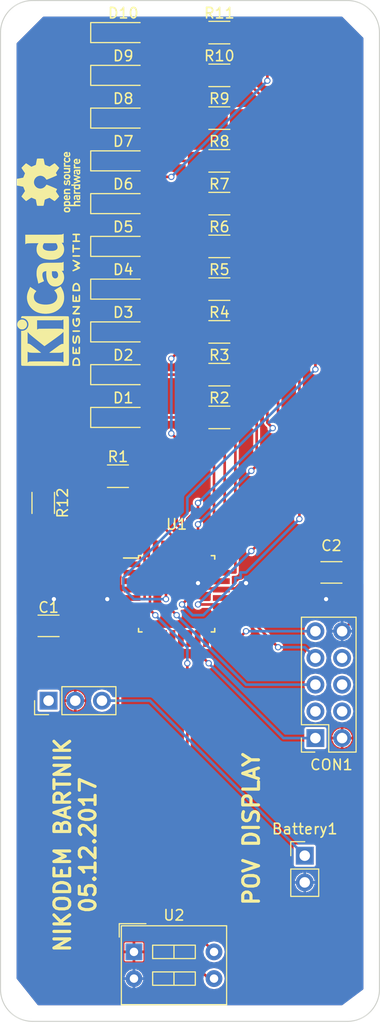
<source format=kicad_pcb>
(kicad_pcb (version 4) (host pcbnew 4.0.7)

  (general
    (links 54)
    (no_connects 0)
    (area 115.773999 38.049999 152.027905 135.619)
    (thickness 1.6)
    (drawings 11)
    (tracks 253)
    (zones 0)
    (modules 31)
    (nets 46)
  )

  (page A4)
  (layers
    (0 F.Cu signal)
    (31 B.Cu signal)
    (32 B.Adhes user)
    (33 F.Adhes user)
    (34 B.Paste user)
    (35 F.Paste user)
    (36 B.SilkS user)
    (37 F.SilkS user)
    (38 B.Mask user)
    (39 F.Mask user)
    (40 Dwgs.User user)
    (41 Cmts.User user)
    (42 Eco1.User user)
    (43 Eco2.User user)
    (44 Edge.Cuts user)
    (45 Margin user)
    (46 B.CrtYd user)
    (47 F.CrtYd user)
    (48 B.Fab user)
    (49 F.Fab user)
  )

  (setup
    (last_trace_width 0.25)
    (trace_clearance 0.2)
    (zone_clearance 0.2)
    (zone_45_only no)
    (trace_min 0.2)
    (segment_width 0.2)
    (edge_width 0.1)
    (via_size 0.6)
    (via_drill 0.4)
    (via_min_size 0.4)
    (via_min_drill 0.3)
    (uvia_size 0.3)
    (uvia_drill 0.1)
    (uvias_allowed no)
    (uvia_min_size 0.2)
    (uvia_min_drill 0.1)
    (pcb_text_width 0.3)
    (pcb_text_size 1.5 1.5)
    (mod_edge_width 0.15)
    (mod_text_size 1 1)
    (mod_text_width 0.15)
    (pad_size 1.5 1.5)
    (pad_drill 0.6)
    (pad_to_mask_clearance 0)
    (aux_axis_origin 0 0)
    (visible_elements 7FFEFFFF)
    (pcbplotparams
      (layerselection 0x010f0_80000001)
      (usegerberextensions false)
      (excludeedgelayer true)
      (linewidth 0.100000)
      (plotframeref false)
      (viasonmask false)
      (mode 1)
      (useauxorigin false)
      (hpglpennumber 1)
      (hpglpenspeed 20)
      (hpglpendiameter 15)
      (hpglpenoverlay 2)
      (psnegative false)
      (psa4output false)
      (plotreference true)
      (plotvalue true)
      (plotinvisibletext false)
      (padsonsilk false)
      (subtractmaskfromsilk false)
      (outputformat 1)
      (mirror false)
      (drillshape 0)
      (scaleselection 1)
      (outputdirectory pov_clock/))
  )

  (net 0 "")
  (net 1 "Net-(Battery1-Pad1)")
  (net 2 GND)
  (net 3 VCC)
  (net 4 "Net-(C2-Pad1)")
  (net 5 "Net-(CON1-Pad1)")
  (net 6 "Net-(CON1-Pad3)")
  (net 7 "Net-(CON1-Pad4)")
  (net 8 "Net-(CON1-Pad5)")
  (net 9 "Net-(CON1-Pad6)")
  (net 10 "Net-(CON1-Pad7)")
  (net 11 "Net-(CON1-Pad8)")
  (net 12 "Net-(CON1-Pad9)")
  (net 13 "Net-(D1-Pad2)")
  (net 14 "Net-(D2-Pad2)")
  (net 15 "Net-(D3-Pad2)")
  (net 16 "Net-(D4-Pad2)")
  (net 17 "Net-(D5-Pad2)")
  (net 18 "Net-(D6-Pad2)")
  (net 19 "Net-(D7-Pad2)")
  (net 20 "Net-(D8-Pad2)")
  (net 21 "Net-(D9-Pad2)")
  (net 22 "Net-(D10-Pad2)")
  (net 23 "Net-(R2-Pad2)")
  (net 24 "Net-(R3-Pad2)")
  (net 25 "Net-(R4-Pad2)")
  (net 26 "Net-(R5-Pad2)")
  (net 27 "Net-(R6-Pad2)")
  (net 28 "Net-(R7-Pad2)")
  (net 29 "Net-(R8-Pad2)")
  (net 30 "Net-(R9-Pad2)")
  (net 31 "Net-(R10-Pad2)")
  (net 32 "Net-(R11-Pad2)")
  (net 33 "Net-(R12-Pad2)")
  (net 34 "Net-(SW1-Pad1)")
  (net 35 "Net-(U1-Pad1)")
  (net 36 "Net-(U1-Pad2)")
  (net 37 "Net-(U1-Pad7)")
  (net 38 "Net-(U1-Pad8)")
  (net 39 "Net-(U1-Pad9)")
  (net 40 "Net-(U1-Pad10)")
  (net 41 "Net-(U1-Pad11)")
  (net 42 "Net-(U1-Pad12)")
  (net 43 "Net-(U1-Pad13)")
  (net 44 "Net-(U1-Pad14)")
  (net 45 "Net-(U1-Pad32)")

  (net_class Default "To jest domyślna klasa połączeń."
    (clearance 0.2)
    (trace_width 0.25)
    (via_dia 0.6)
    (via_drill 0.4)
    (uvia_dia 0.3)
    (uvia_drill 0.1)
    (add_net GND)
    (add_net "Net-(Battery1-Pad1)")
    (add_net "Net-(C2-Pad1)")
    (add_net "Net-(CON1-Pad1)")
    (add_net "Net-(CON1-Pad3)")
    (add_net "Net-(CON1-Pad4)")
    (add_net "Net-(CON1-Pad5)")
    (add_net "Net-(CON1-Pad6)")
    (add_net "Net-(CON1-Pad7)")
    (add_net "Net-(CON1-Pad8)")
    (add_net "Net-(CON1-Pad9)")
    (add_net "Net-(D1-Pad2)")
    (add_net "Net-(D10-Pad2)")
    (add_net "Net-(D2-Pad2)")
    (add_net "Net-(D3-Pad2)")
    (add_net "Net-(D4-Pad2)")
    (add_net "Net-(D5-Pad2)")
    (add_net "Net-(D6-Pad2)")
    (add_net "Net-(D7-Pad2)")
    (add_net "Net-(D8-Pad2)")
    (add_net "Net-(D9-Pad2)")
    (add_net "Net-(R10-Pad2)")
    (add_net "Net-(R11-Pad2)")
    (add_net "Net-(R12-Pad2)")
    (add_net "Net-(R2-Pad2)")
    (add_net "Net-(R3-Pad2)")
    (add_net "Net-(R4-Pad2)")
    (add_net "Net-(R5-Pad2)")
    (add_net "Net-(R6-Pad2)")
    (add_net "Net-(R7-Pad2)")
    (add_net "Net-(R8-Pad2)")
    (add_net "Net-(R9-Pad2)")
    (add_net "Net-(SW1-Pad1)")
    (add_net "Net-(U1-Pad1)")
    (add_net "Net-(U1-Pad10)")
    (add_net "Net-(U1-Pad11)")
    (add_net "Net-(U1-Pad12)")
    (add_net "Net-(U1-Pad13)")
    (add_net "Net-(U1-Pad14)")
    (add_net "Net-(U1-Pad2)")
    (add_net "Net-(U1-Pad32)")
    (add_net "Net-(U1-Pad7)")
    (add_net "Net-(U1-Pad8)")
    (add_net "Net-(U1-Pad9)")
    (add_net VCC)
  )

  (module Pin_Headers:Pin_Header_Straight_1x02_Pitch2.54mm (layer F.Cu) (tedit 5A271870) (tstamp 5A25CD05)
    (at 144.78 119.38)
    (descr "Through hole straight pin header, 1x02, 2.54mm pitch, single row")
    (tags "Through hole pin header THT 1x02 2.54mm single row")
    (path /5A260249)
    (fp_text reference Battery1 (at 0 -2.54) (layer F.SilkS)
      (effects (font (size 1 1) (thickness 0.15)))
    )
    (fp_text value Conn_01x02 (at 0 4.87) (layer F.Fab)
      (effects (font (size 1 1) (thickness 0.15)))
    )
    (fp_line (start -0.635 -1.27) (end 1.27 -1.27) (layer F.Fab) (width 0.1))
    (fp_line (start 1.27 -1.27) (end 1.27 3.81) (layer F.Fab) (width 0.1))
    (fp_line (start 1.27 3.81) (end -1.27 3.81) (layer F.Fab) (width 0.1))
    (fp_line (start -1.27 3.81) (end -1.27 -0.635) (layer F.Fab) (width 0.1))
    (fp_line (start -1.27 -0.635) (end -0.635 -1.27) (layer F.Fab) (width 0.1))
    (fp_line (start -1.33 3.87) (end 1.33 3.87) (layer F.SilkS) (width 0.12))
    (fp_line (start -1.33 1.27) (end -1.33 3.87) (layer F.SilkS) (width 0.12))
    (fp_line (start 1.33 1.27) (end 1.33 3.87) (layer F.SilkS) (width 0.12))
    (fp_line (start -1.33 1.27) (end 1.33 1.27) (layer F.SilkS) (width 0.12))
    (fp_line (start -1.33 0) (end -1.33 -1.33) (layer F.SilkS) (width 0.12))
    (fp_line (start -1.33 -1.33) (end 0 -1.33) (layer F.SilkS) (width 0.12))
    (fp_line (start -1.8 -1.8) (end -1.8 4.35) (layer F.CrtYd) (width 0.05))
    (fp_line (start -1.8 4.35) (end 1.8 4.35) (layer F.CrtYd) (width 0.05))
    (fp_line (start 1.8 4.35) (end 1.8 -1.8) (layer F.CrtYd) (width 0.05))
    (fp_line (start 1.8 -1.8) (end -1.8 -1.8) (layer F.CrtYd) (width 0.05))
    (fp_text user %R (at 0 -2.54 180) (layer F.Fab)
      (effects (font (size 1 1) (thickness 0.15)))
    )
    (pad 1 thru_hole rect (at 0 0) (size 1.7 1.7) (drill 1) (layers *.Cu *.Mask)
      (net 1 "Net-(Battery1-Pad1)"))
    (pad 2 thru_hole oval (at 0 2.54) (size 1.7 1.7) (drill 1) (layers *.Cu *.Mask)
      (net 2 GND))
    (model ${KISYS3DMOD}/Pin_Headers.3dshapes/Pin_Header_Straight_1x02_Pitch2.54mm.wrl
      (at (xyz 0 0 0))
      (scale (xyz 1 1 1))
      (rotate (xyz 0 0 0))
    )
  )

  (module Capacitors_SMD:C_1206_HandSoldering (layer F.Cu) (tedit 58AA84D1) (tstamp 5A25CD0B)
    (at 120.396 97.536)
    (descr "Capacitor SMD 1206, hand soldering")
    (tags "capacitor 1206")
    (path /5A25BF18)
    (attr smd)
    (fp_text reference C1 (at 0 -1.75) (layer F.SilkS)
      (effects (font (size 1 1) (thickness 0.15)))
    )
    (fp_text value 100nF (at 0 2) (layer F.Fab)
      (effects (font (size 1 1) (thickness 0.15)))
    )
    (fp_text user %R (at 0 -1.75) (layer F.Fab)
      (effects (font (size 1 1) (thickness 0.15)))
    )
    (fp_line (start -1.6 0.8) (end -1.6 -0.8) (layer F.Fab) (width 0.1))
    (fp_line (start 1.6 0.8) (end -1.6 0.8) (layer F.Fab) (width 0.1))
    (fp_line (start 1.6 -0.8) (end 1.6 0.8) (layer F.Fab) (width 0.1))
    (fp_line (start -1.6 -0.8) (end 1.6 -0.8) (layer F.Fab) (width 0.1))
    (fp_line (start 1 -1.02) (end -1 -1.02) (layer F.SilkS) (width 0.12))
    (fp_line (start -1 1.02) (end 1 1.02) (layer F.SilkS) (width 0.12))
    (fp_line (start -3.25 -1.05) (end 3.25 -1.05) (layer F.CrtYd) (width 0.05))
    (fp_line (start -3.25 -1.05) (end -3.25 1.05) (layer F.CrtYd) (width 0.05))
    (fp_line (start 3.25 1.05) (end 3.25 -1.05) (layer F.CrtYd) (width 0.05))
    (fp_line (start 3.25 1.05) (end -3.25 1.05) (layer F.CrtYd) (width 0.05))
    (pad 1 smd rect (at -2 0) (size 2 1.6) (layers F.Cu F.Paste F.Mask)
      (net 2 GND))
    (pad 2 smd rect (at 2 0) (size 2 1.6) (layers F.Cu F.Paste F.Mask)
      (net 3 VCC))
    (model Capacitors_SMD.3dshapes/C_1206.wrl
      (at (xyz 0 0 0))
      (scale (xyz 1 1 1))
      (rotate (xyz 0 0 0))
    )
  )

  (module Capacitors_SMD:C_1206_HandSoldering (layer F.Cu) (tedit 5A271868) (tstamp 5A25CD11)
    (at 147.32 92.456)
    (descr "Capacitor SMD 1206, hand soldering")
    (tags "capacitor 1206")
    (path /5A25BFEB)
    (attr smd)
    (fp_text reference C2 (at 0 -2.54) (layer F.SilkS)
      (effects (font (size 1 1) (thickness 0.15)))
    )
    (fp_text value 100nF (at 0 2) (layer F.Fab)
      (effects (font (size 1 1) (thickness 0.15)))
    )
    (fp_text user %R (at 0 -2.54) (layer F.Fab)
      (effects (font (size 1 1) (thickness 0.15)))
    )
    (fp_line (start -1.6 0.8) (end -1.6 -0.8) (layer F.Fab) (width 0.1))
    (fp_line (start 1.6 0.8) (end -1.6 0.8) (layer F.Fab) (width 0.1))
    (fp_line (start 1.6 -0.8) (end 1.6 0.8) (layer F.Fab) (width 0.1))
    (fp_line (start -1.6 -0.8) (end 1.6 -0.8) (layer F.Fab) (width 0.1))
    (fp_line (start 1 -1.02) (end -1 -1.02) (layer F.SilkS) (width 0.12))
    (fp_line (start -1 1.02) (end 1 1.02) (layer F.SilkS) (width 0.12))
    (fp_line (start -3.25 -1.05) (end 3.25 -1.05) (layer F.CrtYd) (width 0.05))
    (fp_line (start -3.25 -1.05) (end -3.25 1.05) (layer F.CrtYd) (width 0.05))
    (fp_line (start 3.25 1.05) (end 3.25 -1.05) (layer F.CrtYd) (width 0.05))
    (fp_line (start 3.25 1.05) (end -3.25 1.05) (layer F.CrtYd) (width 0.05))
    (pad 1 smd rect (at -2 0) (size 2 1.6) (layers F.Cu F.Paste F.Mask)
      (net 4 "Net-(C2-Pad1)"))
    (pad 2 smd rect (at 2 0) (size 2 1.6) (layers F.Cu F.Paste F.Mask)
      (net 2 GND))
    (model Capacitors_SMD.3dshapes/C_1206.wrl
      (at (xyz 0 0 0))
      (scale (xyz 1 1 1))
      (rotate (xyz 0 0 0))
    )
  )

  (module Socket_Strips:Socket_Strip_Straight_2x05_Pitch2.54mm (layer F.Cu) (tedit 5A27191D) (tstamp 5A25CD1F)
    (at 145.796 108.204 180)
    (descr "Through hole straight socket strip, 2x05, 2.54mm pitch, double rows")
    (tags "Through hole socket strip THT 2x05 2.54mm double row")
    (path /5A269C15)
    (fp_text reference CON1 (at -1.524 -2.54 180) (layer F.SilkS)
      (effects (font (size 1 1) (thickness 0.15)))
    )
    (fp_text value AVR-ISP-10 (at -1.27 12.49 180) (layer F.Fab)
      (effects (font (size 1 1) (thickness 0.15)))
    )
    (fp_line (start -3.81 -1.27) (end -3.81 11.43) (layer F.Fab) (width 0.1))
    (fp_line (start -3.81 11.43) (end 1.27 11.43) (layer F.Fab) (width 0.1))
    (fp_line (start 1.27 11.43) (end 1.27 -1.27) (layer F.Fab) (width 0.1))
    (fp_line (start 1.27 -1.27) (end -3.81 -1.27) (layer F.Fab) (width 0.1))
    (fp_line (start 1.33 1.27) (end 1.33 11.49) (layer F.SilkS) (width 0.12))
    (fp_line (start 1.33 11.49) (end -3.87 11.49) (layer F.SilkS) (width 0.12))
    (fp_line (start -3.87 11.49) (end -3.87 -1.33) (layer F.SilkS) (width 0.12))
    (fp_line (start -3.87 -1.33) (end -1.27 -1.33) (layer F.SilkS) (width 0.12))
    (fp_line (start -1.27 -1.33) (end -1.27 1.27) (layer F.SilkS) (width 0.12))
    (fp_line (start -1.27 1.27) (end 1.33 1.27) (layer F.SilkS) (width 0.12))
    (fp_line (start 1.33 0) (end 1.33 -1.33) (layer F.SilkS) (width 0.12))
    (fp_line (start 1.33 -1.33) (end 0.06 -1.33) (layer F.SilkS) (width 0.12))
    (fp_line (start -4.35 -1.8) (end -4.35 11.95) (layer F.CrtYd) (width 0.05))
    (fp_line (start -4.35 11.95) (end 1.8 11.95) (layer F.CrtYd) (width 0.05))
    (fp_line (start 1.8 11.95) (end 1.8 -1.8) (layer F.CrtYd) (width 0.05))
    (fp_line (start 1.8 -1.8) (end -4.35 -1.8) (layer F.CrtYd) (width 0.05))
    (fp_text user %R (at -1.27 -2.33 180) (layer F.Fab)
      (effects (font (size 1 1) (thickness 0.15)))
    )
    (pad 1 thru_hole rect (at 0 0 180) (size 1.7 1.7) (drill 1) (layers *.Cu *.Mask)
      (net 5 "Net-(CON1-Pad1)"))
    (pad 2 thru_hole oval (at -2.54 0 180) (size 1.7 1.7) (drill 1) (layers *.Cu *.Mask)
      (net 3 VCC))
    (pad 3 thru_hole oval (at 0 2.54 180) (size 1.7 1.7) (drill 1) (layers *.Cu *.Mask)
      (net 6 "Net-(CON1-Pad3)"))
    (pad 4 thru_hole oval (at -2.54 2.54 180) (size 1.7 1.7) (drill 1) (layers *.Cu *.Mask)
      (net 7 "Net-(CON1-Pad4)"))
    (pad 5 thru_hole oval (at 0 5.08 180) (size 1.7 1.7) (drill 1) (layers *.Cu *.Mask)
      (net 8 "Net-(CON1-Pad5)"))
    (pad 6 thru_hole oval (at -2.54 5.08 180) (size 1.7 1.7) (drill 1) (layers *.Cu *.Mask)
      (net 9 "Net-(CON1-Pad6)"))
    (pad 7 thru_hole oval (at 0 7.62 180) (size 1.7 1.7) (drill 1) (layers *.Cu *.Mask)
      (net 10 "Net-(CON1-Pad7)"))
    (pad 8 thru_hole oval (at -2.54 7.62 180) (size 1.7 1.7) (drill 1) (layers *.Cu *.Mask)
      (net 11 "Net-(CON1-Pad8)"))
    (pad 9 thru_hole oval (at 0 10.16 180) (size 1.7 1.7) (drill 1) (layers *.Cu *.Mask)
      (net 12 "Net-(CON1-Pad9)"))
    (pad 10 thru_hole oval (at -2.54 10.16 180) (size 1.7 1.7) (drill 1) (layers *.Cu *.Mask)
      (net 2 GND))
    (model ${KISYS3DMOD}/Socket_Strips.3dshapes/Socket_Strip_Straight_2x05_Pitch2.54mm.wrl
      (at (xyz -0.05 -0.2 0))
      (scale (xyz 1 1 1))
      (rotate (xyz 0 0 270))
    )
  )

  (module LEDs:LED_1206_HandSoldering (layer F.Cu) (tedit 595FC724) (tstamp 5A25CD25)
    (at 127.508 77.724)
    (descr "LED SMD 1206, hand soldering")
    (tags "LED 1206")
    (path /5A25C4B3)
    (attr smd)
    (fp_text reference D1 (at 0 -1.85) (layer F.SilkS)
      (effects (font (size 1 1) (thickness 0.15)))
    )
    (fp_text value LED (at 0 1.9) (layer F.Fab)
      (effects (font (size 1 1) (thickness 0.15)))
    )
    (fp_line (start -3.1 -0.95) (end -3.1 0.95) (layer F.SilkS) (width 0.12))
    (fp_line (start -0.4 0) (end 0.2 -0.4) (layer F.Fab) (width 0.1))
    (fp_line (start 0.2 -0.4) (end 0.2 0.4) (layer F.Fab) (width 0.1))
    (fp_line (start 0.2 0.4) (end -0.4 0) (layer F.Fab) (width 0.1))
    (fp_line (start -0.45 -0.4) (end -0.45 0.4) (layer F.Fab) (width 0.1))
    (fp_line (start -1.6 0.8) (end -1.6 -0.8) (layer F.Fab) (width 0.1))
    (fp_line (start 1.6 0.8) (end -1.6 0.8) (layer F.Fab) (width 0.1))
    (fp_line (start 1.6 -0.8) (end 1.6 0.8) (layer F.Fab) (width 0.1))
    (fp_line (start -1.6 -0.8) (end 1.6 -0.8) (layer F.Fab) (width 0.1))
    (fp_line (start -3.1 0.95) (end 1.6 0.95) (layer F.SilkS) (width 0.12))
    (fp_line (start -3.1 -0.95) (end 1.6 -0.95) (layer F.SilkS) (width 0.12))
    (fp_line (start -3.25 -1.11) (end 3.25 -1.11) (layer F.CrtYd) (width 0.05))
    (fp_line (start -3.25 -1.11) (end -3.25 1.1) (layer F.CrtYd) (width 0.05))
    (fp_line (start 3.25 1.1) (end 3.25 -1.11) (layer F.CrtYd) (width 0.05))
    (fp_line (start 3.25 1.1) (end -3.25 1.1) (layer F.CrtYd) (width 0.05))
    (pad 1 smd rect (at -2 0) (size 2 1.7) (layers F.Cu F.Paste F.Mask)
      (net 2 GND))
    (pad 2 smd rect (at 2 0) (size 2 1.7) (layers F.Cu F.Paste F.Mask)
      (net 13 "Net-(D1-Pad2)"))
    (model ${KISYS3DMOD}/LEDs.3dshapes/LED_1206.wrl
      (at (xyz 0 0 0))
      (scale (xyz 1 1 1))
      (rotate (xyz 0 0 180))
    )
  )

  (module LEDs:LED_1206_HandSoldering (layer F.Cu) (tedit 595FC724) (tstamp 5A25CD2B)
    (at 127.508 73.66)
    (descr "LED SMD 1206, hand soldering")
    (tags "LED 1206")
    (path /5A2623B7)
    (attr smd)
    (fp_text reference D2 (at 0 -1.85) (layer F.SilkS)
      (effects (font (size 1 1) (thickness 0.15)))
    )
    (fp_text value LED (at 0 1.9) (layer F.Fab)
      (effects (font (size 1 1) (thickness 0.15)))
    )
    (fp_line (start -3.1 -0.95) (end -3.1 0.95) (layer F.SilkS) (width 0.12))
    (fp_line (start -0.4 0) (end 0.2 -0.4) (layer F.Fab) (width 0.1))
    (fp_line (start 0.2 -0.4) (end 0.2 0.4) (layer F.Fab) (width 0.1))
    (fp_line (start 0.2 0.4) (end -0.4 0) (layer F.Fab) (width 0.1))
    (fp_line (start -0.45 -0.4) (end -0.45 0.4) (layer F.Fab) (width 0.1))
    (fp_line (start -1.6 0.8) (end -1.6 -0.8) (layer F.Fab) (width 0.1))
    (fp_line (start 1.6 0.8) (end -1.6 0.8) (layer F.Fab) (width 0.1))
    (fp_line (start 1.6 -0.8) (end 1.6 0.8) (layer F.Fab) (width 0.1))
    (fp_line (start -1.6 -0.8) (end 1.6 -0.8) (layer F.Fab) (width 0.1))
    (fp_line (start -3.1 0.95) (end 1.6 0.95) (layer F.SilkS) (width 0.12))
    (fp_line (start -3.1 -0.95) (end 1.6 -0.95) (layer F.SilkS) (width 0.12))
    (fp_line (start -3.25 -1.11) (end 3.25 -1.11) (layer F.CrtYd) (width 0.05))
    (fp_line (start -3.25 -1.11) (end -3.25 1.1) (layer F.CrtYd) (width 0.05))
    (fp_line (start 3.25 1.1) (end 3.25 -1.11) (layer F.CrtYd) (width 0.05))
    (fp_line (start 3.25 1.1) (end -3.25 1.1) (layer F.CrtYd) (width 0.05))
    (pad 1 smd rect (at -2 0) (size 2 1.7) (layers F.Cu F.Paste F.Mask)
      (net 2 GND))
    (pad 2 smd rect (at 2 0) (size 2 1.7) (layers F.Cu F.Paste F.Mask)
      (net 14 "Net-(D2-Pad2)"))
    (model ${KISYS3DMOD}/LEDs.3dshapes/LED_1206.wrl
      (at (xyz 0 0 0))
      (scale (xyz 1 1 1))
      (rotate (xyz 0 0 180))
    )
  )

  (module LEDs:LED_1206_HandSoldering (layer F.Cu) (tedit 595FC724) (tstamp 5A25CD31)
    (at 127.508 69.596)
    (descr "LED SMD 1206, hand soldering")
    (tags "LED 1206")
    (path /5A26246F)
    (attr smd)
    (fp_text reference D3 (at 0 -1.85) (layer F.SilkS)
      (effects (font (size 1 1) (thickness 0.15)))
    )
    (fp_text value LED (at 0 1.9) (layer F.Fab)
      (effects (font (size 1 1) (thickness 0.15)))
    )
    (fp_line (start -3.1 -0.95) (end -3.1 0.95) (layer F.SilkS) (width 0.12))
    (fp_line (start -0.4 0) (end 0.2 -0.4) (layer F.Fab) (width 0.1))
    (fp_line (start 0.2 -0.4) (end 0.2 0.4) (layer F.Fab) (width 0.1))
    (fp_line (start 0.2 0.4) (end -0.4 0) (layer F.Fab) (width 0.1))
    (fp_line (start -0.45 -0.4) (end -0.45 0.4) (layer F.Fab) (width 0.1))
    (fp_line (start -1.6 0.8) (end -1.6 -0.8) (layer F.Fab) (width 0.1))
    (fp_line (start 1.6 0.8) (end -1.6 0.8) (layer F.Fab) (width 0.1))
    (fp_line (start 1.6 -0.8) (end 1.6 0.8) (layer F.Fab) (width 0.1))
    (fp_line (start -1.6 -0.8) (end 1.6 -0.8) (layer F.Fab) (width 0.1))
    (fp_line (start -3.1 0.95) (end 1.6 0.95) (layer F.SilkS) (width 0.12))
    (fp_line (start -3.1 -0.95) (end 1.6 -0.95) (layer F.SilkS) (width 0.12))
    (fp_line (start -3.25 -1.11) (end 3.25 -1.11) (layer F.CrtYd) (width 0.05))
    (fp_line (start -3.25 -1.11) (end -3.25 1.1) (layer F.CrtYd) (width 0.05))
    (fp_line (start 3.25 1.1) (end 3.25 -1.11) (layer F.CrtYd) (width 0.05))
    (fp_line (start 3.25 1.1) (end -3.25 1.1) (layer F.CrtYd) (width 0.05))
    (pad 1 smd rect (at -2 0) (size 2 1.7) (layers F.Cu F.Paste F.Mask)
      (net 2 GND))
    (pad 2 smd rect (at 2 0) (size 2 1.7) (layers F.Cu F.Paste F.Mask)
      (net 15 "Net-(D3-Pad2)"))
    (model ${KISYS3DMOD}/LEDs.3dshapes/LED_1206.wrl
      (at (xyz 0 0 0))
      (scale (xyz 1 1 1))
      (rotate (xyz 0 0 180))
    )
  )

  (module LEDs:LED_1206_HandSoldering (layer F.Cu) (tedit 595FC724) (tstamp 5A25CD37)
    (at 127.508 65.532)
    (descr "LED SMD 1206, hand soldering")
    (tags "LED 1206")
    (path /5A26240F)
    (attr smd)
    (fp_text reference D4 (at 0 -1.85) (layer F.SilkS)
      (effects (font (size 1 1) (thickness 0.15)))
    )
    (fp_text value LED (at 0 1.9) (layer F.Fab)
      (effects (font (size 1 1) (thickness 0.15)))
    )
    (fp_line (start -3.1 -0.95) (end -3.1 0.95) (layer F.SilkS) (width 0.12))
    (fp_line (start -0.4 0) (end 0.2 -0.4) (layer F.Fab) (width 0.1))
    (fp_line (start 0.2 -0.4) (end 0.2 0.4) (layer F.Fab) (width 0.1))
    (fp_line (start 0.2 0.4) (end -0.4 0) (layer F.Fab) (width 0.1))
    (fp_line (start -0.45 -0.4) (end -0.45 0.4) (layer F.Fab) (width 0.1))
    (fp_line (start -1.6 0.8) (end -1.6 -0.8) (layer F.Fab) (width 0.1))
    (fp_line (start 1.6 0.8) (end -1.6 0.8) (layer F.Fab) (width 0.1))
    (fp_line (start 1.6 -0.8) (end 1.6 0.8) (layer F.Fab) (width 0.1))
    (fp_line (start -1.6 -0.8) (end 1.6 -0.8) (layer F.Fab) (width 0.1))
    (fp_line (start -3.1 0.95) (end 1.6 0.95) (layer F.SilkS) (width 0.12))
    (fp_line (start -3.1 -0.95) (end 1.6 -0.95) (layer F.SilkS) (width 0.12))
    (fp_line (start -3.25 -1.11) (end 3.25 -1.11) (layer F.CrtYd) (width 0.05))
    (fp_line (start -3.25 -1.11) (end -3.25 1.1) (layer F.CrtYd) (width 0.05))
    (fp_line (start 3.25 1.1) (end 3.25 -1.11) (layer F.CrtYd) (width 0.05))
    (fp_line (start 3.25 1.1) (end -3.25 1.1) (layer F.CrtYd) (width 0.05))
    (pad 1 smd rect (at -2 0) (size 2 1.7) (layers F.Cu F.Paste F.Mask)
      (net 2 GND))
    (pad 2 smd rect (at 2 0) (size 2 1.7) (layers F.Cu F.Paste F.Mask)
      (net 16 "Net-(D4-Pad2)"))
    (model ${KISYS3DMOD}/LEDs.3dshapes/LED_1206.wrl
      (at (xyz 0 0 0))
      (scale (xyz 1 1 1))
      (rotate (xyz 0 0 180))
    )
  )

  (module LEDs:LED_1206_HandSoldering (layer F.Cu) (tedit 595FC724) (tstamp 5A25CD3D)
    (at 127.508 61.468)
    (descr "LED SMD 1206, hand soldering")
    (tags "LED 1206")
    (path /5A262475)
    (attr smd)
    (fp_text reference D5 (at 0 -1.85) (layer F.SilkS)
      (effects (font (size 1 1) (thickness 0.15)))
    )
    (fp_text value LED (at 0 1.9) (layer F.Fab)
      (effects (font (size 1 1) (thickness 0.15)))
    )
    (fp_line (start -3.1 -0.95) (end -3.1 0.95) (layer F.SilkS) (width 0.12))
    (fp_line (start -0.4 0) (end 0.2 -0.4) (layer F.Fab) (width 0.1))
    (fp_line (start 0.2 -0.4) (end 0.2 0.4) (layer F.Fab) (width 0.1))
    (fp_line (start 0.2 0.4) (end -0.4 0) (layer F.Fab) (width 0.1))
    (fp_line (start -0.45 -0.4) (end -0.45 0.4) (layer F.Fab) (width 0.1))
    (fp_line (start -1.6 0.8) (end -1.6 -0.8) (layer F.Fab) (width 0.1))
    (fp_line (start 1.6 0.8) (end -1.6 0.8) (layer F.Fab) (width 0.1))
    (fp_line (start 1.6 -0.8) (end 1.6 0.8) (layer F.Fab) (width 0.1))
    (fp_line (start -1.6 -0.8) (end 1.6 -0.8) (layer F.Fab) (width 0.1))
    (fp_line (start -3.1 0.95) (end 1.6 0.95) (layer F.SilkS) (width 0.12))
    (fp_line (start -3.1 -0.95) (end 1.6 -0.95) (layer F.SilkS) (width 0.12))
    (fp_line (start -3.25 -1.11) (end 3.25 -1.11) (layer F.CrtYd) (width 0.05))
    (fp_line (start -3.25 -1.11) (end -3.25 1.1) (layer F.CrtYd) (width 0.05))
    (fp_line (start 3.25 1.1) (end 3.25 -1.11) (layer F.CrtYd) (width 0.05))
    (fp_line (start 3.25 1.1) (end -3.25 1.1) (layer F.CrtYd) (width 0.05))
    (pad 1 smd rect (at -2 0) (size 2 1.7) (layers F.Cu F.Paste F.Mask)
      (net 2 GND))
    (pad 2 smd rect (at 2 0) (size 2 1.7) (layers F.Cu F.Paste F.Mask)
      (net 17 "Net-(D5-Pad2)"))
    (model ${KISYS3DMOD}/LEDs.3dshapes/LED_1206.wrl
      (at (xyz 0 0 0))
      (scale (xyz 1 1 1))
      (rotate (xyz 0 0 180))
    )
  )

  (module LEDs:LED_1206_HandSoldering (layer F.Cu) (tedit 595FC724) (tstamp 5A25CD43)
    (at 127.508 57.404)
    (descr "LED SMD 1206, hand soldering")
    (tags "LED 1206")
    (path /5A262415)
    (attr smd)
    (fp_text reference D6 (at 0 -1.85) (layer F.SilkS)
      (effects (font (size 1 1) (thickness 0.15)))
    )
    (fp_text value LED (at 0 1.9) (layer F.Fab)
      (effects (font (size 1 1) (thickness 0.15)))
    )
    (fp_line (start -3.1 -0.95) (end -3.1 0.95) (layer F.SilkS) (width 0.12))
    (fp_line (start -0.4 0) (end 0.2 -0.4) (layer F.Fab) (width 0.1))
    (fp_line (start 0.2 -0.4) (end 0.2 0.4) (layer F.Fab) (width 0.1))
    (fp_line (start 0.2 0.4) (end -0.4 0) (layer F.Fab) (width 0.1))
    (fp_line (start -0.45 -0.4) (end -0.45 0.4) (layer F.Fab) (width 0.1))
    (fp_line (start -1.6 0.8) (end -1.6 -0.8) (layer F.Fab) (width 0.1))
    (fp_line (start 1.6 0.8) (end -1.6 0.8) (layer F.Fab) (width 0.1))
    (fp_line (start 1.6 -0.8) (end 1.6 0.8) (layer F.Fab) (width 0.1))
    (fp_line (start -1.6 -0.8) (end 1.6 -0.8) (layer F.Fab) (width 0.1))
    (fp_line (start -3.1 0.95) (end 1.6 0.95) (layer F.SilkS) (width 0.12))
    (fp_line (start -3.1 -0.95) (end 1.6 -0.95) (layer F.SilkS) (width 0.12))
    (fp_line (start -3.25 -1.11) (end 3.25 -1.11) (layer F.CrtYd) (width 0.05))
    (fp_line (start -3.25 -1.11) (end -3.25 1.1) (layer F.CrtYd) (width 0.05))
    (fp_line (start 3.25 1.1) (end 3.25 -1.11) (layer F.CrtYd) (width 0.05))
    (fp_line (start 3.25 1.1) (end -3.25 1.1) (layer F.CrtYd) (width 0.05))
    (pad 1 smd rect (at -2 0) (size 2 1.7) (layers F.Cu F.Paste F.Mask)
      (net 2 GND))
    (pad 2 smd rect (at 2 0) (size 2 1.7) (layers F.Cu F.Paste F.Mask)
      (net 18 "Net-(D6-Pad2)"))
    (model ${KISYS3DMOD}/LEDs.3dshapes/LED_1206.wrl
      (at (xyz 0 0 0))
      (scale (xyz 1 1 1))
      (rotate (xyz 0 0 180))
    )
  )

  (module LEDs:LED_1206_HandSoldering (layer F.Cu) (tedit 595FC724) (tstamp 5A25CD49)
    (at 127.508 53.34)
    (descr "LED SMD 1206, hand soldering")
    (tags "LED 1206")
    (path /5A2624CB)
    (attr smd)
    (fp_text reference D7 (at 0 -1.85) (layer F.SilkS)
      (effects (font (size 1 1) (thickness 0.15)))
    )
    (fp_text value LED (at 0 1.9) (layer F.Fab)
      (effects (font (size 1 1) (thickness 0.15)))
    )
    (fp_line (start -3.1 -0.95) (end -3.1 0.95) (layer F.SilkS) (width 0.12))
    (fp_line (start -0.4 0) (end 0.2 -0.4) (layer F.Fab) (width 0.1))
    (fp_line (start 0.2 -0.4) (end 0.2 0.4) (layer F.Fab) (width 0.1))
    (fp_line (start 0.2 0.4) (end -0.4 0) (layer F.Fab) (width 0.1))
    (fp_line (start -0.45 -0.4) (end -0.45 0.4) (layer F.Fab) (width 0.1))
    (fp_line (start -1.6 0.8) (end -1.6 -0.8) (layer F.Fab) (width 0.1))
    (fp_line (start 1.6 0.8) (end -1.6 0.8) (layer F.Fab) (width 0.1))
    (fp_line (start 1.6 -0.8) (end 1.6 0.8) (layer F.Fab) (width 0.1))
    (fp_line (start -1.6 -0.8) (end 1.6 -0.8) (layer F.Fab) (width 0.1))
    (fp_line (start -3.1 0.95) (end 1.6 0.95) (layer F.SilkS) (width 0.12))
    (fp_line (start -3.1 -0.95) (end 1.6 -0.95) (layer F.SilkS) (width 0.12))
    (fp_line (start -3.25 -1.11) (end 3.25 -1.11) (layer F.CrtYd) (width 0.05))
    (fp_line (start -3.25 -1.11) (end -3.25 1.1) (layer F.CrtYd) (width 0.05))
    (fp_line (start 3.25 1.1) (end 3.25 -1.11) (layer F.CrtYd) (width 0.05))
    (fp_line (start 3.25 1.1) (end -3.25 1.1) (layer F.CrtYd) (width 0.05))
    (pad 1 smd rect (at -2 0) (size 2 1.7) (layers F.Cu F.Paste F.Mask)
      (net 2 GND))
    (pad 2 smd rect (at 2 0) (size 2 1.7) (layers F.Cu F.Paste F.Mask)
      (net 19 "Net-(D7-Pad2)"))
    (model ${KISYS3DMOD}/LEDs.3dshapes/LED_1206.wrl
      (at (xyz 0 0 0))
      (scale (xyz 1 1 1))
      (rotate (xyz 0 0 180))
    )
  )

  (module LEDs:LED_1206_HandSoldering (layer F.Cu) (tedit 595FC724) (tstamp 5A25CD4F)
    (at 127.508 49.276)
    (descr "LED SMD 1206, hand soldering")
    (tags "LED 1206")
    (path /5A2624D1)
    (attr smd)
    (fp_text reference D8 (at 0 -1.85) (layer F.SilkS)
      (effects (font (size 1 1) (thickness 0.15)))
    )
    (fp_text value LED (at 0 1.9) (layer F.Fab)
      (effects (font (size 1 1) (thickness 0.15)))
    )
    (fp_line (start -3.1 -0.95) (end -3.1 0.95) (layer F.SilkS) (width 0.12))
    (fp_line (start -0.4 0) (end 0.2 -0.4) (layer F.Fab) (width 0.1))
    (fp_line (start 0.2 -0.4) (end 0.2 0.4) (layer F.Fab) (width 0.1))
    (fp_line (start 0.2 0.4) (end -0.4 0) (layer F.Fab) (width 0.1))
    (fp_line (start -0.45 -0.4) (end -0.45 0.4) (layer F.Fab) (width 0.1))
    (fp_line (start -1.6 0.8) (end -1.6 -0.8) (layer F.Fab) (width 0.1))
    (fp_line (start 1.6 0.8) (end -1.6 0.8) (layer F.Fab) (width 0.1))
    (fp_line (start 1.6 -0.8) (end 1.6 0.8) (layer F.Fab) (width 0.1))
    (fp_line (start -1.6 -0.8) (end 1.6 -0.8) (layer F.Fab) (width 0.1))
    (fp_line (start -3.1 0.95) (end 1.6 0.95) (layer F.SilkS) (width 0.12))
    (fp_line (start -3.1 -0.95) (end 1.6 -0.95) (layer F.SilkS) (width 0.12))
    (fp_line (start -3.25 -1.11) (end 3.25 -1.11) (layer F.CrtYd) (width 0.05))
    (fp_line (start -3.25 -1.11) (end -3.25 1.1) (layer F.CrtYd) (width 0.05))
    (fp_line (start 3.25 1.1) (end 3.25 -1.11) (layer F.CrtYd) (width 0.05))
    (fp_line (start 3.25 1.1) (end -3.25 1.1) (layer F.CrtYd) (width 0.05))
    (pad 1 smd rect (at -2 0) (size 2 1.7) (layers F.Cu F.Paste F.Mask)
      (net 2 GND))
    (pad 2 smd rect (at 2 0) (size 2 1.7) (layers F.Cu F.Paste F.Mask)
      (net 20 "Net-(D8-Pad2)"))
    (model ${KISYS3DMOD}/LEDs.3dshapes/LED_1206.wrl
      (at (xyz 0 0 0))
      (scale (xyz 1 1 1))
      (rotate (xyz 0 0 180))
    )
  )

  (module LEDs:LED_1206_HandSoldering (layer F.Cu) (tedit 595FC724) (tstamp 5A25CD55)
    (at 127.508 45.212)
    (descr "LED SMD 1206, hand soldering")
    (tags "LED 1206")
    (path /5A262481)
    (attr smd)
    (fp_text reference D9 (at 0 -1.85) (layer F.SilkS)
      (effects (font (size 1 1) (thickness 0.15)))
    )
    (fp_text value LED (at 0 1.9) (layer F.Fab)
      (effects (font (size 1 1) (thickness 0.15)))
    )
    (fp_line (start -3.1 -0.95) (end -3.1 0.95) (layer F.SilkS) (width 0.12))
    (fp_line (start -0.4 0) (end 0.2 -0.4) (layer F.Fab) (width 0.1))
    (fp_line (start 0.2 -0.4) (end 0.2 0.4) (layer F.Fab) (width 0.1))
    (fp_line (start 0.2 0.4) (end -0.4 0) (layer F.Fab) (width 0.1))
    (fp_line (start -0.45 -0.4) (end -0.45 0.4) (layer F.Fab) (width 0.1))
    (fp_line (start -1.6 0.8) (end -1.6 -0.8) (layer F.Fab) (width 0.1))
    (fp_line (start 1.6 0.8) (end -1.6 0.8) (layer F.Fab) (width 0.1))
    (fp_line (start 1.6 -0.8) (end 1.6 0.8) (layer F.Fab) (width 0.1))
    (fp_line (start -1.6 -0.8) (end 1.6 -0.8) (layer F.Fab) (width 0.1))
    (fp_line (start -3.1 0.95) (end 1.6 0.95) (layer F.SilkS) (width 0.12))
    (fp_line (start -3.1 -0.95) (end 1.6 -0.95) (layer F.SilkS) (width 0.12))
    (fp_line (start -3.25 -1.11) (end 3.25 -1.11) (layer F.CrtYd) (width 0.05))
    (fp_line (start -3.25 -1.11) (end -3.25 1.1) (layer F.CrtYd) (width 0.05))
    (fp_line (start 3.25 1.1) (end 3.25 -1.11) (layer F.CrtYd) (width 0.05))
    (fp_line (start 3.25 1.1) (end -3.25 1.1) (layer F.CrtYd) (width 0.05))
    (pad 1 smd rect (at -2 0) (size 2 1.7) (layers F.Cu F.Paste F.Mask)
      (net 2 GND))
    (pad 2 smd rect (at 2 0) (size 2 1.7) (layers F.Cu F.Paste F.Mask)
      (net 21 "Net-(D9-Pad2)"))
    (model ${KISYS3DMOD}/LEDs.3dshapes/LED_1206.wrl
      (at (xyz 0 0 0))
      (scale (xyz 1 1 1))
      (rotate (xyz 0 0 180))
    )
  )

  (module LEDs:LED_1206_HandSoldering (layer F.Cu) (tedit 595FC724) (tstamp 5A25CD5B)
    (at 127.508 41.148)
    (descr "LED SMD 1206, hand soldering")
    (tags "LED 1206")
    (path /5A26247B)
    (attr smd)
    (fp_text reference D10 (at 0 -1.85) (layer F.SilkS)
      (effects (font (size 1 1) (thickness 0.15)))
    )
    (fp_text value LED (at 0 1.9) (layer F.Fab)
      (effects (font (size 1 1) (thickness 0.15)))
    )
    (fp_line (start -3.1 -0.95) (end -3.1 0.95) (layer F.SilkS) (width 0.12))
    (fp_line (start -0.4 0) (end 0.2 -0.4) (layer F.Fab) (width 0.1))
    (fp_line (start 0.2 -0.4) (end 0.2 0.4) (layer F.Fab) (width 0.1))
    (fp_line (start 0.2 0.4) (end -0.4 0) (layer F.Fab) (width 0.1))
    (fp_line (start -0.45 -0.4) (end -0.45 0.4) (layer F.Fab) (width 0.1))
    (fp_line (start -1.6 0.8) (end -1.6 -0.8) (layer F.Fab) (width 0.1))
    (fp_line (start 1.6 0.8) (end -1.6 0.8) (layer F.Fab) (width 0.1))
    (fp_line (start 1.6 -0.8) (end 1.6 0.8) (layer F.Fab) (width 0.1))
    (fp_line (start -1.6 -0.8) (end 1.6 -0.8) (layer F.Fab) (width 0.1))
    (fp_line (start -3.1 0.95) (end 1.6 0.95) (layer F.SilkS) (width 0.12))
    (fp_line (start -3.1 -0.95) (end 1.6 -0.95) (layer F.SilkS) (width 0.12))
    (fp_line (start -3.25 -1.11) (end 3.25 -1.11) (layer F.CrtYd) (width 0.05))
    (fp_line (start -3.25 -1.11) (end -3.25 1.1) (layer F.CrtYd) (width 0.05))
    (fp_line (start 3.25 1.1) (end 3.25 -1.11) (layer F.CrtYd) (width 0.05))
    (fp_line (start 3.25 1.1) (end -3.25 1.1) (layer F.CrtYd) (width 0.05))
    (pad 1 smd rect (at -2 0) (size 2 1.7) (layers F.Cu F.Paste F.Mask)
      (net 2 GND))
    (pad 2 smd rect (at 2 0) (size 2 1.7) (layers F.Cu F.Paste F.Mask)
      (net 22 "Net-(D10-Pad2)"))
    (model ${KISYS3DMOD}/LEDs.3dshapes/LED_1206.wrl
      (at (xyz 0 0 0))
      (scale (xyz 1 1 1))
      (rotate (xyz 0 0 180))
    )
  )

  (module Resistors_SMD:R_1206_HandSoldering (layer F.Cu) (tedit 58E0A804) (tstamp 5A25CD61)
    (at 127 83.312)
    (descr "Resistor SMD 1206, hand soldering")
    (tags "resistor 1206")
    (path /5A25C06A)
    (attr smd)
    (fp_text reference R1 (at 0 -1.85) (layer F.SilkS)
      (effects (font (size 1 1) (thickness 0.15)))
    )
    (fp_text value 10k (at 0 1.9) (layer F.Fab)
      (effects (font (size 1 1) (thickness 0.15)))
    )
    (fp_text user %R (at 0 0) (layer F.Fab)
      (effects (font (size 0.7 0.7) (thickness 0.105)))
    )
    (fp_line (start -1.6 0.8) (end -1.6 -0.8) (layer F.Fab) (width 0.1))
    (fp_line (start 1.6 0.8) (end -1.6 0.8) (layer F.Fab) (width 0.1))
    (fp_line (start 1.6 -0.8) (end 1.6 0.8) (layer F.Fab) (width 0.1))
    (fp_line (start -1.6 -0.8) (end 1.6 -0.8) (layer F.Fab) (width 0.1))
    (fp_line (start 1 1.07) (end -1 1.07) (layer F.SilkS) (width 0.12))
    (fp_line (start -1 -1.07) (end 1 -1.07) (layer F.SilkS) (width 0.12))
    (fp_line (start -3.25 -1.11) (end 3.25 -1.11) (layer F.CrtYd) (width 0.05))
    (fp_line (start -3.25 -1.11) (end -3.25 1.1) (layer F.CrtYd) (width 0.05))
    (fp_line (start 3.25 1.1) (end 3.25 -1.11) (layer F.CrtYd) (width 0.05))
    (fp_line (start 3.25 1.1) (end -3.25 1.1) (layer F.CrtYd) (width 0.05))
    (pad 1 smd rect (at -2 0) (size 2 1.7) (layers F.Cu F.Paste F.Mask)
      (net 3 VCC))
    (pad 2 smd rect (at 2 0) (size 2 1.7) (layers F.Cu F.Paste F.Mask)
      (net 8 "Net-(CON1-Pad5)"))
    (model ${KISYS3DMOD}/Resistors_SMD.3dshapes/R_1206.wrl
      (at (xyz 0 0 0))
      (scale (xyz 1 1 1))
      (rotate (xyz 0 0 0))
    )
  )

  (module Resistors_SMD:R_1206_HandSoldering (layer F.Cu) (tedit 58E0A804) (tstamp 5A25CD67)
    (at 136.652 77.724)
    (descr "Resistor SMD 1206, hand soldering")
    (tags "resistor 1206")
    (path /5A26301A)
    (attr smd)
    (fp_text reference R2 (at 0 -1.85) (layer F.SilkS)
      (effects (font (size 1 1) (thickness 0.15)))
    )
    (fp_text value 200 (at 0 1.9) (layer F.Fab)
      (effects (font (size 1 1) (thickness 0.15)))
    )
    (fp_text user %R (at 0 0) (layer F.Fab)
      (effects (font (size 0.7 0.7) (thickness 0.105)))
    )
    (fp_line (start -1.6 0.8) (end -1.6 -0.8) (layer F.Fab) (width 0.1))
    (fp_line (start 1.6 0.8) (end -1.6 0.8) (layer F.Fab) (width 0.1))
    (fp_line (start 1.6 -0.8) (end 1.6 0.8) (layer F.Fab) (width 0.1))
    (fp_line (start -1.6 -0.8) (end 1.6 -0.8) (layer F.Fab) (width 0.1))
    (fp_line (start 1 1.07) (end -1 1.07) (layer F.SilkS) (width 0.12))
    (fp_line (start -1 -1.07) (end 1 -1.07) (layer F.SilkS) (width 0.12))
    (fp_line (start -3.25 -1.11) (end 3.25 -1.11) (layer F.CrtYd) (width 0.05))
    (fp_line (start -3.25 -1.11) (end -3.25 1.1) (layer F.CrtYd) (width 0.05))
    (fp_line (start 3.25 1.1) (end 3.25 -1.11) (layer F.CrtYd) (width 0.05))
    (fp_line (start 3.25 1.1) (end -3.25 1.1) (layer F.CrtYd) (width 0.05))
    (pad 1 smd rect (at -2 0) (size 2 1.7) (layers F.Cu F.Paste F.Mask)
      (net 13 "Net-(D1-Pad2)"))
    (pad 2 smd rect (at 2 0) (size 2 1.7) (layers F.Cu F.Paste F.Mask)
      (net 23 "Net-(R2-Pad2)"))
    (model ${KISYS3DMOD}/Resistors_SMD.3dshapes/R_1206.wrl
      (at (xyz 0 0 0))
      (scale (xyz 1 1 1))
      (rotate (xyz 0 0 0))
    )
  )

  (module Resistors_SMD:R_1206_HandSoldering (layer F.Cu) (tedit 58E0A804) (tstamp 5A25CD6D)
    (at 136.652 73.66)
    (descr "Resistor SMD 1206, hand soldering")
    (tags "resistor 1206")
    (path /5A2630F8)
    (attr smd)
    (fp_text reference R3 (at 0 -1.85) (layer F.SilkS)
      (effects (font (size 1 1) (thickness 0.15)))
    )
    (fp_text value 200 (at 0 1.9) (layer F.Fab)
      (effects (font (size 1 1) (thickness 0.15)))
    )
    (fp_text user %R (at 0 0) (layer F.Fab)
      (effects (font (size 0.7 0.7) (thickness 0.105)))
    )
    (fp_line (start -1.6 0.8) (end -1.6 -0.8) (layer F.Fab) (width 0.1))
    (fp_line (start 1.6 0.8) (end -1.6 0.8) (layer F.Fab) (width 0.1))
    (fp_line (start 1.6 -0.8) (end 1.6 0.8) (layer F.Fab) (width 0.1))
    (fp_line (start -1.6 -0.8) (end 1.6 -0.8) (layer F.Fab) (width 0.1))
    (fp_line (start 1 1.07) (end -1 1.07) (layer F.SilkS) (width 0.12))
    (fp_line (start -1 -1.07) (end 1 -1.07) (layer F.SilkS) (width 0.12))
    (fp_line (start -3.25 -1.11) (end 3.25 -1.11) (layer F.CrtYd) (width 0.05))
    (fp_line (start -3.25 -1.11) (end -3.25 1.1) (layer F.CrtYd) (width 0.05))
    (fp_line (start 3.25 1.1) (end 3.25 -1.11) (layer F.CrtYd) (width 0.05))
    (fp_line (start 3.25 1.1) (end -3.25 1.1) (layer F.CrtYd) (width 0.05))
    (pad 1 smd rect (at -2 0) (size 2 1.7) (layers F.Cu F.Paste F.Mask)
      (net 14 "Net-(D2-Pad2)"))
    (pad 2 smd rect (at 2 0) (size 2 1.7) (layers F.Cu F.Paste F.Mask)
      (net 24 "Net-(R3-Pad2)"))
    (model ${KISYS3DMOD}/Resistors_SMD.3dshapes/R_1206.wrl
      (at (xyz 0 0 0))
      (scale (xyz 1 1 1))
      (rotate (xyz 0 0 0))
    )
  )

  (module Resistors_SMD:R_1206_HandSoldering (layer F.Cu) (tedit 58E0A804) (tstamp 5A25CD73)
    (at 136.652 69.596)
    (descr "Resistor SMD 1206, hand soldering")
    (tags "resistor 1206")
    (path /5A2630A7)
    (attr smd)
    (fp_text reference R4 (at 0 -1.85) (layer F.SilkS)
      (effects (font (size 1 1) (thickness 0.15)))
    )
    (fp_text value 200 (at 0 1.9) (layer F.Fab)
      (effects (font (size 1 1) (thickness 0.15)))
    )
    (fp_text user %R (at 0 0) (layer F.Fab)
      (effects (font (size 0.7 0.7) (thickness 0.105)))
    )
    (fp_line (start -1.6 0.8) (end -1.6 -0.8) (layer F.Fab) (width 0.1))
    (fp_line (start 1.6 0.8) (end -1.6 0.8) (layer F.Fab) (width 0.1))
    (fp_line (start 1.6 -0.8) (end 1.6 0.8) (layer F.Fab) (width 0.1))
    (fp_line (start -1.6 -0.8) (end 1.6 -0.8) (layer F.Fab) (width 0.1))
    (fp_line (start 1 1.07) (end -1 1.07) (layer F.SilkS) (width 0.12))
    (fp_line (start -1 -1.07) (end 1 -1.07) (layer F.SilkS) (width 0.12))
    (fp_line (start -3.25 -1.11) (end 3.25 -1.11) (layer F.CrtYd) (width 0.05))
    (fp_line (start -3.25 -1.11) (end -3.25 1.1) (layer F.CrtYd) (width 0.05))
    (fp_line (start 3.25 1.1) (end 3.25 -1.11) (layer F.CrtYd) (width 0.05))
    (fp_line (start 3.25 1.1) (end -3.25 1.1) (layer F.CrtYd) (width 0.05))
    (pad 1 smd rect (at -2 0) (size 2 1.7) (layers F.Cu F.Paste F.Mask)
      (net 15 "Net-(D3-Pad2)"))
    (pad 2 smd rect (at 2 0) (size 2 1.7) (layers F.Cu F.Paste F.Mask)
      (net 25 "Net-(R4-Pad2)"))
    (model ${KISYS3DMOD}/Resistors_SMD.3dshapes/R_1206.wrl
      (at (xyz 0 0 0))
      (scale (xyz 1 1 1))
      (rotate (xyz 0 0 0))
    )
  )

  (module Resistors_SMD:R_1206_HandSoldering (layer F.Cu) (tedit 58E0A804) (tstamp 5A25CD79)
    (at 136.652 65.532)
    (descr "Resistor SMD 1206, hand soldering")
    (tags "resistor 1206")
    (path /5A2630FE)
    (attr smd)
    (fp_text reference R5 (at 0 -1.85) (layer F.SilkS)
      (effects (font (size 1 1) (thickness 0.15)))
    )
    (fp_text value 200 (at 0 1.9) (layer F.Fab)
      (effects (font (size 1 1) (thickness 0.15)))
    )
    (fp_text user %R (at 0 0) (layer F.Fab)
      (effects (font (size 0.7 0.7) (thickness 0.105)))
    )
    (fp_line (start -1.6 0.8) (end -1.6 -0.8) (layer F.Fab) (width 0.1))
    (fp_line (start 1.6 0.8) (end -1.6 0.8) (layer F.Fab) (width 0.1))
    (fp_line (start 1.6 -0.8) (end 1.6 0.8) (layer F.Fab) (width 0.1))
    (fp_line (start -1.6 -0.8) (end 1.6 -0.8) (layer F.Fab) (width 0.1))
    (fp_line (start 1 1.07) (end -1 1.07) (layer F.SilkS) (width 0.12))
    (fp_line (start -1 -1.07) (end 1 -1.07) (layer F.SilkS) (width 0.12))
    (fp_line (start -3.25 -1.11) (end 3.25 -1.11) (layer F.CrtYd) (width 0.05))
    (fp_line (start -3.25 -1.11) (end -3.25 1.1) (layer F.CrtYd) (width 0.05))
    (fp_line (start 3.25 1.1) (end 3.25 -1.11) (layer F.CrtYd) (width 0.05))
    (fp_line (start 3.25 1.1) (end -3.25 1.1) (layer F.CrtYd) (width 0.05))
    (pad 1 smd rect (at -2 0) (size 2 1.7) (layers F.Cu F.Paste F.Mask)
      (net 16 "Net-(D4-Pad2)"))
    (pad 2 smd rect (at 2 0) (size 2 1.7) (layers F.Cu F.Paste F.Mask)
      (net 26 "Net-(R5-Pad2)"))
    (model ${KISYS3DMOD}/Resistors_SMD.3dshapes/R_1206.wrl
      (at (xyz 0 0 0))
      (scale (xyz 1 1 1))
      (rotate (xyz 0 0 0))
    )
  )

  (module Resistors_SMD:R_1206_HandSoldering (layer F.Cu) (tedit 58E0A804) (tstamp 5A25CD7F)
    (at 136.652 61.468)
    (descr "Resistor SMD 1206, hand soldering")
    (tags "resistor 1206")
    (path /5A263318)
    (attr smd)
    (fp_text reference R6 (at 0 -1.85) (layer F.SilkS)
      (effects (font (size 1 1) (thickness 0.15)))
    )
    (fp_text value 200 (at 0 1.9) (layer F.Fab)
      (effects (font (size 1 1) (thickness 0.15)))
    )
    (fp_text user %R (at 0 0) (layer F.Fab)
      (effects (font (size 0.7 0.7) (thickness 0.105)))
    )
    (fp_line (start -1.6 0.8) (end -1.6 -0.8) (layer F.Fab) (width 0.1))
    (fp_line (start 1.6 0.8) (end -1.6 0.8) (layer F.Fab) (width 0.1))
    (fp_line (start 1.6 -0.8) (end 1.6 0.8) (layer F.Fab) (width 0.1))
    (fp_line (start -1.6 -0.8) (end 1.6 -0.8) (layer F.Fab) (width 0.1))
    (fp_line (start 1 1.07) (end -1 1.07) (layer F.SilkS) (width 0.12))
    (fp_line (start -1 -1.07) (end 1 -1.07) (layer F.SilkS) (width 0.12))
    (fp_line (start -3.25 -1.11) (end 3.25 -1.11) (layer F.CrtYd) (width 0.05))
    (fp_line (start -3.25 -1.11) (end -3.25 1.1) (layer F.CrtYd) (width 0.05))
    (fp_line (start 3.25 1.1) (end 3.25 -1.11) (layer F.CrtYd) (width 0.05))
    (fp_line (start 3.25 1.1) (end -3.25 1.1) (layer F.CrtYd) (width 0.05))
    (pad 1 smd rect (at -2 0) (size 2 1.7) (layers F.Cu F.Paste F.Mask)
      (net 17 "Net-(D5-Pad2)"))
    (pad 2 smd rect (at 2 0) (size 2 1.7) (layers F.Cu F.Paste F.Mask)
      (net 27 "Net-(R6-Pad2)"))
    (model ${KISYS3DMOD}/Resistors_SMD.3dshapes/R_1206.wrl
      (at (xyz 0 0 0))
      (scale (xyz 1 1 1))
      (rotate (xyz 0 0 0))
    )
  )

  (module Resistors_SMD:R_1206_HandSoldering (layer F.Cu) (tedit 58E0A804) (tstamp 5A25CD85)
    (at 136.652 57.404)
    (descr "Resistor SMD 1206, hand soldering")
    (tags "resistor 1206")
    (path /5A263324)
    (attr smd)
    (fp_text reference R7 (at 0 -1.85) (layer F.SilkS)
      (effects (font (size 1 1) (thickness 0.15)))
    )
    (fp_text value 200 (at 0 1.9) (layer F.Fab)
      (effects (font (size 1 1) (thickness 0.15)))
    )
    (fp_text user %R (at 0 0) (layer F.Fab)
      (effects (font (size 0.7 0.7) (thickness 0.105)))
    )
    (fp_line (start -1.6 0.8) (end -1.6 -0.8) (layer F.Fab) (width 0.1))
    (fp_line (start 1.6 0.8) (end -1.6 0.8) (layer F.Fab) (width 0.1))
    (fp_line (start 1.6 -0.8) (end 1.6 0.8) (layer F.Fab) (width 0.1))
    (fp_line (start -1.6 -0.8) (end 1.6 -0.8) (layer F.Fab) (width 0.1))
    (fp_line (start 1 1.07) (end -1 1.07) (layer F.SilkS) (width 0.12))
    (fp_line (start -1 -1.07) (end 1 -1.07) (layer F.SilkS) (width 0.12))
    (fp_line (start -3.25 -1.11) (end 3.25 -1.11) (layer F.CrtYd) (width 0.05))
    (fp_line (start -3.25 -1.11) (end -3.25 1.1) (layer F.CrtYd) (width 0.05))
    (fp_line (start 3.25 1.1) (end 3.25 -1.11) (layer F.CrtYd) (width 0.05))
    (fp_line (start 3.25 1.1) (end -3.25 1.1) (layer F.CrtYd) (width 0.05))
    (pad 1 smd rect (at -2 0) (size 2 1.7) (layers F.Cu F.Paste F.Mask)
      (net 18 "Net-(D6-Pad2)"))
    (pad 2 smd rect (at 2 0) (size 2 1.7) (layers F.Cu F.Paste F.Mask)
      (net 28 "Net-(R7-Pad2)"))
    (model ${KISYS3DMOD}/Resistors_SMD.3dshapes/R_1206.wrl
      (at (xyz 0 0 0))
      (scale (xyz 1 1 1))
      (rotate (xyz 0 0 0))
    )
  )

  (module Resistors_SMD:R_1206_HandSoldering (layer F.Cu) (tedit 58E0A804) (tstamp 5A25CD8B)
    (at 136.652 53.34)
    (descr "Resistor SMD 1206, hand soldering")
    (tags "resistor 1206")
    (path /5A26331E)
    (attr smd)
    (fp_text reference R8 (at 0 -1.85) (layer F.SilkS)
      (effects (font (size 1 1) (thickness 0.15)))
    )
    (fp_text value 200 (at 0 1.9) (layer F.Fab)
      (effects (font (size 1 1) (thickness 0.15)))
    )
    (fp_text user %R (at 0 0) (layer F.Fab)
      (effects (font (size 0.7 0.7) (thickness 0.105)))
    )
    (fp_line (start -1.6 0.8) (end -1.6 -0.8) (layer F.Fab) (width 0.1))
    (fp_line (start 1.6 0.8) (end -1.6 0.8) (layer F.Fab) (width 0.1))
    (fp_line (start 1.6 -0.8) (end 1.6 0.8) (layer F.Fab) (width 0.1))
    (fp_line (start -1.6 -0.8) (end 1.6 -0.8) (layer F.Fab) (width 0.1))
    (fp_line (start 1 1.07) (end -1 1.07) (layer F.SilkS) (width 0.12))
    (fp_line (start -1 -1.07) (end 1 -1.07) (layer F.SilkS) (width 0.12))
    (fp_line (start -3.25 -1.11) (end 3.25 -1.11) (layer F.CrtYd) (width 0.05))
    (fp_line (start -3.25 -1.11) (end -3.25 1.1) (layer F.CrtYd) (width 0.05))
    (fp_line (start 3.25 1.1) (end 3.25 -1.11) (layer F.CrtYd) (width 0.05))
    (fp_line (start 3.25 1.1) (end -3.25 1.1) (layer F.CrtYd) (width 0.05))
    (pad 1 smd rect (at -2 0) (size 2 1.7) (layers F.Cu F.Paste F.Mask)
      (net 19 "Net-(D7-Pad2)"))
    (pad 2 smd rect (at 2 0) (size 2 1.7) (layers F.Cu F.Paste F.Mask)
      (net 29 "Net-(R8-Pad2)"))
    (model ${KISYS3DMOD}/Resistors_SMD.3dshapes/R_1206.wrl
      (at (xyz 0 0 0))
      (scale (xyz 1 1 1))
      (rotate (xyz 0 0 0))
    )
  )

  (module Resistors_SMD:R_1206_HandSoldering (layer F.Cu) (tedit 58E0A804) (tstamp 5A25CD91)
    (at 136.652 49.276)
    (descr "Resistor SMD 1206, hand soldering")
    (tags "resistor 1206")
    (path /5A26332A)
    (attr smd)
    (fp_text reference R9 (at 0 -1.85) (layer F.SilkS)
      (effects (font (size 1 1) (thickness 0.15)))
    )
    (fp_text value 200 (at 0 1.9) (layer F.Fab)
      (effects (font (size 1 1) (thickness 0.15)))
    )
    (fp_text user %R (at 0 0) (layer F.Fab)
      (effects (font (size 0.7 0.7) (thickness 0.105)))
    )
    (fp_line (start -1.6 0.8) (end -1.6 -0.8) (layer F.Fab) (width 0.1))
    (fp_line (start 1.6 0.8) (end -1.6 0.8) (layer F.Fab) (width 0.1))
    (fp_line (start 1.6 -0.8) (end 1.6 0.8) (layer F.Fab) (width 0.1))
    (fp_line (start -1.6 -0.8) (end 1.6 -0.8) (layer F.Fab) (width 0.1))
    (fp_line (start 1 1.07) (end -1 1.07) (layer F.SilkS) (width 0.12))
    (fp_line (start -1 -1.07) (end 1 -1.07) (layer F.SilkS) (width 0.12))
    (fp_line (start -3.25 -1.11) (end 3.25 -1.11) (layer F.CrtYd) (width 0.05))
    (fp_line (start -3.25 -1.11) (end -3.25 1.1) (layer F.CrtYd) (width 0.05))
    (fp_line (start 3.25 1.1) (end 3.25 -1.11) (layer F.CrtYd) (width 0.05))
    (fp_line (start 3.25 1.1) (end -3.25 1.1) (layer F.CrtYd) (width 0.05))
    (pad 1 smd rect (at -2 0) (size 2 1.7) (layers F.Cu F.Paste F.Mask)
      (net 20 "Net-(D8-Pad2)"))
    (pad 2 smd rect (at 2 0) (size 2 1.7) (layers F.Cu F.Paste F.Mask)
      (net 30 "Net-(R9-Pad2)"))
    (model ${KISYS3DMOD}/Resistors_SMD.3dshapes/R_1206.wrl
      (at (xyz 0 0 0))
      (scale (xyz 1 1 1))
      (rotate (xyz 0 0 0))
    )
  )

  (module Resistors_SMD:R_1206_HandSoldering (layer F.Cu) (tedit 58E0A804) (tstamp 5A25CD97)
    (at 136.652 45.212)
    (descr "Resistor SMD 1206, hand soldering")
    (tags "resistor 1206")
    (path /5A263361)
    (attr smd)
    (fp_text reference R10 (at 0 -1.85) (layer F.SilkS)
      (effects (font (size 1 1) (thickness 0.15)))
    )
    (fp_text value 200 (at 0 1.9) (layer F.Fab)
      (effects (font (size 1 1) (thickness 0.15)))
    )
    (fp_text user %R (at 0 0) (layer F.Fab)
      (effects (font (size 0.7 0.7) (thickness 0.105)))
    )
    (fp_line (start -1.6 0.8) (end -1.6 -0.8) (layer F.Fab) (width 0.1))
    (fp_line (start 1.6 0.8) (end -1.6 0.8) (layer F.Fab) (width 0.1))
    (fp_line (start 1.6 -0.8) (end 1.6 0.8) (layer F.Fab) (width 0.1))
    (fp_line (start -1.6 -0.8) (end 1.6 -0.8) (layer F.Fab) (width 0.1))
    (fp_line (start 1 1.07) (end -1 1.07) (layer F.SilkS) (width 0.12))
    (fp_line (start -1 -1.07) (end 1 -1.07) (layer F.SilkS) (width 0.12))
    (fp_line (start -3.25 -1.11) (end 3.25 -1.11) (layer F.CrtYd) (width 0.05))
    (fp_line (start -3.25 -1.11) (end -3.25 1.1) (layer F.CrtYd) (width 0.05))
    (fp_line (start 3.25 1.1) (end 3.25 -1.11) (layer F.CrtYd) (width 0.05))
    (fp_line (start 3.25 1.1) (end -3.25 1.1) (layer F.CrtYd) (width 0.05))
    (pad 1 smd rect (at -2 0) (size 2 1.7) (layers F.Cu F.Paste F.Mask)
      (net 21 "Net-(D9-Pad2)"))
    (pad 2 smd rect (at 2 0) (size 2 1.7) (layers F.Cu F.Paste F.Mask)
      (net 31 "Net-(R10-Pad2)"))
    (model ${KISYS3DMOD}/Resistors_SMD.3dshapes/R_1206.wrl
      (at (xyz 0 0 0))
      (scale (xyz 1 1 1))
      (rotate (xyz 0 0 0))
    )
  )

  (module Resistors_SMD:R_1206_HandSoldering (layer F.Cu) (tedit 58E0A804) (tstamp 5A25CD9D)
    (at 136.652 41.148)
    (descr "Resistor SMD 1206, hand soldering")
    (tags "resistor 1206")
    (path /5A263367)
    (attr smd)
    (fp_text reference R11 (at 0 -1.85) (layer F.SilkS)
      (effects (font (size 1 1) (thickness 0.15)))
    )
    (fp_text value 200 (at 0 1.9) (layer F.Fab)
      (effects (font (size 1 1) (thickness 0.15)))
    )
    (fp_text user %R (at 0 0) (layer F.Fab)
      (effects (font (size 0.7 0.7) (thickness 0.105)))
    )
    (fp_line (start -1.6 0.8) (end -1.6 -0.8) (layer F.Fab) (width 0.1))
    (fp_line (start 1.6 0.8) (end -1.6 0.8) (layer F.Fab) (width 0.1))
    (fp_line (start 1.6 -0.8) (end 1.6 0.8) (layer F.Fab) (width 0.1))
    (fp_line (start -1.6 -0.8) (end 1.6 -0.8) (layer F.Fab) (width 0.1))
    (fp_line (start 1 1.07) (end -1 1.07) (layer F.SilkS) (width 0.12))
    (fp_line (start -1 -1.07) (end 1 -1.07) (layer F.SilkS) (width 0.12))
    (fp_line (start -3.25 -1.11) (end 3.25 -1.11) (layer F.CrtYd) (width 0.05))
    (fp_line (start -3.25 -1.11) (end -3.25 1.1) (layer F.CrtYd) (width 0.05))
    (fp_line (start 3.25 1.1) (end 3.25 -1.11) (layer F.CrtYd) (width 0.05))
    (fp_line (start 3.25 1.1) (end -3.25 1.1) (layer F.CrtYd) (width 0.05))
    (pad 1 smd rect (at -2 0) (size 2 1.7) (layers F.Cu F.Paste F.Mask)
      (net 22 "Net-(D10-Pad2)"))
    (pad 2 smd rect (at 2 0) (size 2 1.7) (layers F.Cu F.Paste F.Mask)
      (net 32 "Net-(R11-Pad2)"))
    (model ${KISYS3DMOD}/Resistors_SMD.3dshapes/R_1206.wrl
      (at (xyz 0 0 0))
      (scale (xyz 1 1 1))
      (rotate (xyz 0 0 0))
    )
  )

  (module Resistors_SMD:R_1206_HandSoldering (layer F.Cu) (tedit 58E0A804) (tstamp 5A25CDA3)
    (at 119.888 85.852 270)
    (descr "Resistor SMD 1206, hand soldering")
    (tags "resistor 1206")
    (path /5A272914)
    (attr smd)
    (fp_text reference R12 (at 0 -1.85 270) (layer F.SilkS)
      (effects (font (size 1 1) (thickness 0.15)))
    )
    (fp_text value R (at 0 1.9 270) (layer F.Fab)
      (effects (font (size 1 1) (thickness 0.15)))
    )
    (fp_text user %R (at 0 0 270) (layer F.Fab)
      (effects (font (size 0.7 0.7) (thickness 0.105)))
    )
    (fp_line (start -1.6 0.8) (end -1.6 -0.8) (layer F.Fab) (width 0.1))
    (fp_line (start 1.6 0.8) (end -1.6 0.8) (layer F.Fab) (width 0.1))
    (fp_line (start 1.6 -0.8) (end 1.6 0.8) (layer F.Fab) (width 0.1))
    (fp_line (start -1.6 -0.8) (end 1.6 -0.8) (layer F.Fab) (width 0.1))
    (fp_line (start 1 1.07) (end -1 1.07) (layer F.SilkS) (width 0.12))
    (fp_line (start -1 -1.07) (end 1 -1.07) (layer F.SilkS) (width 0.12))
    (fp_line (start -3.25 -1.11) (end 3.25 -1.11) (layer F.CrtYd) (width 0.05))
    (fp_line (start -3.25 -1.11) (end -3.25 1.1) (layer F.CrtYd) (width 0.05))
    (fp_line (start 3.25 1.1) (end 3.25 -1.11) (layer F.CrtYd) (width 0.05))
    (fp_line (start 3.25 1.1) (end -3.25 1.1) (layer F.CrtYd) (width 0.05))
    (pad 1 smd rect (at -2 0 270) (size 2 1.7) (layers F.Cu F.Paste F.Mask)
      (net 2 GND))
    (pad 2 smd rect (at 2 0 270) (size 2 1.7) (layers F.Cu F.Paste F.Mask)
      (net 33 "Net-(R12-Pad2)"))
    (model ${KISYS3DMOD}/Resistors_SMD.3dshapes/R_1206.wrl
      (at (xyz 0 0 0))
      (scale (xyz 1 1 1))
      (rotate (xyz 0 0 0))
    )
  )

  (module Pin_Headers:Pin_Header_Straight_1x03_Pitch2.54mm (layer F.Cu) (tedit 5A271902) (tstamp 5A25CDAA)
    (at 120.396 104.648 90)
    (descr "Through hole straight pin header, 1x03, 2.54mm pitch, single row")
    (tags "Through hole pin header THT 1x03 2.54mm single row")
    (path /5A2609AC)
    (fp_text reference SW1 (at 0 -2.54 90) (layer F.SilkS) hide
      (effects (font (size 1 1) (thickness 0.15)))
    )
    (fp_text value Switch (at 0 7.41 90) (layer F.Fab) hide
      (effects (font (size 1 1) (thickness 0.15)))
    )
    (fp_line (start -0.635 -1.27) (end 1.27 -1.27) (layer F.Fab) (width 0.1))
    (fp_line (start 1.27 -1.27) (end 1.27 6.35) (layer F.Fab) (width 0.1))
    (fp_line (start 1.27 6.35) (end -1.27 6.35) (layer F.Fab) (width 0.1))
    (fp_line (start -1.27 6.35) (end -1.27 -0.635) (layer F.Fab) (width 0.1))
    (fp_line (start -1.27 -0.635) (end -0.635 -1.27) (layer F.Fab) (width 0.1))
    (fp_line (start -1.33 6.41) (end 1.33 6.41) (layer F.SilkS) (width 0.12))
    (fp_line (start -1.33 1.27) (end -1.33 6.41) (layer F.SilkS) (width 0.12))
    (fp_line (start 1.33 1.27) (end 1.33 6.41) (layer F.SilkS) (width 0.12))
    (fp_line (start -1.33 1.27) (end 1.33 1.27) (layer F.SilkS) (width 0.12))
    (fp_line (start -1.33 0) (end -1.33 -1.33) (layer F.SilkS) (width 0.12))
    (fp_line (start -1.33 -1.33) (end 0 -1.33) (layer F.SilkS) (width 0.12))
    (fp_line (start -1.8 -1.8) (end -1.8 6.85) (layer F.CrtYd) (width 0.05))
    (fp_line (start -1.8 6.85) (end 1.8 6.85) (layer F.CrtYd) (width 0.05))
    (fp_line (start 1.8 6.85) (end 1.8 -1.8) (layer F.CrtYd) (width 0.05))
    (fp_line (start 1.8 -1.8) (end -1.8 -1.8) (layer F.CrtYd) (width 0.05))
    (fp_text user %R (at 0 -2.54 90) (layer F.Fab)
      (effects (font (size 1 1) (thickness 0.15)))
    )
    (pad 1 thru_hole rect (at 0 0 90) (size 1.7 1.7) (drill 1) (layers *.Cu *.Mask)
      (net 34 "Net-(SW1-Pad1)"))
    (pad 2 thru_hole oval (at 0 2.54 90) (size 1.7 1.7) (drill 1) (layers *.Cu *.Mask)
      (net 3 VCC))
    (pad 3 thru_hole oval (at 0 5.08 90) (size 1.7 1.7) (drill 1) (layers *.Cu *.Mask)
      (net 1 "Net-(Battery1-Pad1)"))
    (model ${KISYS3DMOD}/Pin_Headers.3dshapes/Pin_Header_Straight_1x03_Pitch2.54mm.wrl
      (at (xyz 0 0 0))
      (scale (xyz 1 1 1))
      (rotate (xyz 0 0 0))
    )
  )

  (module Housings_QFP:TQFP-32_7x7mm_Pitch0.8mm (layer F.Cu) (tedit 5A271861) (tstamp 5A25CDD4)
    (at 132.588 94.488)
    (descr "32-Lead Plastic Thin Quad Flatpack (PT) - 7x7x1.0 mm Body, 2.00 mm [TQFP] (see Microchip Packaging Specification 00000049BS.pdf)")
    (tags "QFP 0.8")
    (path /5A25BEDD)
    (attr smd)
    (fp_text reference U1 (at 0 -6.604) (layer F.SilkS)
      (effects (font (size 1 1) (thickness 0.15)))
    )
    (fp_text value ATMEGA8-16AU (at 0 6.05) (layer F.Fab)
      (effects (font (size 1 1) (thickness 0.15)))
    )
    (fp_text user %R (at 0 0) (layer F.Fab)
      (effects (font (size 1 1) (thickness 0.15)))
    )
    (fp_line (start -2.5 -3.5) (end 3.5 -3.5) (layer F.Fab) (width 0.15))
    (fp_line (start 3.5 -3.5) (end 3.5 3.5) (layer F.Fab) (width 0.15))
    (fp_line (start 3.5 3.5) (end -3.5 3.5) (layer F.Fab) (width 0.15))
    (fp_line (start -3.5 3.5) (end -3.5 -2.5) (layer F.Fab) (width 0.15))
    (fp_line (start -3.5 -2.5) (end -2.5 -3.5) (layer F.Fab) (width 0.15))
    (fp_line (start -5.3 -5.3) (end -5.3 5.3) (layer F.CrtYd) (width 0.05))
    (fp_line (start 5.3 -5.3) (end 5.3 5.3) (layer F.CrtYd) (width 0.05))
    (fp_line (start -5.3 -5.3) (end 5.3 -5.3) (layer F.CrtYd) (width 0.05))
    (fp_line (start -5.3 5.3) (end 5.3 5.3) (layer F.CrtYd) (width 0.05))
    (fp_line (start -3.625 -3.625) (end -3.625 -3.4) (layer F.SilkS) (width 0.15))
    (fp_line (start 3.625 -3.625) (end 3.625 -3.3) (layer F.SilkS) (width 0.15))
    (fp_line (start 3.625 3.625) (end 3.625 3.3) (layer F.SilkS) (width 0.15))
    (fp_line (start -3.625 3.625) (end -3.625 3.3) (layer F.SilkS) (width 0.15))
    (fp_line (start -3.625 -3.625) (end -3.3 -3.625) (layer F.SilkS) (width 0.15))
    (fp_line (start -3.625 3.625) (end -3.3 3.625) (layer F.SilkS) (width 0.15))
    (fp_line (start 3.625 3.625) (end 3.3 3.625) (layer F.SilkS) (width 0.15))
    (fp_line (start 3.625 -3.625) (end 3.3 -3.625) (layer F.SilkS) (width 0.15))
    (fp_line (start -3.625 -3.4) (end -5.05 -3.4) (layer F.SilkS) (width 0.15))
    (pad 1 smd rect (at -4.25 -2.8) (size 1.6 0.55) (layers F.Cu F.Paste F.Mask)
      (net 35 "Net-(U1-Pad1)"))
    (pad 2 smd rect (at -4.25 -2) (size 1.6 0.55) (layers F.Cu F.Paste F.Mask)
      (net 36 "Net-(U1-Pad2)"))
    (pad 3 smd rect (at -4.25 -1.2) (size 1.6 0.55) (layers F.Cu F.Paste F.Mask)
      (net 2 GND))
    (pad 4 smd rect (at -4.25 -0.4) (size 1.6 0.55) (layers F.Cu F.Paste F.Mask)
      (net 3 VCC))
    (pad 5 smd rect (at -4.25 0.4) (size 1.6 0.55) (layers F.Cu F.Paste F.Mask)
      (net 2 GND))
    (pad 6 smd rect (at -4.25 1.2) (size 1.6 0.55) (layers F.Cu F.Paste F.Mask)
      (net 3 VCC))
    (pad 7 smd rect (at -4.25 2) (size 1.6 0.55) (layers F.Cu F.Paste F.Mask)
      (net 37 "Net-(U1-Pad7)"))
    (pad 8 smd rect (at -4.25 2.8) (size 1.6 0.55) (layers F.Cu F.Paste F.Mask)
      (net 38 "Net-(U1-Pad8)"))
    (pad 9 smd rect (at -2.8 4.25 90) (size 1.6 0.55) (layers F.Cu F.Paste F.Mask)
      (net 39 "Net-(U1-Pad9)"))
    (pad 10 smd rect (at -2 4.25 90) (size 1.6 0.55) (layers F.Cu F.Paste F.Mask)
      (net 40 "Net-(U1-Pad10)"))
    (pad 11 smd rect (at -1.2 4.25 90) (size 1.6 0.55) (layers F.Cu F.Paste F.Mask)
      (net 41 "Net-(U1-Pad11)"))
    (pad 12 smd rect (at -0.4 4.25 90) (size 1.6 0.55) (layers F.Cu F.Paste F.Mask)
      (net 42 "Net-(U1-Pad12)"))
    (pad 13 smd rect (at 0.4 4.25 90) (size 1.6 0.55) (layers F.Cu F.Paste F.Mask)
      (net 43 "Net-(U1-Pad13)"))
    (pad 14 smd rect (at 1.2 4.25 90) (size 1.6 0.55) (layers F.Cu F.Paste F.Mask)
      (net 44 "Net-(U1-Pad14)"))
    (pad 15 smd rect (at 2 4.25 90) (size 1.6 0.55) (layers F.Cu F.Paste F.Mask)
      (net 5 "Net-(CON1-Pad1)"))
    (pad 16 smd rect (at 2.8 4.25 90) (size 1.6 0.55) (layers F.Cu F.Paste F.Mask)
      (net 12 "Net-(CON1-Pad9)"))
    (pad 17 smd rect (at 4.25 2.8) (size 1.6 0.55) (layers F.Cu F.Paste F.Mask)
      (net 10 "Net-(CON1-Pad7)"))
    (pad 18 smd rect (at 4.25 2) (size 1.6 0.55) (layers F.Cu F.Paste F.Mask)
      (net 3 VCC))
    (pad 19 smd rect (at 4.25 1.2) (size 1.6 0.55) (layers F.Cu F.Paste F.Mask)
      (net 29 "Net-(R8-Pad2)"))
    (pad 20 smd rect (at 4.25 0.4) (size 1.6 0.55) (layers F.Cu F.Paste F.Mask)
      (net 4 "Net-(C2-Pad1)"))
    (pad 21 smd rect (at 4.25 -0.4) (size 1.6 0.55) (layers F.Cu F.Paste F.Mask)
      (net 2 GND))
    (pad 22 smd rect (at 4.25 -1.2) (size 1.6 0.55) (layers F.Cu F.Paste F.Mask)
      (net 30 "Net-(R9-Pad2)"))
    (pad 23 smd rect (at 4.25 -2) (size 1.6 0.55) (layers F.Cu F.Paste F.Mask)
      (net 23 "Net-(R2-Pad2)"))
    (pad 24 smd rect (at 4.25 -2.8) (size 1.6 0.55) (layers F.Cu F.Paste F.Mask)
      (net 24 "Net-(R3-Pad2)"))
    (pad 25 smd rect (at 2.8 -4.25 90) (size 1.6 0.55) (layers F.Cu F.Paste F.Mask)
      (net 25 "Net-(R4-Pad2)"))
    (pad 26 smd rect (at 2 -4.25 90) (size 1.6 0.55) (layers F.Cu F.Paste F.Mask)
      (net 26 "Net-(R5-Pad2)"))
    (pad 27 smd rect (at 1.2 -4.25 90) (size 1.6 0.55) (layers F.Cu F.Paste F.Mask)
      (net 27 "Net-(R6-Pad2)"))
    (pad 28 smd rect (at 0.4 -4.25 90) (size 1.6 0.55) (layers F.Cu F.Paste F.Mask)
      (net 28 "Net-(R7-Pad2)"))
    (pad 29 smd rect (at -0.4 -4.25 90) (size 1.6 0.55) (layers F.Cu F.Paste F.Mask)
      (net 8 "Net-(CON1-Pad5)"))
    (pad 30 smd rect (at -1.2 -4.25 90) (size 1.6 0.55) (layers F.Cu F.Paste F.Mask)
      (net 31 "Net-(R10-Pad2)"))
    (pad 31 smd rect (at -2 -4.25 90) (size 1.6 0.55) (layers F.Cu F.Paste F.Mask)
      (net 32 "Net-(R11-Pad2)"))
    (pad 32 smd rect (at -2.8 -4.25 90) (size 1.6 0.55) (layers F.Cu F.Paste F.Mask)
      (net 45 "Net-(U1-Pad32)"))
    (model ${KISYS3DMOD}/Housings_QFP.3dshapes/TQFP-32_7x7mm_Pitch0.8mm.wrl
      (at (xyz 0 0 0))
      (scale (xyz 1 1 1))
      (rotate (xyz 0 0 0))
    )
  )

  (module Buttons_Switches_THT:SW_DIP_x2_W7.62mm_Slide (layer F.Cu) (tedit 5923F251) (tstamp 5A271554)
    (at 128.524 128.524)
    (descr "2x-dip-switch, Slide, row spacing 7.62 mm (300 mils)")
    (tags "DIP Switch Slide 7.62mm 300mil")
    (path /5A2712A7)
    (fp_text reference U2 (at 3.81 -3.48) (layer F.SilkS)
      (effects (font (size 1 1) (thickness 0.15)))
    )
    (fp_text value LTV-356T (at 3.81 6.02) (layer F.Fab)
      (effects (font (size 1 1) (thickness 0.15)))
    )
    (fp_text user %R (at 3.81 1.27) (layer F.Fab)
      (effects (font (size 1 1) (thickness 0.15)))
    )
    (fp_line (start -1.4 -2.68) (end -1.4 -1.41) (layer F.SilkS) (width 0.12))
    (fp_line (start -1.4 -2.68) (end 1.14 -2.68) (layer F.SilkS) (width 0.12))
    (fp_line (start -0.08 -2.36) (end 8.7 -2.36) (layer F.Fab) (width 0.1))
    (fp_line (start 8.7 -2.36) (end 8.7 4.9) (layer F.Fab) (width 0.1))
    (fp_line (start 8.7 4.9) (end -1.08 4.9) (layer F.Fab) (width 0.1))
    (fp_line (start -1.08 4.9) (end -1.08 -1.36) (layer F.Fab) (width 0.1))
    (fp_line (start -1.08 -1.36) (end -0.08 -2.36) (layer F.Fab) (width 0.1))
    (fp_line (start 1.78 -0.635) (end 1.78 0.635) (layer F.Fab) (width 0.1))
    (fp_line (start 1.78 0.635) (end 5.84 0.635) (layer F.Fab) (width 0.1))
    (fp_line (start 5.84 0.635) (end 5.84 -0.635) (layer F.Fab) (width 0.1))
    (fp_line (start 5.84 -0.635) (end 1.78 -0.635) (layer F.Fab) (width 0.1))
    (fp_line (start 3.81 -0.635) (end 3.81 0.635) (layer F.Fab) (width 0.1))
    (fp_line (start 1.78 1.905) (end 1.78 3.175) (layer F.Fab) (width 0.1))
    (fp_line (start 1.78 3.175) (end 5.84 3.175) (layer F.Fab) (width 0.1))
    (fp_line (start 5.84 3.175) (end 5.84 1.905) (layer F.Fab) (width 0.1))
    (fp_line (start 5.84 1.905) (end 1.78 1.905) (layer F.Fab) (width 0.1))
    (fp_line (start 3.81 1.905) (end 3.81 3.175) (layer F.Fab) (width 0.1))
    (fp_line (start -1.2 -2.48) (end 8.82 -2.48) (layer F.SilkS) (width 0.12))
    (fp_line (start 8.82 -2.48) (end 8.82 5.02) (layer F.SilkS) (width 0.12))
    (fp_line (start 8.82 5.02) (end -1.2 5.02) (layer F.SilkS) (width 0.12))
    (fp_line (start -1.2 5.02) (end -1.2 -2.48) (layer F.SilkS) (width 0.12))
    (fp_line (start 1.78 -0.635) (end 1.78 0.635) (layer F.SilkS) (width 0.12))
    (fp_line (start 1.78 0.635) (end 5.84 0.635) (layer F.SilkS) (width 0.12))
    (fp_line (start 5.84 0.635) (end 5.84 -0.635) (layer F.SilkS) (width 0.12))
    (fp_line (start 5.84 -0.635) (end 1.78 -0.635) (layer F.SilkS) (width 0.12))
    (fp_line (start 3.81 -0.635) (end 3.81 0.635) (layer F.SilkS) (width 0.12))
    (fp_line (start 1.78 1.905) (end 1.78 3.175) (layer F.SilkS) (width 0.12))
    (fp_line (start 1.78 3.175) (end 5.84 3.175) (layer F.SilkS) (width 0.12))
    (fp_line (start 5.84 3.175) (end 5.84 1.905) (layer F.SilkS) (width 0.12))
    (fp_line (start 5.84 1.905) (end 1.78 1.905) (layer F.SilkS) (width 0.12))
    (fp_line (start 3.81 1.905) (end 3.81 3.175) (layer F.SilkS) (width 0.12))
    (fp_line (start -1.4 -2.7) (end -1.4 5.2) (layer F.CrtYd) (width 0.05))
    (fp_line (start -1.4 5.2) (end 9 5.2) (layer F.CrtYd) (width 0.05))
    (fp_line (start 9 5.2) (end 9 -2.7) (layer F.CrtYd) (width 0.05))
    (fp_line (start 9 -2.7) (end -1.4 -2.7) (layer F.CrtYd) (width 0.05))
    (pad 1 thru_hole rect (at 0 0) (size 1.6 1.6) (drill 0.8) (layers *.Cu *.Mask)
      (net 3 VCC))
    (pad 3 thru_hole oval (at 7.62 2.54) (size 1.6 1.6) (drill 0.8) (layers *.Cu *.Mask)
      (net 33 "Net-(R12-Pad2)"))
    (pad 2 thru_hole oval (at 0 2.54) (size 1.6 1.6) (drill 0.8) (layers *.Cu *.Mask)
      (net 2 GND))
    (pad 4 thru_hole oval (at 7.62 0) (size 1.6 1.6) (drill 0.8) (layers *.Cu *.Mask)
      (net 45 "Net-(U1-Pad32)"))
    (model ${KISYS3DMOD}/Buttons_Switches_THT.3dshapes/SW_DIP_x2_W7.62mm_Slide.wrl
      (at (xyz 0 0 0))
      (scale (xyz 1 1 1))
      (rotate (xyz 0 0 90))
    )
  )

  (module Symbols:KiCad-Logo2_6mm_SilkScreen (layer F.Cu) (tedit 0) (tstamp 5A2720E5)
    (at 120.396 66.548 90)
    (descr "KiCad Logo")
    (tags "Logo KiCad")
    (attr virtual)
    (fp_text reference REF*** (at 0 0 90) (layer F.SilkS) hide
      (effects (font (size 1 1) (thickness 0.15)))
    )
    (fp_text value KiCad-Logo2_6mm_SilkScreen (at 0.75 0 90) (layer F.Fab) hide
      (effects (font (size 1 1) (thickness 0.15)))
    )
    (fp_poly (pts (xy -6.121371 2.269066) (xy -6.081889 2.269467) (xy -5.9662 2.272259) (xy -5.869311 2.28055)
      (xy -5.787919 2.295232) (xy -5.718723 2.317193) (xy -5.65842 2.347322) (xy -5.603708 2.38651)
      (xy -5.584167 2.403532) (xy -5.55175 2.443363) (xy -5.52252 2.497413) (xy -5.499991 2.557323)
      (xy -5.487679 2.614739) (xy -5.4864 2.635956) (xy -5.494417 2.694769) (xy -5.515899 2.759013)
      (xy -5.546999 2.819821) (xy -5.583866 2.86833) (xy -5.589854 2.874182) (xy -5.640579 2.915321)
      (xy -5.696125 2.947435) (xy -5.759696 2.971365) (xy -5.834494 2.987953) (xy -5.923722 2.998041)
      (xy -6.030582 3.002469) (xy -6.079528 3.002845) (xy -6.141762 3.002545) (xy -6.185528 3.001292)
      (xy -6.214931 2.998554) (xy -6.234079 2.993801) (xy -6.247077 2.986501) (xy -6.254045 2.980267)
      (xy -6.260626 2.972694) (xy -6.265788 2.962924) (xy -6.269703 2.94834) (xy -6.272543 2.926326)
      (xy -6.27448 2.894264) (xy -6.275684 2.849536) (xy -6.276328 2.789526) (xy -6.276583 2.711617)
      (xy -6.276622 2.635956) (xy -6.27687 2.535041) (xy -6.276817 2.454427) (xy -6.275857 2.415822)
      (xy -6.129867 2.415822) (xy -6.129867 2.856089) (xy -6.036734 2.856004) (xy -5.980693 2.854396)
      (xy -5.921999 2.850256) (xy -5.873028 2.844464) (xy -5.871538 2.844226) (xy -5.792392 2.82509)
      (xy -5.731002 2.795287) (xy -5.684305 2.752878) (xy -5.654635 2.706961) (xy -5.636353 2.656026)
      (xy -5.637771 2.6082) (xy -5.658988 2.556933) (xy -5.700489 2.503899) (xy -5.757998 2.4646)
      (xy -5.83275 2.438331) (xy -5.882708 2.429035) (xy -5.939416 2.422507) (xy -5.999519 2.417782)
      (xy -6.050639 2.415817) (xy -6.053667 2.415808) (xy -6.129867 2.415822) (xy -6.275857 2.415822)
      (xy -6.27526 2.391851) (xy -6.270998 2.345055) (xy -6.26283 2.311778) (xy -6.249556 2.289759)
      (xy -6.229974 2.276739) (xy -6.202883 2.270457) (xy -6.167082 2.268653) (xy -6.121371 2.269066)) (layer F.SilkS) (width 0.01))
    (fp_poly (pts (xy -4.712794 2.269146) (xy -4.643386 2.269518) (xy -4.590997 2.270385) (xy -4.552847 2.271946)
      (xy -4.526159 2.274403) (xy -4.508153 2.277957) (xy -4.496049 2.28281) (xy -4.487069 2.289161)
      (xy -4.483818 2.292084) (xy -4.464043 2.323142) (xy -4.460482 2.358828) (xy -4.473491 2.39051)
      (xy -4.479506 2.396913) (xy -4.489235 2.403121) (xy -4.504901 2.40791) (xy -4.529408 2.411514)
      (xy -4.565661 2.414164) (xy -4.616565 2.416095) (xy -4.685026 2.417539) (xy -4.747617 2.418418)
      (xy -4.995334 2.421467) (xy -4.998719 2.486378) (xy -5.002105 2.551289) (xy -4.833958 2.551289)
      (xy -4.760959 2.551919) (xy -4.707517 2.554553) (xy -4.670628 2.560309) (xy -4.647288 2.570304)
      (xy -4.634494 2.585656) (xy -4.629242 2.607482) (xy -4.628445 2.627738) (xy -4.630923 2.652592)
      (xy -4.640277 2.670906) (xy -4.659383 2.683637) (xy -4.691118 2.691741) (xy -4.738359 2.696176)
      (xy -4.803983 2.697899) (xy -4.839801 2.698045) (xy -5.000978 2.698045) (xy -5.000978 2.856089)
      (xy -4.752622 2.856089) (xy -4.671213 2.856202) (xy -4.609342 2.856712) (xy -4.563968 2.85787)
      (xy -4.532054 2.85993) (xy -4.510559 2.863146) (xy -4.496443 2.867772) (xy -4.486668 2.874059)
      (xy -4.481689 2.878667) (xy -4.46461 2.90556) (xy -4.459111 2.929467) (xy -4.466963 2.958667)
      (xy -4.481689 2.980267) (xy -4.489546 2.987066) (xy -4.499688 2.992346) (xy -4.514844 2.996298)
      (xy -4.537741 2.999113) (xy -4.571109 3.000982) (xy -4.617675 3.002098) (xy -4.680167 3.002651)
      (xy -4.761314 3.002833) (xy -4.803422 3.002845) (xy -4.893598 3.002765) (xy -4.963924 3.002398)
      (xy -5.017129 3.001552) (xy -5.05594 3.000036) (xy -5.083087 2.997659) (xy -5.101298 2.994229)
      (xy -5.1133 2.989554) (xy -5.121822 2.983444) (xy -5.125156 2.980267) (xy -5.131755 2.97267)
      (xy -5.136927 2.96287) (xy -5.140846 2.948239) (xy -5.143684 2.926152) (xy -5.145615 2.893982)
      (xy -5.146812 2.849103) (xy -5.147448 2.788889) (xy -5.147697 2.710713) (xy -5.147734 2.637923)
      (xy -5.1477 2.544707) (xy -5.147465 2.471431) (xy -5.14683 2.415458) (xy -5.145594 2.374151)
      (xy -5.143556 2.344872) (xy -5.140517 2.324984) (xy -5.136277 2.31185) (xy -5.130635 2.302832)
      (xy -5.123391 2.295293) (xy -5.121606 2.293612) (xy -5.112945 2.286172) (xy -5.102882 2.280409)
      (xy -5.088625 2.276112) (xy -5.067383 2.273064) (xy -5.036364 2.271051) (xy -4.992777 2.26986)
      (xy -4.933831 2.269275) (xy -4.856734 2.269083) (xy -4.802001 2.269067) (xy -4.712794 2.269146)) (layer F.SilkS) (width 0.01))
    (fp_poly (pts (xy -3.691703 2.270351) (xy -3.616888 2.275581) (xy -3.547306 2.28375) (xy -3.487002 2.29455)
      (xy -3.44002 2.307673) (xy -3.410406 2.322813) (xy -3.40586 2.327269) (xy -3.390054 2.36185)
      (xy -3.394847 2.397351) (xy -3.419364 2.427725) (xy -3.420534 2.428596) (xy -3.434954 2.437954)
      (xy -3.450008 2.442876) (xy -3.471005 2.443473) (xy -3.503257 2.439861) (xy -3.552073 2.432154)
      (xy -3.556 2.431505) (xy -3.628739 2.422569) (xy -3.707217 2.418161) (xy -3.785927 2.418119)
      (xy -3.859361 2.422279) (xy -3.922011 2.430479) (xy -3.96837 2.442557) (xy -3.971416 2.443771)
      (xy -4.005048 2.462615) (xy -4.016864 2.481685) (xy -4.007614 2.500439) (xy -3.978047 2.518337)
      (xy -3.928911 2.534837) (xy -3.860957 2.549396) (xy -3.815645 2.556406) (xy -3.721456 2.569889)
      (xy -3.646544 2.582214) (xy -3.587717 2.594449) (xy -3.541785 2.607661) (xy -3.505555 2.622917)
      (xy -3.475838 2.641285) (xy -3.449442 2.663831) (xy -3.42823 2.685971) (xy -3.403065 2.716819)
      (xy -3.390681 2.743345) (xy -3.386808 2.776026) (xy -3.386667 2.787995) (xy -3.389576 2.827712)
      (xy -3.401202 2.857259) (xy -3.421323 2.883486) (xy -3.462216 2.923576) (xy -3.507817 2.954149)
      (xy -3.561513 2.976203) (xy -3.626692 2.990735) (xy -3.706744 2.998741) (xy -3.805057 3.001218)
      (xy -3.821289 3.001177) (xy -3.886849 2.999818) (xy -3.951866 2.99673) (xy -4.009252 2.992356)
      (xy -4.051922 2.98714) (xy -4.055372 2.986541) (xy -4.097796 2.976491) (xy -4.13378 2.963796)
      (xy -4.15415 2.95219) (xy -4.173107 2.921572) (xy -4.174427 2.885918) (xy -4.158085 2.854144)
      (xy -4.154429 2.850551) (xy -4.139315 2.839876) (xy -4.120415 2.835276) (xy -4.091162 2.836059)
      (xy -4.055651 2.840127) (xy -4.01597 2.843762) (xy -3.960345 2.846828) (xy -3.895406 2.849053)
      (xy -3.827785 2.850164) (xy -3.81 2.850237) (xy -3.742128 2.849964) (xy -3.692454 2.848646)
      (xy -3.65661 2.845827) (xy -3.630224 2.84105) (xy -3.608926 2.833857) (xy -3.596126 2.827867)
      (xy -3.568 2.811233) (xy -3.550068 2.796168) (xy -3.547447 2.791897) (xy -3.552976 2.774263)
      (xy -3.57926 2.757192) (xy -3.624478 2.741458) (xy -3.686808 2.727838) (xy -3.705171 2.724804)
      (xy -3.80109 2.709738) (xy -3.877641 2.697146) (xy -3.93778 2.686111) (xy -3.98446 2.67572)
      (xy -4.020637 2.665056) (xy -4.049265 2.653205) (xy -4.073298 2.639251) (xy -4.095692 2.622281)
      (xy -4.119402 2.601378) (xy -4.12738 2.594049) (xy -4.155353 2.566699) (xy -4.17016 2.545029)
      (xy -4.175952 2.520232) (xy -4.176889 2.488983) (xy -4.166575 2.427705) (xy -4.135752 2.37564)
      (xy -4.084595 2.332958) (xy -4.013283 2.299825) (xy -3.9624 2.284964) (xy -3.9071 2.275366)
      (xy -3.840853 2.269936) (xy -3.767706 2.268367) (xy -3.691703 2.270351)) (layer F.SilkS) (width 0.01))
    (fp_poly (pts (xy -2.923822 2.291645) (xy -2.917242 2.299218) (xy -2.912079 2.308987) (xy -2.908164 2.323571)
      (xy -2.905324 2.345585) (xy -2.903387 2.377648) (xy -2.902183 2.422375) (xy -2.901539 2.482385)
      (xy -2.901284 2.560294) (xy -2.901245 2.635956) (xy -2.901314 2.729802) (xy -2.901638 2.803689)
      (xy -2.902386 2.860232) (xy -2.903732 2.902049) (xy -2.905846 2.931757) (xy -2.9089 2.951973)
      (xy -2.913066 2.965314) (xy -2.918516 2.974398) (xy -2.923822 2.980267) (xy -2.956826 2.999947)
      (xy -2.991991 2.998181) (xy -3.023455 2.976717) (xy -3.030684 2.968337) (xy -3.036334 2.958614)
      (xy -3.040599 2.944861) (xy -3.043673 2.924389) (xy -3.045752 2.894512) (xy -3.04703 2.852541)
      (xy -3.047701 2.795789) (xy -3.047959 2.721567) (xy -3.048 2.637537) (xy -3.048 2.324485)
      (xy -3.020291 2.296776) (xy -2.986137 2.273463) (xy -2.953006 2.272623) (xy -2.923822 2.291645)) (layer F.SilkS) (width 0.01))
    (fp_poly (pts (xy -1.950081 2.274599) (xy -1.881565 2.286095) (xy -1.828943 2.303967) (xy -1.794708 2.327499)
      (xy -1.785379 2.340924) (xy -1.775893 2.372148) (xy -1.782277 2.400395) (xy -1.80243 2.427182)
      (xy -1.833745 2.439713) (xy -1.879183 2.438696) (xy -1.914326 2.431906) (xy -1.992419 2.418971)
      (xy -2.072226 2.417742) (xy -2.161555 2.428241) (xy -2.186229 2.43269) (xy -2.269291 2.456108)
      (xy -2.334273 2.490945) (xy -2.380461 2.536604) (xy -2.407145 2.592494) (xy -2.412663 2.621388)
      (xy -2.409051 2.680012) (xy -2.385729 2.731879) (xy -2.344824 2.775978) (xy -2.288459 2.811299)
      (xy -2.21876 2.836829) (xy -2.137852 2.851559) (xy -2.04786 2.854478) (xy -1.95091 2.844575)
      (xy -1.945436 2.843641) (xy -1.906875 2.836459) (xy -1.885494 2.829521) (xy -1.876227 2.819227)
      (xy -1.874006 2.801976) (xy -1.873956 2.792841) (xy -1.873956 2.754489) (xy -1.942431 2.754489)
      (xy -2.0029 2.750347) (xy -2.044165 2.737147) (xy -2.068175 2.71373) (xy -2.076877 2.678936)
      (xy -2.076983 2.674394) (xy -2.071892 2.644654) (xy -2.054433 2.623419) (xy -2.021939 2.609366)
      (xy -1.971743 2.601173) (xy -1.923123 2.598161) (xy -1.852456 2.596433) (xy -1.801198 2.59907)
      (xy -1.766239 2.6088) (xy -1.74447 2.628353) (xy -1.73278 2.660456) (xy -1.72806 2.707838)
      (xy -1.7272 2.770071) (xy -1.728609 2.839535) (xy -1.732848 2.886786) (xy -1.739936 2.912012)
      (xy -1.741311 2.913988) (xy -1.780228 2.945508) (xy -1.837286 2.97047) (xy -1.908869 2.98834)
      (xy -1.991358 2.998586) (xy -2.081139 3.000673) (xy -2.174592 2.994068) (xy -2.229556 2.985956)
      (xy -2.315766 2.961554) (xy -2.395892 2.921662) (xy -2.462977 2.869887) (xy -2.473173 2.859539)
      (xy -2.506302 2.816035) (xy -2.536194 2.762118) (xy -2.559357 2.705592) (xy -2.572298 2.654259)
      (xy -2.573858 2.634544) (xy -2.567218 2.593419) (xy -2.549568 2.542252) (xy -2.524297 2.488394)
      (xy -2.494789 2.439195) (xy -2.468719 2.406334) (xy -2.407765 2.357452) (xy -2.328969 2.318545)
      (xy -2.235157 2.290494) (xy -2.12915 2.274179) (xy -2.032 2.270192) (xy -1.950081 2.274599)) (layer F.SilkS) (width 0.01))
    (fp_poly (pts (xy -1.300114 2.273448) (xy -1.276548 2.287273) (xy -1.245735 2.309881) (xy -1.206078 2.342338)
      (xy -1.15598 2.385708) (xy -1.093843 2.441058) (xy -1.018072 2.509451) (xy -0.931334 2.588084)
      (xy -0.750711 2.751878) (xy -0.745067 2.532029) (xy -0.743029 2.456351) (xy -0.741063 2.399994)
      (xy -0.738734 2.359706) (xy -0.735606 2.332235) (xy -0.731245 2.314329) (xy -0.725216 2.302737)
      (xy -0.717084 2.294208) (xy -0.712772 2.290623) (xy -0.678241 2.27167) (xy -0.645383 2.274441)
      (xy -0.619318 2.290633) (xy -0.592667 2.312199) (xy -0.589352 2.627151) (xy -0.588435 2.719779)
      (xy -0.587968 2.792544) (xy -0.588113 2.848161) (xy -0.589032 2.889342) (xy -0.590887 2.918803)
      (xy -0.593839 2.939255) (xy -0.59805 2.953413) (xy -0.603682 2.963991) (xy -0.609927 2.972474)
      (xy -0.623439 2.988207) (xy -0.636883 2.998636) (xy -0.652124 3.002639) (xy -0.671026 2.999094)
      (xy -0.695455 2.986879) (xy -0.727273 2.964871) (xy -0.768348 2.931949) (xy -0.820542 2.886991)
      (xy -0.885722 2.828875) (xy -0.959556 2.762099) (xy -1.224845 2.521458) (xy -1.230489 2.740589)
      (xy -1.232531 2.816128) (xy -1.234502 2.872354) (xy -1.236839 2.912524) (xy -1.239981 2.939896)
      (xy -1.244364 2.957728) (xy -1.250424 2.969279) (xy -1.2586 2.977807) (xy -1.262784 2.981282)
      (xy -1.299765 3.000372) (xy -1.334708 2.997493) (xy -1.365136 2.9731) (xy -1.372097 2.963286)
      (xy -1.377523 2.951826) (xy -1.381603 2.935968) (xy -1.384529 2.912963) (xy -1.386492 2.880062)
      (xy -1.387683 2.834516) (xy -1.388292 2.773573) (xy -1.388511 2.694486) (xy -1.388534 2.635956)
      (xy -1.38846 2.544407) (xy -1.388113 2.472687) (xy -1.387301 2.418045) (xy -1.385833 2.377732)
      (xy -1.383519 2.348998) (xy -1.380167 2.329093) (xy -1.375588 2.315268) (xy -1.369589 2.304772)
      (xy -1.365136 2.298811) (xy -1.35385 2.284691) (xy -1.343301 2.274029) (xy -1.331893 2.267892)
      (xy -1.31803 2.267343) (xy -1.300114 2.273448)) (layer F.SilkS) (width 0.01))
    (fp_poly (pts (xy 0.230343 2.26926) (xy 0.306701 2.270174) (xy 0.365217 2.272311) (xy 0.408255 2.276175)
      (xy 0.438183 2.282267) (xy 0.457368 2.29109) (xy 0.468176 2.303146) (xy 0.472973 2.318939)
      (xy 0.474127 2.33897) (xy 0.474133 2.341335) (xy 0.473131 2.363992) (xy 0.468396 2.381503)
      (xy 0.457333 2.394574) (xy 0.437348 2.403913) (xy 0.405846 2.410227) (xy 0.360232 2.414222)
      (xy 0.297913 2.416606) (xy 0.216293 2.418086) (xy 0.191277 2.418414) (xy -0.0508 2.421467)
      (xy -0.054186 2.486378) (xy -0.057571 2.551289) (xy 0.110576 2.551289) (xy 0.176266 2.551531)
      (xy 0.223172 2.552556) (xy 0.255083 2.554811) (xy 0.275791 2.558742) (xy 0.289084 2.564798)
      (xy 0.298755 2.573424) (xy 0.298817 2.573493) (xy 0.316356 2.607112) (xy 0.315722 2.643448)
      (xy 0.297314 2.674423) (xy 0.293671 2.677607) (xy 0.280741 2.685812) (xy 0.263024 2.691521)
      (xy 0.23657 2.695162) (xy 0.197432 2.697167) (xy 0.141662 2.697964) (xy 0.105994 2.698045)
      (xy -0.056445 2.698045) (xy -0.056445 2.856089) (xy 0.190161 2.856089) (xy 0.27158 2.856231)
      (xy 0.33341 2.856814) (xy 0.378637 2.858068) (xy 0.410248 2.860227) (xy 0.431231 2.863523)
      (xy 0.444573 2.868189) (xy 0.453261 2.874457) (xy 0.45545 2.876733) (xy 0.471614 2.90828)
      (xy 0.472797 2.944168) (xy 0.459536 2.975285) (xy 0.449043 2.985271) (xy 0.438129 2.990769)
      (xy 0.421217 2.995022) (xy 0.395633 2.99818) (xy 0.358701 3.000392) (xy 0.307746 3.001806)
      (xy 0.240094 3.002572) (xy 0.153069 3.002838) (xy 0.133394 3.002845) (xy 0.044911 3.002787)
      (xy -0.023773 3.002467) (xy -0.075436 3.001667) (xy -0.112855 3.000167) (xy -0.13881 2.997749)
      (xy -0.156078 2.994194) (xy -0.167438 2.989282) (xy -0.175668 2.982795) (xy -0.180183 2.978138)
      (xy -0.186979 2.969889) (xy -0.192288 2.959669) (xy -0.196294 2.9448) (xy -0.199179 2.922602)
      (xy -0.201126 2.890393) (xy -0.202319 2.845496) (xy -0.202939 2.785228) (xy -0.203171 2.706911)
      (xy -0.2032 2.640994) (xy -0.203129 2.548628) (xy -0.202792 2.476117) (xy -0.202002 2.420737)
      (xy -0.200574 2.379765) (xy -0.198321 2.350478) (xy -0.195057 2.330153) (xy -0.190596 2.316066)
      (xy -0.184752 2.305495) (xy -0.179803 2.298811) (xy -0.156406 2.269067) (xy 0.133774 2.269067)
      (xy 0.230343 2.26926)) (layer F.SilkS) (width 0.01))
    (fp_poly (pts (xy 1.018309 2.269275) (xy 1.147288 2.273636) (xy 1.256991 2.286861) (xy 1.349226 2.309741)
      (xy 1.425802 2.34307) (xy 1.488527 2.387638) (xy 1.539212 2.444236) (xy 1.579663 2.513658)
      (xy 1.580459 2.515351) (xy 1.604601 2.577483) (xy 1.613203 2.632509) (xy 1.606231 2.687887)
      (xy 1.583654 2.751073) (xy 1.579372 2.760689) (xy 1.550172 2.816966) (xy 1.517356 2.860451)
      (xy 1.475002 2.897417) (xy 1.41719 2.934135) (xy 1.413831 2.936052) (xy 1.363504 2.960227)
      (xy 1.306621 2.978282) (xy 1.239527 2.990839) (xy 1.158565 2.998522) (xy 1.060082 3.001953)
      (xy 1.025286 3.002251) (xy 0.859594 3.002845) (xy 0.836197 2.9731) (xy 0.829257 2.963319)
      (xy 0.823842 2.951897) (xy 0.819765 2.936095) (xy 0.816837 2.913175) (xy 0.814867 2.880396)
      (xy 0.814225 2.856089) (xy 0.970844 2.856089) (xy 1.064726 2.856089) (xy 1.119664 2.854483)
      (xy 1.17606 2.850255) (xy 1.222345 2.844292) (xy 1.225139 2.84379) (xy 1.307348 2.821736)
      (xy 1.371114 2.7886) (xy 1.418452 2.742847) (xy 1.451382 2.682939) (xy 1.457108 2.667061)
      (xy 1.462721 2.642333) (xy 1.460291 2.617902) (xy 1.448467 2.5854) (xy 1.44134 2.569434)
      (xy 1.418 2.527006) (xy 1.38988 2.49724) (xy 1.35894 2.476511) (xy 1.296966 2.449537)
      (xy 1.217651 2.429998) (xy 1.125253 2.418746) (xy 1.058333 2.41627) (xy 0.970844 2.415822)
      (xy 0.970844 2.856089) (xy 0.814225 2.856089) (xy 0.813668 2.835021) (xy 0.81305 2.774311)
      (xy 0.812825 2.695526) (xy 0.8128 2.63392) (xy 0.8128 2.324485) (xy 0.840509 2.296776)
      (xy 0.852806 2.285544) (xy 0.866103 2.277853) (xy 0.884672 2.27304) (xy 0.912786 2.270446)
      (xy 0.954717 2.26941) (xy 1.014737 2.26927) (xy 1.018309 2.269275)) (layer F.SilkS) (width 0.01))
    (fp_poly (pts (xy 3.744665 2.271034) (xy 3.764255 2.278035) (xy 3.76501 2.278377) (xy 3.791613 2.298678)
      (xy 3.80627 2.319561) (xy 3.809138 2.329352) (xy 3.808996 2.342361) (xy 3.804961 2.360895)
      (xy 3.796146 2.387257) (xy 3.781669 2.423752) (xy 3.760645 2.472687) (xy 3.732188 2.536365)
      (xy 3.695415 2.617093) (xy 3.675175 2.661216) (xy 3.638625 2.739985) (xy 3.604315 2.812423)
      (xy 3.573552 2.87588) (xy 3.547648 2.927708) (xy 3.52791 2.965259) (xy 3.51565 2.985884)
      (xy 3.513224 2.988733) (xy 3.482183 3.001302) (xy 3.447121 2.999619) (xy 3.419 2.984332)
      (xy 3.417854 2.983089) (xy 3.406668 2.966154) (xy 3.387904 2.93317) (xy 3.363875 2.88838)
      (xy 3.336897 2.836032) (xy 3.327201 2.816742) (xy 3.254014 2.67015) (xy 3.17424 2.829393)
      (xy 3.145767 2.884415) (xy 3.11935 2.932132) (xy 3.097148 2.968893) (xy 3.081319 2.991044)
      (xy 3.075954 2.995741) (xy 3.034257 3.002102) (xy 2.999849 2.988733) (xy 2.989728 2.974446)
      (xy 2.972214 2.942692) (xy 2.948735 2.896597) (xy 2.92072 2.839285) (xy 2.889599 2.77388)
      (xy 2.856799 2.703507) (xy 2.82375 2.631291) (xy 2.791881 2.560355) (xy 2.762619 2.493825)
      (xy 2.737395 2.434826) (xy 2.717636 2.386481) (xy 2.704772 2.351915) (xy 2.700231 2.334253)
      (xy 2.700277 2.333613) (xy 2.711326 2.311388) (xy 2.73341 2.288753) (xy 2.73471 2.287768)
      (xy 2.761853 2.272425) (xy 2.786958 2.272574) (xy 2.796368 2.275466) (xy 2.807834 2.281718)
      (xy 2.82001 2.294014) (xy 2.834357 2.314908) (xy 2.852336 2.346949) (xy 2.875407 2.392688)
      (xy 2.90503 2.454677) (xy 2.931745 2.511898) (xy 2.96248 2.578226) (xy 2.990021 2.637874)
      (xy 3.012938 2.687725) (xy 3.029798 2.724664) (xy 3.039173 2.745573) (xy 3.04054 2.748845)
      (xy 3.046689 2.743497) (xy 3.060822 2.721109) (xy 3.081057 2.684946) (xy 3.105515 2.638277)
      (xy 3.115248 2.619022) (xy 3.148217 2.554004) (xy 3.173643 2.506654) (xy 3.193612 2.474219)
      (xy 3.21021 2.453946) (xy 3.225524 2.443082) (xy 3.24164 2.438875) (xy 3.252143 2.4384)
      (xy 3.27067 2.440042) (xy 3.286904 2.446831) (xy 3.303035 2.461566) (xy 3.321251 2.487044)
      (xy 3.343739 2.526061) (xy 3.372689 2.581414) (xy 3.388662 2.612903) (xy 3.41457 2.663087)
      (xy 3.437167 2.704704) (xy 3.454458 2.734242) (xy 3.46445 2.748189) (xy 3.465809 2.74877)
      (xy 3.472261 2.737793) (xy 3.486708 2.70929) (xy 3.507703 2.666244) (xy 3.533797 2.611638)
      (xy 3.563546 2.548454) (xy 3.57818 2.517071) (xy 3.61625 2.436078) (xy 3.646905 2.373756)
      (xy 3.671737 2.328071) (xy 3.692337 2.296989) (xy 3.710298 2.278478) (xy 3.72721 2.270504)
      (xy 3.744665 2.271034)) (layer F.SilkS) (width 0.01))
    (fp_poly (pts (xy 4.188614 2.275877) (xy 4.212327 2.290647) (xy 4.238978 2.312227) (xy 4.238978 2.633773)
      (xy 4.238893 2.72783) (xy 4.238529 2.801932) (xy 4.237724 2.858704) (xy 4.236313 2.900768)
      (xy 4.234133 2.930748) (xy 4.231021 2.951267) (xy 4.226814 2.964949) (xy 4.221348 2.974416)
      (xy 4.217472 2.979082) (xy 4.186034 2.999575) (xy 4.150233 2.998739) (xy 4.118873 2.981264)
      (xy 4.092222 2.959684) (xy 4.092222 2.312227) (xy 4.118873 2.290647) (xy 4.144594 2.274949)
      (xy 4.1656 2.269067) (xy 4.188614 2.275877)) (layer F.SilkS) (width 0.01))
    (fp_poly (pts (xy 4.963065 2.269163) (xy 5.041772 2.269542) (xy 5.102863 2.270333) (xy 5.148817 2.27167)
      (xy 5.182114 2.273683) (xy 5.205236 2.276506) (xy 5.220662 2.280269) (xy 5.230871 2.285105)
      (xy 5.235813 2.288822) (xy 5.261457 2.321358) (xy 5.264559 2.355138) (xy 5.248711 2.385826)
      (xy 5.238348 2.398089) (xy 5.227196 2.40645) (xy 5.211035 2.411657) (xy 5.185642 2.414457)
      (xy 5.146798 2.415596) (xy 5.09028 2.415821) (xy 5.07918 2.415822) (xy 4.933244 2.415822)
      (xy 4.933244 2.686756) (xy 4.933148 2.772154) (xy 4.932711 2.837864) (xy 4.931712 2.886774)
      (xy 4.929928 2.921773) (xy 4.927137 2.945749) (xy 4.923117 2.961593) (xy 4.917645 2.972191)
      (xy 4.910666 2.980267) (xy 4.877734 3.000112) (xy 4.843354 2.998548) (xy 4.812176 2.975906)
      (xy 4.809886 2.9731) (xy 4.802429 2.962492) (xy 4.796747 2.950081) (xy 4.792601 2.93285)
      (xy 4.78975 2.907784) (xy 4.787954 2.871867) (xy 4.786972 2.822083) (xy 4.786564 2.755417)
      (xy 4.786489 2.679589) (xy 4.786489 2.415822) (xy 4.647127 2.415822) (xy 4.587322 2.415418)
      (xy 4.545918 2.41384) (xy 4.518748 2.410547) (xy 4.501646 2.404992) (xy 4.490443 2.396631)
      (xy 4.489083 2.395178) (xy 4.472725 2.361939) (xy 4.474172 2.324362) (xy 4.492978 2.291645)
      (xy 4.50025 2.285298) (xy 4.509627 2.280266) (xy 4.523609 2.276396) (xy 4.544696 2.273537)
      (xy 4.575389 2.271535) (xy 4.618189 2.270239) (xy 4.675595 2.269498) (xy 4.75011 2.269158)
      (xy 4.844233 2.269068) (xy 4.86426 2.269067) (xy 4.963065 2.269163)) (layer F.SilkS) (width 0.01))
    (fp_poly (pts (xy 6.228823 2.274533) (xy 6.260202 2.296776) (xy 6.287911 2.324485) (xy 6.287911 2.63392)
      (xy 6.287838 2.725799) (xy 6.287495 2.79784) (xy 6.286692 2.85278) (xy 6.285241 2.89336)
      (xy 6.282952 2.922317) (xy 6.279636 2.942391) (xy 6.275105 2.956321) (xy 6.269169 2.966845)
      (xy 6.264514 2.9731) (xy 6.233783 2.997673) (xy 6.198496 3.000341) (xy 6.166245 2.985271)
      (xy 6.155588 2.976374) (xy 6.148464 2.964557) (xy 6.144167 2.945526) (xy 6.141991 2.914992)
      (xy 6.141228 2.868662) (xy 6.141155 2.832871) (xy 6.141155 2.698045) (xy 5.644444 2.698045)
      (xy 5.644444 2.8207) (xy 5.643931 2.876787) (xy 5.641876 2.915333) (xy 5.637508 2.941361)
      (xy 5.630056 2.959897) (xy 5.621047 2.9731) (xy 5.590144 2.997604) (xy 5.555196 3.000506)
      (xy 5.521738 2.983089) (xy 5.512604 2.973959) (xy 5.506152 2.961855) (xy 5.501897 2.943001)
      (xy 5.499352 2.91362) (xy 5.498029 2.869937) (xy 5.497443 2.808175) (xy 5.497375 2.794)
      (xy 5.496891 2.677631) (xy 5.496641 2.581727) (xy 5.496723 2.504177) (xy 5.497231 2.442869)
      (xy 5.498262 2.39569) (xy 5.499913 2.36053) (xy 5.502279 2.335276) (xy 5.505457 2.317817)
      (xy 5.509544 2.306041) (xy 5.514634 2.297835) (xy 5.520266 2.291645) (xy 5.552128 2.271844)
      (xy 5.585357 2.274533) (xy 5.616735 2.296776) (xy 5.629433 2.311126) (xy 5.637526 2.326978)
      (xy 5.642042 2.349554) (xy 5.644006 2.384078) (xy 5.644444 2.435776) (xy 5.644444 2.551289)
      (xy 6.141155 2.551289) (xy 6.141155 2.432756) (xy 6.141662 2.378148) (xy 6.143698 2.341275)
      (xy 6.148035 2.317307) (xy 6.155447 2.301415) (xy 6.163733 2.291645) (xy 6.195594 2.271844)
      (xy 6.228823 2.274533)) (layer F.SilkS) (width 0.01))
    (fp_poly (pts (xy -2.9464 -2.510946) (xy -2.935535 -2.397007) (xy -2.903918 -2.289384) (xy -2.853015 -2.190385)
      (xy -2.784293 -2.102316) (xy -2.699219 -2.027484) (xy -2.602232 -1.969616) (xy -2.495964 -1.929995)
      (xy -2.38895 -1.911427) (xy -2.2833 -1.912566) (xy -2.181125 -1.93207) (xy -2.084534 -1.968594)
      (xy -1.995638 -2.020795) (xy -1.916546 -2.087327) (xy -1.849369 -2.166848) (xy -1.796217 -2.258013)
      (xy -1.759199 -2.359477) (xy -1.740427 -2.469898) (xy -1.738489 -2.519794) (xy -1.738489 -2.607733)
      (xy -1.68656 -2.607733) (xy -1.650253 -2.604889) (xy -1.623355 -2.593089) (xy -1.596249 -2.569351)
      (xy -1.557867 -2.530969) (xy -1.557867 -0.339398) (xy -1.557876 -0.077261) (xy -1.557908 0.163241)
      (xy -1.557972 0.383048) (xy -1.558076 0.583101) (xy -1.558227 0.764344) (xy -1.558434 0.927716)
      (xy -1.558706 1.07416) (xy -1.55905 1.204617) (xy -1.559474 1.320029) (xy -1.559987 1.421338)
      (xy -1.560597 1.509484) (xy -1.561312 1.58541) (xy -1.56214 1.650057) (xy -1.563089 1.704367)
      (xy -1.564167 1.74928) (xy -1.565383 1.78574) (xy -1.566745 1.814687) (xy -1.568261 1.837063)
      (xy -1.569938 1.853809) (xy -1.571786 1.865868) (xy -1.573813 1.87418) (xy -1.576025 1.879687)
      (xy -1.577108 1.881537) (xy -1.581271 1.888549) (xy -1.584805 1.894996) (xy -1.588635 1.9009)
      (xy -1.593682 1.906286) (xy -1.600871 1.911178) (xy -1.611123 1.915598) (xy -1.625364 1.919572)
      (xy -1.644514 1.923121) (xy -1.669499 1.92627) (xy -1.70124 1.929042) (xy -1.740662 1.931461)
      (xy -1.788686 1.933551) (xy -1.846237 1.935335) (xy -1.914237 1.936837) (xy -1.99361 1.93808)
      (xy -2.085279 1.939089) (xy -2.190166 1.939885) (xy -2.309196 1.940494) (xy -2.44329 1.940939)
      (xy -2.593373 1.941243) (xy -2.760367 1.94143) (xy -2.945196 1.941524) (xy -3.148783 1.941548)
      (xy -3.37205 1.941525) (xy -3.615922 1.94148) (xy -3.881321 1.941437) (xy -3.919704 1.941432)
      (xy -4.186682 1.941389) (xy -4.432002 1.941318) (xy -4.656583 1.941213) (xy -4.861345 1.941066)
      (xy -5.047206 1.940869) (xy -5.215088 1.940616) (xy -5.365908 1.9403) (xy -5.500587 1.939913)
      (xy -5.620044 1.939447) (xy -5.725199 1.938897) (xy -5.816971 1.938253) (xy -5.896279 1.937511)
      (xy -5.964043 1.936661) (xy -6.021182 1.935697) (xy -6.068617 1.934611) (xy -6.107266 1.933397)
      (xy -6.138049 1.932047) (xy -6.161885 1.930555) (xy -6.179694 1.928911) (xy -6.192395 1.927111)
      (xy -6.200908 1.925145) (xy -6.205266 1.923477) (xy -6.213728 1.919906) (xy -6.221497 1.91727)
      (xy -6.228602 1.914634) (xy -6.235073 1.911062) (xy -6.240939 1.905621) (xy -6.246229 1.897375)
      (xy -6.250974 1.88539) (xy -6.255202 1.868731) (xy -6.258943 1.846463) (xy -6.262227 1.817652)
      (xy -6.265083 1.781363) (xy -6.26754 1.736661) (xy -6.269629 1.682611) (xy -6.271378 1.618279)
      (xy -6.272817 1.54273) (xy -6.273976 1.45503) (xy -6.274883 1.354243) (xy -6.275569 1.239434)
      (xy -6.276063 1.10967) (xy -6.276395 0.964015) (xy -6.276593 0.801535) (xy -6.276687 0.621295)
      (xy -6.276708 0.42236) (xy -6.276685 0.203796) (xy -6.276646 -0.035332) (xy -6.276622 -0.29596)
      (xy -6.276622 -0.338111) (xy -6.276636 -0.601008) (xy -6.276661 -0.842268) (xy -6.276671 -1.062835)
      (xy -6.276642 -1.263648) (xy -6.276548 -1.445651) (xy -6.276362 -1.609784) (xy -6.276059 -1.756989)
      (xy -6.275614 -1.888208) (xy -6.275034 -1.998133) (xy -5.972197 -1.998133) (xy -5.932407 -1.940289)
      (xy -5.921236 -1.924521) (xy -5.911166 -1.910559) (xy -5.902138 -1.897216) (xy -5.894097 -1.883307)
      (xy -5.886986 -1.867644) (xy -5.880747 -1.849042) (xy -5.875325 -1.826314) (xy -5.870662 -1.798273)
      (xy -5.866701 -1.763733) (xy -5.863385 -1.721508) (xy -5.860659 -1.670411) (xy -5.858464 -1.609256)
      (xy -5.856745 -1.536856) (xy -5.855444 -1.452025) (xy -5.854505 -1.353578) (xy -5.85387 -1.240326)
      (xy -5.853484 -1.111084) (xy -5.853288 -0.964666) (xy -5.853227 -0.799884) (xy -5.853243 -0.615553)
      (xy -5.85328 -0.410487) (xy -5.853289 -0.287867) (xy -5.853265 -0.070918) (xy -5.853231 0.124642)
      (xy -5.853243 0.299999) (xy -5.853358 0.456341) (xy -5.85363 0.594857) (xy -5.854118 0.716734)
      (xy -5.854876 0.82316) (xy -5.855962 0.915322) (xy -5.857431 0.994409) (xy -5.85934 1.061608)
      (xy -5.861744 1.118107) (xy -5.864701 1.165093) (xy -5.868266 1.203755) (xy -5.872495 1.23528)
      (xy -5.877446 1.260855) (xy -5.883173 1.28167) (xy -5.889733 1.298911) (xy -5.897183 1.313765)
      (xy -5.905579 1.327422) (xy -5.914976 1.341069) (xy -5.925432 1.355893) (xy -5.931523 1.364783)
      (xy -5.970296 1.4224) (xy -5.438732 1.4224) (xy -5.315483 1.422365) (xy -5.212987 1.422215)
      (xy -5.12942 1.421878) (xy -5.062956 1.421286) (xy -5.011771 1.420367) (xy -4.974041 1.419051)
      (xy -4.94794 1.417269) (xy -4.931644 1.414951) (xy -4.923328 1.412026) (xy -4.921168 1.408424)
      (xy -4.923339 1.404075) (xy -4.924535 1.402645) (xy -4.949685 1.365573) (xy -4.975583 1.312772)
      (xy -4.999192 1.25077) (xy -5.007461 1.224357) (xy -5.012078 1.206416) (xy -5.015979 1.185355)
      (xy -5.019248 1.159089) (xy -5.021966 1.125532) (xy -5.024215 1.082599) (xy -5.026077 1.028204)
      (xy -5.027636 0.960262) (xy -5.028972 0.876688) (xy -5.030169 0.775395) (xy -5.031308 0.6543)
      (xy -5.031685 0.6096) (xy -5.032702 0.484449) (xy -5.03346 0.380082) (xy -5.033903 0.294707)
      (xy -5.03397 0.226533) (xy -5.033605 0.173765) (xy -5.032748 0.134614) (xy -5.031341 0.107285)
      (xy -5.029325 0.089986) (xy -5.026643 0.080926) (xy -5.023236 0.078312) (xy -5.019044 0.080351)
      (xy -5.014571 0.084667) (xy -5.004216 0.097602) (xy -4.982158 0.126676) (xy -4.949957 0.169759)
      (xy -4.909174 0.224718) (xy -4.86137 0.289423) (xy -4.808105 0.361742) (xy -4.75094 0.439544)
      (xy -4.691437 0.520698) (xy -4.631155 0.603072) (xy -4.571655 0.684536) (xy -4.514498 0.762957)
      (xy -4.461245 0.836204) (xy -4.413457 0.902147) (xy -4.372693 0.958654) (xy -4.340516 1.003593)
      (xy -4.318485 1.034834) (xy -4.313917 1.041466) (xy -4.290996 1.078369) (xy -4.264188 1.126359)
      (xy -4.238789 1.175897) (xy -4.235568 1.182577) (xy -4.21389 1.230772) (xy -4.201304 1.268334)
      (xy -4.195574 1.30416) (xy -4.194456 1.3462) (xy -4.19509 1.4224) (xy -3.040651 1.4224)
      (xy -3.131815 1.328669) (xy -3.178612 1.278775) (xy -3.228899 1.222295) (xy -3.274944 1.168026)
      (xy -3.295369 1.142673) (xy -3.325807 1.103128) (xy -3.365862 1.049916) (xy -3.414361 0.984667)
      (xy -3.470135 0.909011) (xy -3.532011 0.824577) (xy -3.598819 0.732994) (xy -3.669387 0.635892)
      (xy -3.742545 0.534901) (xy -3.817121 0.43165) (xy -3.891944 0.327768) (xy -3.965843 0.224885)
      (xy -4.037646 0.124631) (xy -4.106184 0.028636) (xy -4.170284 -0.061473) (xy -4.228775 -0.144064)
      (xy -4.280486 -0.217508) (xy -4.324247 -0.280176) (xy -4.358885 -0.330439) (xy -4.38323 -0.366666)
      (xy -4.396111 -0.387229) (xy -4.397869 -0.391332) (xy -4.38991 -0.402658) (xy -4.369115 -0.429838)
      (xy -4.336847 -0.471171) (xy -4.29447 -0.524956) (xy -4.243347 -0.589494) (xy -4.184841 -0.663082)
      (xy -4.120314 -0.744022) (xy -4.051131 -0.830612) (xy -3.978653 -0.921152) (xy -3.904246 -1.01394)
      (xy -3.844517 -1.088298) (xy -2.833511 -1.088298) (xy -2.827602 -1.075341) (xy -2.813272 -1.053092)
      (xy -2.812225 -1.051609) (xy -2.793438 -1.021456) (xy -2.773791 -0.984625) (xy -2.769892 -0.976489)
      (xy -2.766356 -0.96806) (xy -2.76323 -0.957941) (xy -2.760486 -0.94474) (xy -2.758092 -0.927062)
      (xy -2.756019 -0.903516) (xy -2.754235 -0.872707) (xy -2.752712 -0.833243) (xy -2.751419 -0.783731)
      (xy -2.750326 -0.722777) (xy -2.749403 -0.648989) (xy -2.748619 -0.560972) (xy -2.747945 -0.457335)
      (xy -2.74735 -0.336684) (xy -2.746805 -0.197626) (xy -2.746279 -0.038768) (xy -2.745745 0.140089)
      (xy -2.745206 0.325207) (xy -2.744772 0.489145) (xy -2.744509 0.633303) (xy -2.744484 0.759079)
      (xy -2.744765 0.867871) (xy -2.745419 0.961077) (xy -2.746514 1.040097) (xy -2.748118 1.106328)
      (xy -2.750297 1.16117) (xy -2.753119 1.206021) (xy -2.756651 1.242278) (xy -2.760961 1.271341)
      (xy -2.766117 1.294609) (xy -2.772185 1.313479) (xy -2.779233 1.329351) (xy -2.787329 1.343622)
      (xy -2.79654 1.357691) (xy -2.80504 1.370158) (xy -2.822176 1.396452) (xy -2.832322 1.414037)
      (xy -2.833511 1.417257) (xy -2.822604 1.418334) (xy -2.791411 1.419335) (xy -2.742223 1.420235)
      (xy -2.677333 1.42101) (xy -2.59903 1.421637) (xy -2.509607 1.422091) (xy -2.411356 1.422349)
      (xy -2.342445 1.4224) (xy -2.237452 1.42218) (xy -2.14061 1.421548) (xy -2.054107 1.420549)
      (xy -1.980132 1.419227) (xy -1.920874 1.417626) (xy -1.87852 1.415791) (xy -1.85526 1.413765)
      (xy -1.851378 1.412493) (xy -1.859076 1.397591) (xy -1.867074 1.38956) (xy -1.880246 1.372434)
      (xy -1.897485 1.342183) (xy -1.909407 1.317622) (xy -1.936045 1.258711) (xy -1.93912 0.081845)
      (xy -1.942195 -1.095022) (xy -2.387853 -1.095022) (xy -2.48567 -1.094858) (xy -2.576064 -1.094389)
      (xy -2.65663 -1.093653) (xy -2.724962 -1.092684) (xy -2.778656 -1.09152) (xy -2.815305 -1.090197)
      (xy -2.832504 -1.088751) (xy -2.833511 -1.088298) (xy -3.844517 -1.088298) (xy -3.82927 -1.107278)
      (xy -3.75509 -1.199463) (xy -3.683069 -1.288796) (xy -3.614569 -1.373576) (xy -3.550955 -1.452102)
      (xy -3.493588 -1.522674) (xy -3.443833 -1.583591) (xy -3.403052 -1.633153) (xy -3.385888 -1.653822)
      (xy -3.299596 -1.754484) (xy -3.222997 -1.837741) (xy -3.154183 -1.905562) (xy -3.091248 -1.959911)
      (xy -3.081867 -1.967278) (xy -3.042356 -1.997883) (xy -4.174116 -1.998133) (xy -4.168827 -1.950156)
      (xy -4.17213 -1.892812) (xy -4.193661 -1.824537) (xy -4.233635 -1.744788) (xy -4.278943 -1.672505)
      (xy -4.295161 -1.64986) (xy -4.323214 -1.612304) (xy -4.36143 -1.561979) (xy -4.408137 -1.501027)
      (xy -4.461661 -1.431589) (xy -4.520331 -1.355806) (xy -4.582475 -1.27582) (xy -4.646421 -1.193772)
      (xy -4.710495 -1.111804) (xy -4.773027 -1.032057) (xy -4.832343 -0.956673) (xy -4.886771 -0.887793)
      (xy -4.934639 -0.827558) (xy -4.974275 -0.778111) (xy -5.004006 -0.741592) (xy -5.022161 -0.720142)
      (xy -5.02522 -0.716844) (xy -5.028079 -0.724851) (xy -5.030293 -0.755145) (xy -5.031857 -0.807444)
      (xy -5.032767 -0.881469) (xy -5.03302 -0.976937) (xy -5.032613 -1.093566) (xy -5.031704 -1.213555)
      (xy -5.030382 -1.345667) (xy -5.028857 -1.457406) (xy -5.026881 -1.550975) (xy -5.024206 -1.628581)
      (xy -5.020582 -1.692426) (xy -5.015761 -1.744717) (xy -5.009494 -1.787656) (xy -5.001532 -1.823449)
      (xy -4.991627 -1.8543) (xy -4.979531 -1.882414) (xy -4.964993 -1.909995) (xy -4.950311 -1.935034)
      (xy -4.912314 -1.998133) (xy -5.972197 -1.998133) (xy -6.275034 -1.998133) (xy -6.275001 -2.004383)
      (xy -6.274195 -2.106456) (xy -6.27317 -2.195367) (xy -6.2719 -2.272059) (xy -6.27036 -2.337473)
      (xy -6.268524 -2.392551) (xy -6.266367 -2.438235) (xy -6.263863 -2.475466) (xy -6.260987 -2.505187)
      (xy -6.257713 -2.528338) (xy -6.254015 -2.545861) (xy -6.249869 -2.558699) (xy -6.245247 -2.567792)
      (xy -6.240126 -2.574082) (xy -6.234478 -2.578512) (xy -6.228279 -2.582022) (xy -6.221504 -2.585555)
      (xy -6.215508 -2.589124) (xy -6.210275 -2.5917) (xy -6.202099 -2.594028) (xy -6.189886 -2.596122)
      (xy -6.172541 -2.597993) (xy -6.148969 -2.599653) (xy -6.118077 -2.601116) (xy -6.078768 -2.602392)
      (xy -6.02995 -2.603496) (xy -5.970527 -2.604439) (xy -5.899404 -2.605233) (xy -5.815488 -2.605891)
      (xy -5.717683 -2.606425) (xy -5.604894 -2.606847) (xy -5.476029 -2.607171) (xy -5.329991 -2.607408)
      (xy -5.165686 -2.60757) (xy -4.98202 -2.60767) (xy -4.777897 -2.60772) (xy -4.566753 -2.607733)
      (xy -2.9464 -2.607733) (xy -2.9464 -2.510946)) (layer F.SilkS) (width 0.01))
    (fp_poly (pts (xy 0.328429 -2.050929) (xy 0.48857 -2.029755) (xy 0.65251 -1.989615) (xy 0.822313 -1.930111)
      (xy 1.000043 -1.850846) (xy 1.01131 -1.845301) (xy 1.069005 -1.817275) (xy 1.120552 -1.793198)
      (xy 1.162191 -1.774751) (xy 1.190162 -1.763614) (xy 1.199733 -1.761067) (xy 1.21895 -1.756059)
      (xy 1.223561 -1.751853) (xy 1.218458 -1.74142) (xy 1.202418 -1.715132) (xy 1.177288 -1.675743)
      (xy 1.144914 -1.626009) (xy 1.107143 -1.568685) (xy 1.065822 -1.506524) (xy 1.022798 -1.442282)
      (xy 0.979917 -1.378715) (xy 0.939026 -1.318575) (xy 0.901971 -1.26462) (xy 0.8706 -1.219603)
      (xy 0.846759 -1.186279) (xy 0.832294 -1.167403) (xy 0.830309 -1.165213) (xy 0.820191 -1.169862)
      (xy 0.79785 -1.187038) (xy 0.76728 -1.21356) (xy 0.751536 -1.228036) (xy 0.655047 -1.303318)
      (xy 0.548336 -1.358759) (xy 0.432832 -1.393859) (xy 0.309962 -1.40812) (xy 0.240561 -1.406949)
      (xy 0.119423 -1.389788) (xy 0.010205 -1.353906) (xy -0.087418 -1.299041) (xy -0.173772 -1.22493)
      (xy -0.249185 -1.131312) (xy -0.313982 -1.017924) (xy -0.351399 -0.931333) (xy -0.395252 -0.795634)
      (xy -0.427572 -0.64815) (xy -0.448443 -0.492686) (xy -0.457949 -0.333044) (xy -0.456173 -0.173027)
      (xy -0.443197 -0.016439) (xy -0.419106 0.132918) (xy -0.383982 0.27124) (xy -0.337908 0.394724)
      (xy -0.321627 0.428978) (xy -0.25338 0.543064) (xy -0.172921 0.639557) (xy -0.08143 0.71767)
      (xy 0.019911 0.776617) (xy 0.12992 0.815612) (xy 0.247415 0.833868) (xy 0.288883 0.835211)
      (xy 0.410441 0.82429) (xy 0.530878 0.791474) (xy 0.648666 0.737439) (xy 0.762277 0.662865)
      (xy 0.853685 0.584539) (xy 0.900215 0.540008) (xy 1.081483 0.837271) (xy 1.12658 0.911433)
      (xy 1.167819 0.979646) (xy 1.203735 1.039459) (xy 1.232866 1.08842) (xy 1.25375 1.124079)
      (xy 1.264924 1.143984) (xy 1.266375 1.147079) (xy 1.258146 1.156718) (xy 1.232567 1.173999)
      (xy 1.192873 1.197283) (xy 1.142297 1.224934) (xy 1.084074 1.255315) (xy 1.021437 1.28679)
      (xy 0.957621 1.317722) (xy 0.89586 1.346473) (xy 0.839388 1.371408) (xy 0.791438 1.390889)
      (xy 0.767986 1.399318) (xy 0.634221 1.437133) (xy 0.496327 1.462136) (xy 0.348622 1.47514)
      (xy 0.221833 1.477468) (xy 0.153878 1.476373) (xy 0.088277 1.474275) (xy 0.030847 1.471434)
      (xy -0.012597 1.468106) (xy -0.026702 1.466422) (xy -0.165716 1.437587) (xy -0.307243 1.392468)
      (xy -0.444725 1.33375) (xy -0.571606 1.26412) (xy -0.649111 1.211441) (xy -0.776519 1.103239)
      (xy -0.894822 0.976671) (xy -1.001828 0.834866) (xy -1.095348 0.680951) (xy -1.17319 0.518053)
      (xy -1.217044 0.400756) (xy -1.267292 0.217128) (xy -1.300791 0.022581) (xy -1.317551 -0.178675)
      (xy -1.317584 -0.382432) (xy -1.300899 -0.584479) (xy -1.267507 -0.780608) (xy -1.21742 -0.966609)
      (xy -1.213603 -0.978197) (xy -1.150719 -1.14025) (xy -1.073972 -1.288168) (xy -0.980758 -1.426135)
      (xy -0.868473 -1.558339) (xy -0.824608 -1.603601) (xy -0.688466 -1.727543) (xy -0.548509 -1.830085)
      (xy -0.402589 -1.912344) (xy -0.248558 -1.975436) (xy -0.084268 -2.020477) (xy 0.011289 -2.037967)
      (xy 0.170023 -2.053534) (xy 0.328429 -2.050929)) (layer F.SilkS) (width 0.01))
    (fp_poly (pts (xy 2.673574 -1.133448) (xy 2.825492 -1.113433) (xy 2.960756 -1.079798) (xy 3.080239 -1.032275)
      (xy 3.184815 -0.970595) (xy 3.262424 -0.907035) (xy 3.331265 -0.832901) (xy 3.385006 -0.753129)
      (xy 3.42791 -0.660909) (xy 3.443384 -0.617839) (xy 3.456244 -0.578858) (xy 3.467446 -0.542711)
      (xy 3.47712 -0.507566) (xy 3.485396 -0.47159) (xy 3.492403 -0.43295) (xy 3.498272 -0.389815)
      (xy 3.503131 -0.340351) (xy 3.50711 -0.282727) (xy 3.51034 -0.215109) (xy 3.512949 -0.135666)
      (xy 3.515067 -0.042564) (xy 3.516824 0.066027) (xy 3.518349 0.191942) (xy 3.519772 0.337012)
      (xy 3.521025 0.479778) (xy 3.522351 0.635968) (xy 3.523556 0.771239) (xy 3.524766 0.887246)
      (xy 3.526106 0.985645) (xy 3.5277 1.068093) (xy 3.529675 1.136246) (xy 3.532156 1.19176)
      (xy 3.535269 1.236292) (xy 3.539138 1.271498) (xy 3.543889 1.299034) (xy 3.549648 1.320556)
      (xy 3.556539 1.337722) (xy 3.564689 1.352186) (xy 3.574223 1.365606) (xy 3.585266 1.379638)
      (xy 3.589566 1.385071) (xy 3.605386 1.40791) (xy 3.612422 1.423463) (xy 3.612444 1.423922)
      (xy 3.601567 1.426121) (xy 3.570582 1.428147) (xy 3.521957 1.429942) (xy 3.458163 1.431451)
      (xy 3.381669 1.432616) (xy 3.294944 1.43338) (xy 3.200457 1.433686) (xy 3.18955 1.433689)
      (xy 2.766657 1.433689) (xy 2.763395 1.337622) (xy 2.760133 1.241556) (xy 2.698044 1.292543)
      (xy 2.600714 1.360057) (xy 2.490813 1.414749) (xy 2.404349 1.444978) (xy 2.335278 1.459666)
      (xy 2.251925 1.469659) (xy 2.162159 1.474646) (xy 2.073845 1.474313) (xy 1.994851 1.468351)
      (xy 1.958622 1.462638) (xy 1.818603 1.424776) (xy 1.692178 1.369932) (xy 1.58026 1.298924)
      (xy 1.483762 1.212568) (xy 1.4036 1.111679) (xy 1.340687 0.997076) (xy 1.296312 0.870984)
      (xy 1.283978 0.814401) (xy 1.276368 0.752202) (xy 1.272739 0.677363) (xy 1.272245 0.643467)
      (xy 1.27231 0.640282) (xy 2.032248 0.640282) (xy 2.041541 0.715333) (xy 2.069728 0.77916)
      (xy 2.118197 0.834798) (xy 2.123254 0.839211) (xy 2.171548 0.874037) (xy 2.223257 0.89662)
      (xy 2.283989 0.90854) (xy 2.359352 0.911383) (xy 2.377459 0.910978) (xy 2.431278 0.908325)
      (xy 2.471308 0.902909) (xy 2.506324 0.892745) (xy 2.545103 0.87585) (xy 2.555745 0.870672)
      (xy 2.616396 0.834844) (xy 2.663215 0.792212) (xy 2.675952 0.776973) (xy 2.720622 0.720462)
      (xy 2.720622 0.524586) (xy 2.720086 0.445939) (xy 2.718396 0.387988) (xy 2.715428 0.348875)
      (xy 2.711057 0.326741) (xy 2.706972 0.320274) (xy 2.691047 0.317111) (xy 2.657264 0.314488)
      (xy 2.61034 0.312655) (xy 2.554993 0.311857) (xy 2.546106 0.311842) (xy 2.42533 0.317096)
      (xy 2.32266 0.333263) (xy 2.236106 0.360961) (xy 2.163681 0.400808) (xy 2.108751 0.447758)
      (xy 2.064204 0.505645) (xy 2.03948 0.568693) (xy 2.032248 0.640282) (xy 1.27231 0.640282)
      (xy 1.274178 0.549712) (xy 1.282522 0.470812) (xy 1.298768 0.39959) (xy 1.324405 0.328864)
      (xy 1.348401 0.276493) (xy 1.40702 0.181196) (xy 1.485117 0.09317) (xy 1.580315 0.014017)
      (xy 1.690238 -0.05466) (xy 1.81251 -0.111259) (xy 1.944755 -0.154179) (xy 2.009422 -0.169118)
      (xy 2.145604 -0.191223) (xy 2.294049 -0.205806) (xy 2.445505 -0.212187) (xy 2.572064 -0.210555)
      (xy 2.73395 -0.203776) (xy 2.72653 -0.262755) (xy 2.707238 -0.361908) (xy 2.676104 -0.442628)
      (xy 2.632269 -0.505534) (xy 2.574871 -0.551244) (xy 2.503048 -0.580378) (xy 2.415941 -0.593553)
      (xy 2.312686 -0.591389) (xy 2.274711 -0.587388) (xy 2.13352 -0.56222) (xy 1.996707 -0.521186)
      (xy 1.902178 -0.483185) (xy 1.857018 -0.46381) (xy 1.818585 -0.44824) (xy 1.792234 -0.438595)
      (xy 1.784546 -0.436548) (xy 1.774802 -0.445626) (xy 1.758083 -0.474595) (xy 1.734232 -0.523783)
      (xy 1.703093 -0.593516) (xy 1.664507 -0.684121) (xy 1.65791 -0.699911) (xy 1.627853 -0.772228)
      (xy 1.600874 -0.837575) (xy 1.578136 -0.893094) (xy 1.560806 -0.935928) (xy 1.550048 -0.963219)
      (xy 1.546941 -0.972058) (xy 1.55694 -0.976813) (xy 1.583217 -0.98209) (xy 1.611489 -0.985769)
      (xy 1.641646 -0.990526) (xy 1.689433 -0.999972) (xy 1.750612 -1.01318) (xy 1.820946 -1.029224)
      (xy 1.896194 -1.04718) (xy 1.924755 -1.054203) (xy 2.029816 -1.079791) (xy 2.11748 -1.099853)
      (xy 2.192068 -1.115031) (xy 2.257903 -1.125965) (xy 2.319307 -1.133296) (xy 2.380602 -1.137665)
      (xy 2.44611 -1.139713) (xy 2.504128 -1.140111) (xy 2.673574 -1.133448)) (layer F.SilkS) (width 0.01))
    (fp_poly (pts (xy 6.186507 -0.527755) (xy 6.186526 -0.293338) (xy 6.186552 -0.080397) (xy 6.186625 0.112168)
      (xy 6.186782 0.285459) (xy 6.187064 0.440576) (xy 6.187509 0.57862) (xy 6.188156 0.700692)
      (xy 6.189045 0.807894) (xy 6.190213 0.901326) (xy 6.191701 0.98209) (xy 6.193546 1.051286)
      (xy 6.195789 1.110015) (xy 6.198469 1.159379) (xy 6.201623 1.200478) (xy 6.205292 1.234413)
      (xy 6.209513 1.262286) (xy 6.214327 1.285198) (xy 6.219773 1.304249) (xy 6.225888 1.32054)
      (xy 6.232712 1.335173) (xy 6.240285 1.349249) (xy 6.248645 1.363868) (xy 6.253839 1.372974)
      (xy 6.288104 1.433689) (xy 5.429955 1.433689) (xy 5.429955 1.337733) (xy 5.429224 1.29437)
      (xy 5.427272 1.261205) (xy 5.424463 1.243424) (xy 5.423221 1.241778) (xy 5.411799 1.248662)
      (xy 5.389084 1.266505) (xy 5.366385 1.285879) (xy 5.3118 1.326614) (xy 5.242321 1.367617)
      (xy 5.16527 1.405123) (xy 5.087965 1.435364) (xy 5.057113 1.445012) (xy 4.988616 1.459578)
      (xy 4.905764 1.469539) (xy 4.816371 1.474583) (xy 4.728248 1.474396) (xy 4.649207 1.468666)
      (xy 4.611511 1.462858) (xy 4.473414 1.424797) (xy 4.346113 1.367073) (xy 4.230292 1.290211)
      (xy 4.126637 1.194739) (xy 4.035833 1.081179) (xy 3.969031 0.970381) (xy 3.914164 0.853625)
      (xy 3.872163 0.734276) (xy 3.842167 0.608283) (xy 3.823311 0.471594) (xy 3.814732 0.320158)
      (xy 3.814006 0.242711) (xy 3.8161 0.185934) (xy 4.645217 0.185934) (xy 4.645424 0.279002)
      (xy 4.648337 0.366692) (xy 4.654 0.443772) (xy 4.662455 0.505009) (xy 4.665038 0.51735)
      (xy 4.69684 0.624633) (xy 4.738498 0.711658) (xy 4.790363 0.778642) (xy 4.852781 0.825805)
      (xy 4.9261 0.853365) (xy 5.010669 0.861541) (xy 5.106835 0.850551) (xy 5.170311 0.834829)
      (xy 5.219454 0.816639) (xy 5.273583 0.790791) (xy 5.314244 0.767089) (xy 5.3848 0.720721)
      (xy 5.3848 -0.42947) (xy 5.317392 -0.473038) (xy 5.238867 -0.51396) (xy 5.154681 -0.540611)
      (xy 5.069557 -0.552535) (xy 4.988216 -0.549278) (xy 4.91538 -0.530385) (xy 4.883426 -0.514816)
      (xy 4.825501 -0.471819) (xy 4.776544 -0.415047) (xy 4.73539 -0.342425) (xy 4.700874 -0.251879)
      (xy 4.671833 -0.141334) (xy 4.670552 -0.135467) (xy 4.660381 -0.073212) (xy 4.652739 0.004594)
      (xy 4.64767 0.09272) (xy 4.645217 0.185934) (xy 3.8161 0.185934) (xy 3.821857 0.029895)
      (xy 3.843802 -0.165941) (xy 3.879786 -0.344668) (xy 3.929759 -0.506155) (xy 3.993668 -0.650274)
      (xy 4.071462 -0.776894) (xy 4.163089 -0.885885) (xy 4.268497 -0.977117) (xy 4.313662 -1.008068)
      (xy 4.414611 -1.064215) (xy 4.517901 -1.103826) (xy 4.627989 -1.127986) (xy 4.74933 -1.137781)
      (xy 4.841836 -1.136735) (xy 4.97149 -1.125769) (xy 5.084084 -1.103954) (xy 5.182875 -1.070286)
      (xy 5.271121 -1.023764) (xy 5.319986 -0.989552) (xy 5.349353 -0.967638) (xy 5.371043 -0.952667)
      (xy 5.379253 -0.948267) (xy 5.380868 -0.959096) (xy 5.382159 -0.989749) (xy 5.383138 -1.037474)
      (xy 5.383817 -1.099521) (xy 5.38421 -1.173138) (xy 5.38433 -1.255573) (xy 5.384188 -1.344075)
      (xy 5.383797 -1.435893) (xy 5.383171 -1.528276) (xy 5.38232 -1.618472) (xy 5.38126 -1.703729)
      (xy 5.380001 -1.781297) (xy 5.378556 -1.848424) (xy 5.376938 -1.902359) (xy 5.375161 -1.94035)
      (xy 5.374669 -1.947333) (xy 5.367092 -2.017749) (xy 5.355531 -2.072898) (xy 5.337792 -2.120019)
      (xy 5.311682 -2.166353) (xy 5.305415 -2.175933) (xy 5.280983 -2.212622) (xy 6.186311 -2.212622)
      (xy 6.186507 -0.527755)) (layer F.SilkS) (width 0.01))
    (fp_poly (pts (xy -2.273043 -2.973429) (xy -2.176768 -2.949191) (xy -2.090184 -2.906359) (xy -2.015373 -2.846581)
      (xy -1.954418 -2.771506) (xy -1.909399 -2.68278) (xy -1.883136 -2.58647) (xy -1.877286 -2.489205)
      (xy -1.89214 -2.395346) (xy -1.92584 -2.307489) (xy -1.976528 -2.22823) (xy -2.042345 -2.160164)
      (xy -2.121434 -2.105888) (xy -2.211934 -2.067998) (xy -2.2632 -2.055574) (xy -2.307698 -2.048053)
      (xy -2.341999 -2.045081) (xy -2.37496 -2.046906) (xy -2.415434 -2.053775) (xy -2.448531 -2.06075)
      (xy -2.541947 -2.092259) (xy -2.625619 -2.143383) (xy -2.697665 -2.212571) (xy -2.7562 -2.298272)
      (xy -2.770148 -2.325511) (xy -2.786586 -2.361878) (xy -2.796894 -2.392418) (xy -2.80246 -2.42455)
      (xy -2.804669 -2.465693) (xy -2.804948 -2.511778) (xy -2.800861 -2.596135) (xy -2.787446 -2.665414)
      (xy -2.762256 -2.726039) (xy -2.722846 -2.784433) (xy -2.684298 -2.828698) (xy -2.612406 -2.894516)
      (xy -2.537313 -2.939947) (xy -2.454562 -2.96715) (xy -2.376928 -2.977424) (xy -2.273043 -2.973429)) (layer F.SilkS) (width 0.01))
  )

  (module Symbols:OSHW-Logo_5.7x6mm_SilkScreen (layer F.Cu) (tedit 0) (tstamp 5A2720E7)
    (at 120.396 55.372 90)
    (descr "Open Source Hardware Logo")
    (tags "Logo OSHW")
    (attr virtual)
    (fp_text reference REF*** (at 0 0 90) (layer F.SilkS) hide
      (effects (font (size 1 1) (thickness 0.15)))
    )
    (fp_text value OSHW-Logo_5.7x6mm_SilkScreen (at 0.75 0 90) (layer F.Fab) hide
      (effects (font (size 1 1) (thickness 0.15)))
    )
    (fp_poly (pts (xy -1.908759 1.469184) (xy -1.882247 1.482282) (xy -1.849553 1.505106) (xy -1.825725 1.529996)
      (xy -1.809406 1.561249) (xy -1.79924 1.603166) (xy -1.793872 1.660044) (xy -1.791944 1.736184)
      (xy -1.791831 1.768917) (xy -1.792161 1.840656) (xy -1.793527 1.891927) (xy -1.7965 1.927404)
      (xy -1.801649 1.951763) (xy -1.809543 1.96968) (xy -1.817757 1.981902) (xy -1.870187 2.033905)
      (xy -1.93193 2.065184) (xy -1.998536 2.074592) (xy -2.065558 2.06098) (xy -2.086792 2.051354)
      (xy -2.137624 2.024859) (xy -2.137624 2.440052) (xy -2.100525 2.420868) (xy -2.051643 2.406025)
      (xy -1.991561 2.402222) (xy -1.931564 2.409243) (xy -1.886256 2.425013) (xy -1.848675 2.455047)
      (xy -1.816564 2.498024) (xy -1.81415 2.502436) (xy -1.803967 2.523221) (xy -1.79653 2.54417)
      (xy -1.791411 2.569548) (xy -1.788181 2.603618) (xy -1.786413 2.650641) (xy -1.785677 2.714882)
      (xy -1.785544 2.787176) (xy -1.785544 3.017822) (xy -1.923861 3.017822) (xy -1.923861 2.592533)
      (xy -1.962549 2.559979) (xy -2.002738 2.53394) (xy -2.040797 2.529205) (xy -2.079066 2.541389)
      (xy -2.099462 2.55332) (xy -2.114642 2.570313) (xy -2.125438 2.595995) (xy -2.132683 2.633991)
      (xy -2.137208 2.687926) (xy -2.139844 2.761425) (xy -2.140772 2.810347) (xy -2.143911 3.011535)
      (xy -2.209926 3.015336) (xy -2.27594 3.019136) (xy -2.27594 1.77065) (xy -2.137624 1.77065)
      (xy -2.134097 1.840254) (xy -2.122215 1.888569) (xy -2.10002 1.918631) (xy -2.065559 1.933471)
      (xy -2.030742 1.936436) (xy -1.991329 1.933028) (xy -1.965171 1.919617) (xy -1.948814 1.901896)
      (xy -1.935937 1.882835) (xy -1.928272 1.861601) (xy -1.924861 1.831849) (xy -1.924749 1.787236)
      (xy -1.925897 1.74988) (xy -1.928532 1.693604) (xy -1.932456 1.656658) (xy -1.939063 1.633223)
      (xy -1.949749 1.61748) (xy -1.959833 1.60838) (xy -2.00197 1.588537) (xy -2.05184 1.585332)
      (xy -2.080476 1.592168) (xy -2.108828 1.616464) (xy -2.127609 1.663728) (xy -2.136712 1.733624)
      (xy -2.137624 1.77065) (xy -2.27594 1.77065) (xy -2.27594 1.458614) (xy -2.206782 1.458614)
      (xy -2.16526 1.460256) (xy -2.143838 1.466087) (xy -2.137626 1.477461) (xy -2.137624 1.477798)
      (xy -2.134742 1.488938) (xy -2.12203 1.487673) (xy -2.096757 1.475433) (xy -2.037869 1.456707)
      (xy -1.971615 1.454739) (xy -1.908759 1.469184)) (layer F.SilkS) (width 0.01))
    (fp_poly (pts (xy -1.38421 2.406555) (xy -1.325055 2.422339) (xy -1.280023 2.450948) (xy -1.248246 2.488419)
      (xy -1.238366 2.504411) (xy -1.231073 2.521163) (xy -1.225974 2.542592) (xy -1.222679 2.572616)
      (xy -1.220797 2.615154) (xy -1.219937 2.674122) (xy -1.219707 2.75344) (xy -1.219703 2.774484)
      (xy -1.219703 3.017822) (xy -1.280059 3.017822) (xy -1.318557 3.015126) (xy -1.347023 3.008295)
      (xy -1.354155 3.004083) (xy -1.373652 2.996813) (xy -1.393566 3.004083) (xy -1.426353 3.01316)
      (xy -1.473978 3.016813) (xy -1.526764 3.015228) (xy -1.575036 3.008589) (xy -1.603218 3.000072)
      (xy -1.657753 2.965063) (xy -1.691835 2.916479) (xy -1.707157 2.851882) (xy -1.707299 2.850223)
      (xy -1.705955 2.821566) (xy -1.584356 2.821566) (xy -1.573726 2.854161) (xy -1.55641 2.872505)
      (xy -1.521652 2.886379) (xy -1.475773 2.891917) (xy -1.428988 2.889191) (xy -1.391514 2.878274)
      (xy -1.381015 2.871269) (xy -1.362668 2.838904) (xy -1.35802 2.802111) (xy -1.35802 2.753763)
      (xy -1.427582 2.753763) (xy -1.493667 2.75885) (xy -1.543764 2.773263) (xy -1.574929 2.795729)
      (xy -1.584356 2.821566) (xy -1.705955 2.821566) (xy -1.703987 2.779647) (xy -1.68071 2.723845)
      (xy -1.636948 2.681647) (xy -1.630899 2.677808) (xy -1.604907 2.665309) (xy -1.572735 2.65774)
      (xy -1.52776 2.654061) (xy -1.474331 2.653216) (xy -1.35802 2.653169) (xy -1.35802 2.604411)
      (xy -1.362953 2.566581) (xy -1.375543 2.541236) (xy -1.377017 2.539887) (xy -1.405034 2.5288)
      (xy -1.447326 2.524503) (xy -1.494064 2.526615) (xy -1.535418 2.534756) (xy -1.559957 2.546965)
      (xy -1.573253 2.556746) (xy -1.587294 2.558613) (xy -1.606671 2.5506) (xy -1.635976 2.530739)
      (xy -1.679803 2.497063) (xy -1.683825 2.493909) (xy -1.681764 2.482236) (xy -1.664568 2.462822)
      (xy -1.638433 2.441248) (xy -1.609552 2.423096) (xy -1.600478 2.418809) (xy -1.56738 2.410256)
      (xy -1.51888 2.404155) (xy -1.464695 2.401708) (xy -1.462161 2.401703) (xy -1.38421 2.406555)) (layer F.SilkS) (width 0.01))
    (fp_poly (pts (xy -0.993356 2.40302) (xy -0.974539 2.40866) (xy -0.968473 2.421053) (xy -0.968218 2.426647)
      (xy -0.967129 2.44223) (xy -0.959632 2.444676) (xy -0.939381 2.433993) (xy -0.927351 2.426694)
      (xy -0.8894 2.411063) (xy -0.844072 2.403334) (xy -0.796544 2.40274) (xy -0.751995 2.408513)
      (xy -0.715602 2.419884) (xy -0.692543 2.436088) (xy -0.687996 2.456355) (xy -0.690291 2.461843)
      (xy -0.70702 2.484626) (xy -0.732963 2.512647) (xy -0.737655 2.517177) (xy -0.762383 2.538005)
      (xy -0.783718 2.544735) (xy -0.813555 2.540038) (xy -0.825508 2.536917) (xy -0.862705 2.529421)
      (xy -0.888859 2.532792) (xy -0.910946 2.544681) (xy -0.931178 2.560635) (xy -0.946079 2.5807)
      (xy -0.956434 2.608702) (xy -0.963029 2.648467) (xy -0.966649 2.703823) (xy -0.968078 2.778594)
      (xy -0.968218 2.82374) (xy -0.968218 3.017822) (xy -1.09396 3.017822) (xy -1.09396 2.401683)
      (xy -1.031089 2.401683) (xy -0.993356 2.40302)) (layer F.SilkS) (width 0.01))
    (fp_poly (pts (xy -0.201188 3.017822) (xy -0.270346 3.017822) (xy -0.310488 3.016645) (xy -0.331394 3.011772)
      (xy -0.338922 3.001186) (xy -0.339505 2.994029) (xy -0.340774 2.979676) (xy -0.348779 2.976923)
      (xy -0.369815 2.985771) (xy -0.386173 2.994029) (xy -0.448977 3.013597) (xy -0.517248 3.014729)
      (xy -0.572752 3.000135) (xy -0.624438 2.964877) (xy -0.663838 2.912835) (xy -0.685413 2.85145)
      (xy -0.685962 2.848018) (xy -0.689167 2.810571) (xy -0.690761 2.756813) (xy -0.690633 2.716155)
      (xy -0.553279 2.716155) (xy -0.550097 2.770194) (xy -0.542859 2.814735) (xy -0.53306 2.839888)
      (xy -0.495989 2.87426) (xy -0.451974 2.886582) (xy -0.406584 2.876618) (xy -0.367797 2.846895)
      (xy -0.353108 2.826905) (xy -0.344519 2.80305) (xy -0.340496 2.76823) (xy -0.339505 2.71593)
      (xy -0.341278 2.664139) (xy -0.345963 2.618634) (xy -0.352603 2.588181) (xy -0.35371 2.585452)
      (xy -0.380491 2.553) (xy -0.419579 2.535183) (xy -0.463315 2.532306) (xy -0.504038 2.544674)
      (xy -0.534087 2.572593) (xy -0.537204 2.578148) (xy -0.546961 2.612022) (xy -0.552277 2.660728)
      (xy -0.553279 2.716155) (xy -0.690633 2.716155) (xy -0.690568 2.69554) (xy -0.689664 2.662563)
      (xy -0.683514 2.580981) (xy -0.670733 2.51973) (xy -0.649471 2.474449) (xy -0.617878 2.440779)
      (xy -0.587207 2.421014) (xy -0.544354 2.40712) (xy -0.491056 2.402354) (xy -0.43648 2.406236)
      (xy -0.389792 2.418282) (xy -0.365124 2.432693) (xy -0.339505 2.455878) (xy -0.339505 2.162773)
      (xy -0.201188 2.162773) (xy -0.201188 3.017822)) (layer F.SilkS) (width 0.01))
    (fp_poly (pts (xy 0.281524 2.404237) (xy 0.331255 2.407971) (xy 0.461291 2.797773) (xy 0.481678 2.728614)
      (xy 0.493946 2.685874) (xy 0.510085 2.628115) (xy 0.527512 2.564625) (xy 0.536726 2.53057)
      (xy 0.571388 2.401683) (xy 0.714391 2.401683) (xy 0.671646 2.536857) (xy 0.650596 2.603342)
      (xy 0.625167 2.683539) (xy 0.59861 2.767193) (xy 0.574902 2.841782) (xy 0.520902 3.011535)
      (xy 0.462598 3.015328) (xy 0.404295 3.019122) (xy 0.372679 2.914734) (xy 0.353182 2.849889)
      (xy 0.331904 2.7784) (xy 0.313308 2.715263) (xy 0.312574 2.71275) (xy 0.298684 2.669969)
      (xy 0.286429 2.640779) (xy 0.277846 2.629741) (xy 0.276082 2.631018) (xy 0.269891 2.64813)
      (xy 0.258128 2.684787) (xy 0.242225 2.736378) (xy 0.223614 2.798294) (xy 0.213543 2.832352)
      (xy 0.159007 3.017822) (xy 0.043264 3.017822) (xy -0.049263 2.725471) (xy -0.075256 2.643462)
      (xy -0.098934 2.568987) (xy -0.11918 2.505544) (xy -0.134874 2.456632) (xy -0.144898 2.425749)
      (xy -0.147945 2.416726) (xy -0.145533 2.407487) (xy -0.126592 2.403441) (xy -0.087177 2.403846)
      (xy -0.081007 2.404152) (xy -0.007914 2.407971) (xy 0.039957 2.58401) (xy 0.057553 2.648211)
      (xy 0.073277 2.704649) (xy 0.085746 2.748422) (xy 0.093574 2.77463) (xy 0.09502 2.778903)
      (xy 0.101014 2.77399) (xy 0.113101 2.748532) (xy 0.129893 2.705997) (xy 0.150003 2.64985)
      (xy 0.167003 2.59913) (xy 0.231794 2.400504) (xy 0.281524 2.404237)) (layer F.SilkS) (width 0.01))
    (fp_poly (pts (xy 1.038411 2.405417) (xy 1.091411 2.41829) (xy 1.106731 2.42511) (xy 1.136428 2.442974)
      (xy 1.15922 2.463093) (xy 1.176083 2.488962) (xy 1.187998 2.524073) (xy 1.195942 2.57192)
      (xy 1.200894 2.635996) (xy 1.203831 2.719794) (xy 1.204947 2.775768) (xy 1.209052 3.017822)
      (xy 1.138932 3.017822) (xy 1.096393 3.016038) (xy 1.074476 3.009942) (xy 1.068812 2.999706)
      (xy 1.065821 2.988637) (xy 1.052451 2.990754) (xy 1.034233 2.999629) (xy 0.988624 3.013233)
      (xy 0.930007 3.016899) (xy 0.868354 3.010903) (xy 0.813638 2.995521) (xy 0.80873 2.993386)
      (xy 0.758723 2.958255) (xy 0.725756 2.909419) (xy 0.710587 2.852333) (xy 0.711746 2.831824)
      (xy 0.835508 2.831824) (xy 0.846413 2.859425) (xy 0.878745 2.879204) (xy 0.93091 2.889819)
      (xy 0.958787 2.891228) (xy 1.005247 2.88762) (xy 1.036129 2.873597) (xy 1.043664 2.866931)
      (xy 1.064076 2.830666) (xy 1.068812 2.797773) (xy 1.068812 2.753763) (xy 1.007513 2.753763)
      (xy 0.936256 2.757395) (xy 0.886276 2.768818) (xy 0.854696 2.788824) (xy 0.847626 2.797743)
      (xy 0.835508 2.831824) (xy 0.711746 2.831824) (xy 0.713971 2.792456) (xy 0.736663 2.735244)
      (xy 0.767624 2.69658) (xy 0.786376 2.679864) (xy 0.804733 2.668878) (xy 0.828619 2.66218)
      (xy 0.863957 2.658326) (xy 0.916669 2.655873) (xy 0.937577 2.655168) (xy 1.068812 2.650879)
      (xy 1.06862 2.611158) (xy 1.063537 2.569405) (xy 1.045162 2.544158) (xy 1.008039 2.52803)
      (xy 1.007043 2.527742) (xy 0.95441 2.5214) (xy 0.902906 2.529684) (xy 0.86463 2.549827)
      (xy 0.849272 2.559773) (xy 0.83273 2.558397) (xy 0.807275 2.543987) (xy 0.792328 2.533817)
      (xy 0.763091 2.512088) (xy 0.74498 2.4958) (xy 0.742074 2.491137) (xy 0.75404 2.467005)
      (xy 0.789396 2.438185) (xy 0.804753 2.428461) (xy 0.848901 2.411714) (xy 0.908398 2.402227)
      (xy 0.974487 2.400095) (xy 1.038411 2.405417)) (layer F.SilkS) (width 0.01))
    (fp_poly (pts (xy 1.635255 2.401486) (xy 1.683595 2.411015) (xy 1.711114 2.425125) (xy 1.740064 2.448568)
      (xy 1.698876 2.500571) (xy 1.673482 2.532064) (xy 1.656238 2.547428) (xy 1.639102 2.549776)
      (xy 1.614027 2.542217) (xy 1.602257 2.537941) (xy 1.55427 2.531631) (xy 1.510324 2.545156)
      (xy 1.47806 2.57571) (xy 1.472819 2.585452) (xy 1.467112 2.611258) (xy 1.462706 2.658817)
      (xy 1.459811 2.724758) (xy 1.458631 2.80571) (xy 1.458614 2.817226) (xy 1.458614 3.017822)
      (xy 1.320297 3.017822) (xy 1.320297 2.401683) (xy 1.389456 2.401683) (xy 1.429333 2.402725)
      (xy 1.450107 2.407358) (xy 1.457789 2.417849) (xy 1.458614 2.427745) (xy 1.458614 2.453806)
      (xy 1.491745 2.427745) (xy 1.529735 2.409965) (xy 1.58077 2.401174) (xy 1.635255 2.401486)) (layer F.SilkS) (width 0.01))
    (fp_poly (pts (xy 2.032581 2.40497) (xy 2.092685 2.420597) (xy 2.143021 2.452848) (xy 2.167393 2.47694)
      (xy 2.207345 2.533895) (xy 2.230242 2.599965) (xy 2.238108 2.681182) (xy 2.238148 2.687748)
      (xy 2.238218 2.753763) (xy 1.858264 2.753763) (xy 1.866363 2.788342) (xy 1.880987 2.819659)
      (xy 1.906581 2.852291) (xy 1.911935 2.8575) (xy 1.957943 2.885694) (xy 2.01041 2.890475)
      (xy 2.070803 2.871926) (xy 2.08104 2.866931) (xy 2.112439 2.851745) (xy 2.13347 2.843094)
      (xy 2.137139 2.842293) (xy 2.149948 2.850063) (xy 2.174378 2.869072) (xy 2.186779 2.87946)
      (xy 2.212476 2.903321) (xy 2.220915 2.919077) (xy 2.215058 2.933571) (xy 2.211928 2.937534)
      (xy 2.190725 2.954879) (xy 2.155738 2.975959) (xy 2.131337 2.988265) (xy 2.062072 3.009946)
      (xy 1.985388 3.016971) (xy 1.912765 3.008647) (xy 1.892426 3.002686) (xy 1.829476 2.968952)
      (xy 1.782815 2.917045) (xy 1.752173 2.846459) (xy 1.737282 2.756692) (xy 1.735647 2.709753)
      (xy 1.740421 2.641413) (xy 1.86099 2.641413) (xy 1.872652 2.646465) (xy 1.903998 2.650429)
      (xy 1.949571 2.652768) (xy 1.980446 2.653169) (xy 2.035981 2.652783) (xy 2.071033 2.650975)
      (xy 2.090262 2.646773) (xy 2.09833 2.639203) (xy 2.099901 2.628218) (xy 2.089121 2.594381)
      (xy 2.06198 2.56094) (xy 2.026277 2.535272) (xy 1.99056 2.524772) (xy 1.942048 2.534086)
      (xy 1.900053 2.561013) (xy 1.870936 2.599827) (xy 1.86099 2.641413) (xy 1.740421 2.641413)
      (xy 1.742599 2.610236) (xy 1.764055 2.530949) (xy 1.80047 2.471263) (xy 1.852297 2.430549)
      (xy 1.91999 2.408179) (xy 1.956662 2.403871) (xy 2.032581 2.40497)) (layer F.SilkS) (width 0.01))
    (fp_poly (pts (xy -2.538261 1.465148) (xy -2.472479 1.494231) (xy -2.42254 1.542793) (xy -2.388374 1.610908)
      (xy -2.369907 1.698651) (xy -2.368583 1.712351) (xy -2.367546 1.808939) (xy -2.380993 1.893602)
      (xy -2.408108 1.962221) (xy -2.422627 1.984294) (xy -2.473201 2.031011) (xy -2.537609 2.061268)
      (xy -2.609666 2.073824) (xy -2.683185 2.067439) (xy -2.739072 2.047772) (xy -2.787132 2.014629)
      (xy -2.826412 1.971175) (xy -2.827092 1.970158) (xy -2.843044 1.943338) (xy -2.85341 1.916368)
      (xy -2.859688 1.882332) (xy -2.863373 1.83431) (xy -2.864997 1.794931) (xy -2.865672 1.759219)
      (xy -2.739955 1.759219) (xy -2.738726 1.79477) (xy -2.734266 1.842094) (xy -2.726397 1.872465)
      (xy -2.712207 1.894072) (xy -2.698917 1.906694) (xy -2.651802 1.933122) (xy -2.602505 1.936653)
      (xy -2.556593 1.917639) (xy -2.533638 1.896331) (xy -2.517096 1.874859) (xy -2.507421 1.854313)
      (xy -2.503174 1.827574) (xy -2.50292 1.787523) (xy -2.504228 1.750638) (xy -2.507043 1.697947)
      (xy -2.511505 1.663772) (xy -2.519548 1.64148) (xy -2.533103 1.624442) (xy -2.543845 1.614703)
      (xy -2.588777 1.589123) (xy -2.637249 1.587847) (xy -2.677894 1.602999) (xy -2.712567 1.634642)
      (xy -2.733224 1.68662) (xy -2.739955 1.759219) (xy -2.865672 1.759219) (xy -2.866479 1.716621)
      (xy -2.863948 1.658056) (xy -2.856362 1.614007) (xy -2.842681 1.579248) (xy -2.821865 1.548551)
      (xy -2.814147 1.539436) (xy -2.765889 1.494021) (xy -2.714128 1.467493) (xy -2.650828 1.456379)
      (xy -2.619961 1.455471) (xy -2.538261 1.465148)) (layer F.SilkS) (width 0.01))
    (fp_poly (pts (xy -1.356699 1.472614) (xy -1.344168 1.478514) (xy -1.300799 1.510283) (xy -1.25979 1.556646)
      (xy -1.229168 1.607696) (xy -1.220459 1.631166) (xy -1.212512 1.673091) (xy -1.207774 1.723757)
      (xy -1.207199 1.744679) (xy -1.207129 1.810693) (xy -1.587083 1.810693) (xy -1.578983 1.845273)
      (xy -1.559104 1.88617) (xy -1.524347 1.921514) (xy -1.482998 1.944282) (xy -1.456649 1.94901)
      (xy -1.420916 1.943273) (xy -1.378282 1.928882) (xy -1.363799 1.922262) (xy -1.31024 1.895513)
      (xy -1.264533 1.930376) (xy -1.238158 1.953955) (xy -1.224124 1.973417) (xy -1.223414 1.979129)
      (xy -1.235951 1.992973) (xy -1.263428 2.014012) (xy -1.288366 2.030425) (xy -1.355664 2.05993)
      (xy -1.43111 2.073284) (xy -1.505888 2.069812) (xy -1.565495 2.051663) (xy -1.626941 2.012784)
      (xy -1.670608 1.961595) (xy -1.697926 1.895367) (xy -1.710322 1.811371) (xy -1.711421 1.772936)
      (xy -1.707022 1.684861) (xy -1.706482 1.682299) (xy -1.580582 1.682299) (xy -1.577115 1.690558)
      (xy -1.562863 1.695113) (xy -1.53347 1.697065) (xy -1.484575 1.697517) (xy -1.465748 1.697525)
      (xy -1.408467 1.696843) (xy -1.372141 1.694364) (xy -1.352604 1.689443) (xy -1.34569 1.681434)
      (xy -1.345445 1.678862) (xy -1.353336 1.658423) (xy -1.373085 1.629789) (xy -1.381575 1.619763)
      (xy -1.413094 1.591408) (xy -1.445949 1.580259) (xy -1.463651 1.579327) (xy -1.511539 1.590981)
      (xy -1.551699 1.622285) (xy -1.577173 1.667752) (xy -1.577625 1.669233) (xy -1.580582 1.682299)
      (xy -1.706482 1.682299) (xy -1.692392 1.61551) (xy -1.666038 1.560025) (xy -1.633807 1.520639)
      (xy -1.574217 1.477931) (xy -1.504168 1.455109) (xy -1.429661 1.453046) (xy -1.356699 1.472614)) (layer F.SilkS) (width 0.01))
    (fp_poly (pts (xy 0.014017 1.456452) (xy 0.061634 1.465482) (xy 0.111034 1.48437) (xy 0.116312 1.486777)
      (xy 0.153774 1.506476) (xy 0.179717 1.524781) (xy 0.188103 1.536508) (xy 0.180117 1.555632)
      (xy 0.16072 1.58385) (xy 0.15211 1.594384) (xy 0.116628 1.635847) (xy 0.070885 1.608858)
      (xy 0.02735 1.590878) (xy -0.02295 1.581267) (xy -0.071188 1.58066) (xy -0.108533 1.589691)
      (xy -0.117495 1.595327) (xy -0.134563 1.621171) (xy -0.136637 1.650941) (xy -0.123866 1.674197)
      (xy -0.116312 1.678708) (xy -0.093675 1.684309) (xy -0.053885 1.690892) (xy -0.004834 1.697183)
      (xy 0.004215 1.69817) (xy 0.082996 1.711798) (xy 0.140136 1.734946) (xy 0.17803 1.769752)
      (xy 0.199079 1.818354) (xy 0.205635 1.877718) (xy 0.196577 1.945198) (xy 0.167164 1.998188)
      (xy 0.117278 2.036783) (xy 0.0468 2.061081) (xy -0.031435 2.070667) (xy -0.095234 2.070552)
      (xy -0.146984 2.061845) (xy -0.182327 2.049825) (xy -0.226983 2.02888) (xy -0.268253 2.004574)
      (xy -0.282921 1.993876) (xy -0.320643 1.963084) (xy -0.275148 1.917049) (xy -0.229653 1.871013)
      (xy -0.177928 1.905243) (xy -0.126048 1.930952) (xy -0.070649 1.944399) (xy -0.017395 1.945818)
      (xy 0.028049 1.935443) (xy 0.060016 1.913507) (xy 0.070338 1.894998) (xy 0.068789 1.865314)
      (xy 0.04314 1.842615) (xy -0.00654 1.82694) (xy -0.060969 1.819695) (xy -0.144736 1.805873)
      (xy -0.206967 1.779796) (xy -0.248493 1.740699) (xy -0.270147 1.68782) (xy -0.273147 1.625126)
      (xy -0.258329 1.559642) (xy -0.224546 1.510144) (xy -0.171495 1.476408) (xy -0.098874 1.458207)
      (xy -0.045072 1.454639) (xy 0.014017 1.456452)) (layer F.SilkS) (width 0.01))
    (fp_poly (pts (xy 0.610762 1.466055) (xy 0.674363 1.500692) (xy 0.724123 1.555372) (xy 0.747568 1.599842)
      (xy 0.757634 1.639121) (xy 0.764156 1.695116) (xy 0.766951 1.759621) (xy 0.765836 1.824429)
      (xy 0.760626 1.881334) (xy 0.754541 1.911727) (xy 0.734014 1.953306) (xy 0.698463 1.997468)
      (xy 0.655619 2.036087) (xy 0.613211 2.061034) (xy 0.612177 2.06143) (xy 0.559553 2.072331)
      (xy 0.497188 2.072601) (xy 0.437924 2.062676) (xy 0.41504 2.054722) (xy 0.356102 2.0213)
      (xy 0.31389 1.977511) (xy 0.286156 1.919538) (xy 0.270651 1.843565) (xy 0.267143 1.803771)
      (xy 0.26759 1.753766) (xy 0.402376 1.753766) (xy 0.406917 1.826732) (xy 0.419986 1.882334)
      (xy 0.440756 1.917861) (xy 0.455552 1.92802) (xy 0.493464 1.935104) (xy 0.538527 1.933007)
      (xy 0.577487 1.922812) (xy 0.587704 1.917204) (xy 0.614659 1.884538) (xy 0.632451 1.834545)
      (xy 0.640024 1.773705) (xy 0.636325 1.708497) (xy 0.628057 1.669253) (xy 0.60432 1.623805)
      (xy 0.566849 1.595396) (xy 0.52172 1.585573) (xy 0.475011 1.595887) (xy 0.439132 1.621112)
      (xy 0.420277 1.641925) (xy 0.409272 1.662439) (xy 0.404026 1.690203) (xy 0.402449 1.732762)
      (xy 0.402376 1.753766) (xy 0.26759 1.753766) (xy 0.268094 1.69758) (xy 0.285388 1.610501)
      (xy 0.319029 1.54253) (xy 0.369018 1.493664) (xy 0.435356 1.463899) (xy 0.449601 1.460448)
      (xy 0.53521 1.452345) (xy 0.610762 1.466055)) (layer F.SilkS) (width 0.01))
    (fp_poly (pts (xy 0.993367 1.654342) (xy 0.994555 1.746563) (xy 0.998897 1.81661) (xy 1.007558 1.867381)
      (xy 1.021704 1.901772) (xy 1.0425 1.922679) (xy 1.07111 1.933) (xy 1.106535 1.935636)
      (xy 1.143636 1.932682) (xy 1.171818 1.921889) (xy 1.192243 1.90036) (xy 1.206079 1.865199)
      (xy 1.214491 1.81351) (xy 1.218643 1.742394) (xy 1.219703 1.654342) (xy 1.219703 1.458614)
      (xy 1.35802 1.458614) (xy 1.35802 2.062179) (xy 1.288862 2.062179) (xy 1.24717 2.060489)
      (xy 1.225701 2.054556) (xy 1.219703 2.043293) (xy 1.216091 2.033261) (xy 1.201714 2.035383)
      (xy 1.172736 2.04958) (xy 1.106319 2.07148) (xy 1.035875 2.069928) (xy 0.968377 2.046147)
      (xy 0.936233 2.027362) (xy 0.911715 2.007022) (xy 0.893804 1.981573) (xy 0.881479 1.947458)
      (xy 0.873723 1.901121) (xy 0.869516 1.839007) (xy 0.86784 1.757561) (xy 0.867624 1.694578)
      (xy 0.867624 1.458614) (xy 0.993367 1.458614) (xy 0.993367 1.654342)) (layer F.SilkS) (width 0.01))
    (fp_poly (pts (xy 2.217226 1.46388) (xy 2.29008 1.49483) (xy 2.313027 1.509895) (xy 2.342354 1.533048)
      (xy 2.360764 1.551253) (xy 2.363961 1.557183) (xy 2.354935 1.57034) (xy 2.331837 1.592667)
      (xy 2.313344 1.60825) (xy 2.262728 1.648926) (xy 2.22276 1.615295) (xy 2.191874 1.593584)
      (xy 2.161759 1.58609) (xy 2.127292 1.58792) (xy 2.072561 1.601528) (xy 2.034886 1.629772)
      (xy 2.011991 1.675433) (xy 2.001597 1.741289) (xy 2.001595 1.741331) (xy 2.002494 1.814939)
      (xy 2.016463 1.868946) (xy 2.044328 1.905716) (xy 2.063325 1.918168) (xy 2.113776 1.933673)
      (xy 2.167663 1.933683) (xy 2.214546 1.918638) (xy 2.225644 1.911287) (xy 2.253476 1.892511)
      (xy 2.275236 1.889434) (xy 2.298704 1.903409) (xy 2.324649 1.92851) (xy 2.365716 1.97088)
      (xy 2.320121 2.008464) (xy 2.249674 2.050882) (xy 2.170233 2.071785) (xy 2.087215 2.070272)
      (xy 2.032694 2.056411) (xy 1.96897 2.022135) (xy 1.918005 1.968212) (xy 1.894851 1.930149)
      (xy 1.876099 1.875536) (xy 1.866715 1.806369) (xy 1.866643 1.731407) (xy 1.875824 1.659409)
      (xy 1.894199 1.599137) (xy 1.897093 1.592958) (xy 1.939952 1.532351) (xy 1.997979 1.488224)
      (xy 2.066591 1.461493) (xy 2.141201 1.453073) (xy 2.217226 1.46388)) (layer F.SilkS) (width 0.01))
    (fp_poly (pts (xy 2.677898 1.456457) (xy 2.710096 1.464279) (xy 2.771825 1.492921) (xy 2.82461 1.536667)
      (xy 2.861141 1.589117) (xy 2.86616 1.600893) (xy 2.873045 1.63174) (xy 2.877864 1.677371)
      (xy 2.879505 1.723492) (xy 2.879505 1.810693) (xy 2.697178 1.810693) (xy 2.621979 1.810978)
      (xy 2.569003 1.812704) (xy 2.535325 1.817181) (xy 2.51802 1.82572) (xy 2.514163 1.83963)
      (xy 2.520829 1.860222) (xy 2.53277 1.884315) (xy 2.56608 1.924525) (xy 2.612368 1.944558)
      (xy 2.668944 1.943905) (xy 2.733031 1.922101) (xy 2.788417 1.895193) (xy 2.834375 1.931532)
      (xy 2.880333 1.967872) (xy 2.837096 2.007819) (xy 2.779374 2.045563) (xy 2.708386 2.06832)
      (xy 2.632029 2.074688) (xy 2.558199 2.063268) (xy 2.546287 2.059393) (xy 2.481399 2.025506)
      (xy 2.43313 1.974986) (xy 2.400465 1.906325) (xy 2.382385 1.818014) (xy 2.382175 1.816121)
      (xy 2.380556 1.719878) (xy 2.3871 1.685542) (xy 2.514852 1.685542) (xy 2.526584 1.690822)
      (xy 2.558438 1.694867) (xy 2.605397 1.697176) (xy 2.635154 1.697525) (xy 2.690648 1.697306)
      (xy 2.725346 1.695916) (xy 2.743601 1.692251) (xy 2.749766 1.68521) (xy 2.748195 1.67369)
      (xy 2.746878 1.669233) (xy 2.724382 1.627355) (xy 2.689003 1.593604) (xy 2.65778 1.578773)
      (xy 2.616301 1.579668) (xy 2.574269 1.598164) (xy 2.539012 1.628786) (xy 2.517854 1.666062)
      (xy 2.514852 1.685542) (xy 2.3871 1.685542) (xy 2.39669 1.635229) (xy 2.428698 1.564191)
      (xy 2.474701 1.508779) (xy 2.532821 1.471009) (xy 2.60118 1.452896) (xy 2.677898 1.456457)) (layer F.SilkS) (width 0.01))
    (fp_poly (pts (xy -0.754012 1.469002) (xy -0.722717 1.48395) (xy -0.692409 1.505541) (xy -0.669318 1.530391)
      (xy -0.6525 1.562087) (xy -0.641006 1.604214) (xy -0.633891 1.660358) (xy -0.630207 1.734106)
      (xy -0.629008 1.829044) (xy -0.628989 1.838985) (xy -0.628713 2.062179) (xy -0.76703 2.062179)
      (xy -0.76703 1.856418) (xy -0.767128 1.780189) (xy -0.767809 1.724939) (xy -0.769651 1.686501)
      (xy -0.773233 1.660706) (xy -0.779132 1.643384) (xy -0.787927 1.630368) (xy -0.80018 1.617507)
      (xy -0.843047 1.589873) (xy -0.889843 1.584745) (xy -0.934424 1.602217) (xy -0.949928 1.615221)
      (xy -0.96131 1.627447) (xy -0.969481 1.64054) (xy -0.974974 1.658615) (xy -0.97832 1.685787)
      (xy -0.980051 1.72617) (xy -0.980697 1.783879) (xy -0.980792 1.854132) (xy -0.980792 2.062179)
      (xy -1.119109 2.062179) (xy -1.119109 1.458614) (xy -1.04995 1.458614) (xy -1.008428 1.460256)
      (xy -0.987006 1.466087) (xy -0.980795 1.477461) (xy -0.980792 1.477798) (xy -0.97791 1.488938)
      (xy -0.965199 1.487674) (xy -0.939926 1.475434) (xy -0.882605 1.457424) (xy -0.817037 1.455421)
      (xy -0.754012 1.469002)) (layer F.SilkS) (width 0.01))
    (fp_poly (pts (xy 1.79946 1.45803) (xy 1.842711 1.471245) (xy 1.870558 1.487941) (xy 1.879629 1.501145)
      (xy 1.877132 1.516797) (xy 1.860931 1.541385) (xy 1.847232 1.5588) (xy 1.818992 1.590283)
      (xy 1.797775 1.603529) (xy 1.779688 1.602664) (xy 1.726035 1.58901) (xy 1.68663 1.58963)
      (xy 1.654632 1.605104) (xy 1.64389 1.614161) (xy 1.609505 1.646027) (xy 1.609505 2.062179)
      (xy 1.471188 2.062179) (xy 1.471188 1.458614) (xy 1.540347 1.458614) (xy 1.581869 1.460256)
      (xy 1.603291 1.466087) (xy 1.609502 1.477461) (xy 1.609505 1.477798) (xy 1.612439 1.489713)
      (xy 1.625704 1.488159) (xy 1.644084 1.479563) (xy 1.682046 1.463568) (xy 1.712872 1.453945)
      (xy 1.752536 1.451478) (xy 1.79946 1.45803)) (layer F.SilkS) (width 0.01))
    (fp_poly (pts (xy 0.376964 -2.709982) (xy 0.433812 -2.40843) (xy 0.853338 -2.235488) (xy 1.104984 -2.406605)
      (xy 1.175458 -2.45425) (xy 1.239163 -2.49679) (xy 1.293126 -2.532285) (xy 1.334373 -2.55879)
      (xy 1.359934 -2.574364) (xy 1.366895 -2.577722) (xy 1.379435 -2.569086) (xy 1.406231 -2.545208)
      (xy 1.44428 -2.509141) (xy 1.490579 -2.463933) (xy 1.542123 -2.412636) (xy 1.595909 -2.358299)
      (xy 1.648935 -2.303972) (xy 1.698195 -2.252705) (xy 1.740687 -2.207549) (xy 1.773407 -2.171554)
      (xy 1.793351 -2.14777) (xy 1.798119 -2.13981) (xy 1.791257 -2.125135) (xy 1.77202 -2.092986)
      (xy 1.74243 -2.046508) (xy 1.70451 -1.988844) (xy 1.660282 -1.92314) (xy 1.634654 -1.885664)
      (xy 1.587941 -1.817232) (xy 1.546432 -1.75548) (xy 1.51214 -1.703481) (xy 1.48708 -1.664308)
      (xy 1.473264 -1.641035) (xy 1.471188 -1.636145) (xy 1.475895 -1.622245) (xy 1.488723 -1.58985)
      (xy 1.507738 -1.543515) (xy 1.531003 -1.487794) (xy 1.556584 -1.427242) (xy 1.582545 -1.366414)
      (xy 1.60695 -1.309864) (xy 1.627863 -1.262148) (xy 1.643349 -1.227819) (xy 1.651472 -1.211432)
      (xy 1.651952 -1.210788) (xy 1.664707 -1.207659) (xy 1.698677 -1.200679) (xy 1.75034 -1.190533)
      (xy 1.816176 -1.177908) (xy 1.892664 -1.163491) (xy 1.93729 -1.155177) (xy 2.019021 -1.139616)
      (xy 2.092843 -1.124808) (xy 2.155021 -1.111564) (xy 2.201822 -1.100695) (xy 2.229509 -1.093011)
      (xy 2.235074 -1.090573) (xy 2.240526 -1.07407) (xy 2.244924 -1.0368) (xy 2.248272 -0.98312)
      (xy 2.250574 -0.917388) (xy 2.251832 -0.843963) (xy 2.252048 -0.767204) (xy 2.251227 -0.691468)
      (xy 2.249371 -0.621114) (xy 2.246482 -0.5605) (xy 2.242565 -0.513984) (xy 2.237622 -0.485925)
      (xy 2.234657 -0.480084) (xy 2.216934 -0.473083) (xy 2.179381 -0.463073) (xy 2.126964 -0.451231)
      (xy 2.064652 -0.438733) (xy 2.0429 -0.43469) (xy 1.938024 -0.41548) (xy 1.85518 -0.400009)
      (xy 1.79163 -0.387663) (xy 1.744637 -0.377827) (xy 1.711463 -0.369886) (xy 1.689371 -0.363224)
      (xy 1.675624 -0.357227) (xy 1.667484 -0.351281) (xy 1.666345 -0.350106) (xy 1.654977 -0.331174)
      (xy 1.637635 -0.294331) (xy 1.61605 -0.244087) (xy 1.591954 -0.184954) (xy 1.567079 -0.121444)
      (xy 1.543157 -0.058068) (xy 1.521919 0.000662) (xy 1.505097 0.050235) (xy 1.494422 0.086139)
      (xy 1.491627 0.103862) (xy 1.49186 0.104483) (xy 1.501331 0.11897) (xy 1.522818 0.150844)
      (xy 1.554063 0.196789) (xy 1.592807 0.253485) (xy 1.636793 0.317617) (xy 1.649319 0.335842)
      (xy 1.693984 0.401914) (xy 1.733288 0.4622) (xy 1.765088 0.513235) (xy 1.787245 0.55156)
      (xy 1.797617 0.573711) (xy 1.798119 0.576432) (xy 1.789405 0.590736) (xy 1.765325 0.619072)
      (xy 1.728976 0.658396) (xy 1.683453 0.705661) (xy 1.631852 0.757823) (xy 1.577267 0.811835)
      (xy 1.522794 0.864653) (xy 1.471529 0.913231) (xy 1.426567 0.954523) (xy 1.391004 0.985485)
      (xy 1.367935 1.00307) (xy 1.361554 1.005941) (xy 1.346699 0.999178) (xy 1.316286 0.980939)
      (xy 1.275268 0.954297) (xy 1.243709 0.932852) (xy 1.186525 0.893503) (xy 1.118806 0.847171)
      (xy 1.05088 0.800913) (xy 1.014361 0.776155) (xy 0.890752 0.692547) (xy 0.786991 0.74865)
      (xy 0.73972 0.773228) (xy 0.699523 0.792331) (xy 0.672326 0.803227) (xy 0.665402 0.804743)
      (xy 0.657077 0.793549) (xy 0.640654 0.761917) (xy 0.617357 0.712765) (xy 0.588414 0.64901)
      (xy 0.55505 0.573571) (xy 0.518491 0.489364) (xy 0.479964 0.399308) (xy 0.440694 0.306321)
      (xy 0.401908 0.21332) (xy 0.36483 0.123223) (xy 0.330689 0.038948) (xy 0.300708 -0.036587)
      (xy 0.276116 -0.100466) (xy 0.258136 -0.149769) (xy 0.247997 -0.181579) (xy 0.246366 -0.192504)
      (xy 0.259291 -0.206439) (xy 0.287589 -0.22906) (xy 0.325346 -0.255667) (xy 0.328515 -0.257772)
      (xy 0.4261 -0.335886) (xy 0.504786 -0.427018) (xy 0.563891 -0.528255) (xy 0.602732 -0.636682)
      (xy 0.620628 -0.749386) (xy 0.616897 -0.863452) (xy 0.590857 -0.975966) (xy 0.541825 -1.084015)
      (xy 0.5274 -1.107655) (xy 0.452369 -1.203113) (xy 0.36373 -1.279768) (xy 0.264549 -1.33722)
      (xy 0.157895 -1.375071) (xy 0.046836 -1.392922) (xy -0.065561 -1.390375) (xy -0.176227 -1.36703)
      (xy -0.282094 -1.32249) (xy -0.380095 -1.256355) (xy -0.41041 -1.229513) (xy -0.487562 -1.145488)
      (xy -0.543782 -1.057034) (xy -0.582347 -0.957885) (xy -0.603826 -0.859697) (xy -0.609128 -0.749303)
      (xy -0.591448 -0.63836) (xy -0.552581 -0.530619) (xy -0.494323 -0.429831) (xy -0.418469 -0.339744)
      (xy -0.326817 -0.264108) (xy -0.314772 -0.256136) (xy -0.276611 -0.230026) (xy -0.247601 -0.207405)
      (xy -0.233732 -0.192961) (xy -0.233531 -0.192504) (xy -0.236508 -0.176879) (xy -0.248311 -0.141418)
      (xy -0.267714 -0.089038) (xy -0.293488 -0.022655) (xy -0.324409 0.054814) (xy -0.359249 0.14045)
      (xy -0.396783 0.231337) (xy -0.435783 0.324559) (xy -0.475023 0.417197) (xy -0.513276 0.506335)
      (xy -0.549317 0.589055) (xy -0.581917 0.662441) (xy -0.609852 0.723575) (xy -0.631895 0.769541)
      (xy -0.646818 0.797421) (xy -0.652828 0.804743) (xy -0.671191 0.799041) (xy -0.705552 0.783749)
      (xy -0.749984 0.761599) (xy -0.774417 0.74865) (xy -0.878178 0.692547) (xy -1.001787 0.776155)
      (xy -1.064886 0.818987) (xy -1.13397 0.866122) (xy -1.198707 0.910503) (xy -1.231134 0.932852)
      (xy -1.276741 0.963477) (xy -1.31536 0.987747) (xy -1.341952 1.002587) (xy -1.35059 1.005724)
      (xy -1.363161 0.997261) (xy -1.390984 0.973636) (xy -1.431361 0.937302) (xy -1.481595 0.890711)
      (xy -1.538988 0.836317) (xy -1.575286 0.801392) (xy -1.63879 0.738996) (xy -1.693673 0.683188)
      (xy -1.737714 0.636354) (xy -1.768695 0.600882) (xy -1.784398 0.579161) (xy -1.785905 0.574752)
      (xy -1.778914 0.557985) (xy -1.759594 0.524082) (xy -1.730091 0.476476) (xy -1.692545 0.418599)
      (xy -1.6491 0.353884) (xy -1.636745 0.335842) (xy -1.591727 0.270267) (xy -1.55134 0.211228)
      (xy -1.51784 0.162042) (xy -1.493486 0.126028) (xy -1.480536 0.106502) (xy -1.479285 0.104483)
      (xy -1.481156 0.088922) (xy -1.491087 0.054709) (xy -1.507347 0.006355) (xy -1.528205 -0.051629)
      (xy -1.551927 -0.11473) (xy -1.576784 -0.178437) (xy -1.601042 -0.238239) (xy -1.622971 -0.289624)
      (xy -1.640838 -0.328081) (xy -1.652913 -0.349098) (xy -1.653771 -0.350106) (xy -1.661154 -0.356112)
      (xy -1.673625 -0.362052) (xy -1.69392 -0.36854) (xy -1.724778 -0.376191) (xy -1.768934 -0.38562)
      (xy -1.829126 -0.397441) (xy -1.908093 -0.412271) (xy -2.00857 -0.430723) (xy -2.030325 -0.43469)
      (xy -2.094802 -0.447147) (xy -2.151011 -0.459334) (xy -2.193987 -0.470074) (xy -2.21876 -0.478191)
      (xy -2.222082 -0.480084) (xy -2.227556 -0.496862) (xy -2.232006 -0.534355) (xy -2.235428 -0.588206)
      (xy -2.237819 -0.654056) (xy -2.239177 -0.727547) (xy -2.239499 -0.80432) (xy -2.238781 -0.880017)
      (xy -2.237021 -0.95028) (xy -2.234216 -1.01075) (xy -2.230362 -1.05707) (xy -2.225457 -1.084881)
      (xy -2.2225 -1.090573) (xy -2.206037 -1.096314) (xy -2.168551 -1.105655) (xy -2.113775 -1.117785)
      (xy -2.045445 -1.131893) (xy -1.967294 -1.14717) (xy -1.924716 -1.155177) (xy -1.843929 -1.170279)
      (xy -1.771887 -1.18396) (xy -1.712111 -1.195533) (xy -1.668121 -1.204313) (xy -1.643439 -1.209613)
      (xy -1.639377 -1.210788) (xy -1.632511 -1.224035) (xy -1.617998 -1.255943) (xy -1.597771 -1.301953)
      (xy -1.573766 -1.357508) (xy -1.547918 -1.418047) (xy -1.52216 -1.479014) (xy -1.498427 -1.535849)
      (xy -1.478654 -1.583994) (xy -1.464776 -1.61889) (xy -1.458726 -1.635979) (xy -1.458614 -1.636726)
      (xy -1.465472 -1.650207) (xy -1.484698 -1.68123) (xy -1.514272 -1.726711) (xy -1.552173 -1.783568)
      (xy -1.59638 -1.848717) (xy -1.622079 -1.886138) (xy -1.668907 -1.954753) (xy -1.710499 -2.017048)
      (xy -1.744825 -2.069871) (xy -1.769857 -2.110073) (xy -1.783565 -2.1345) (xy -1.785544 -2.139976)
      (xy -1.777034 -2.152722) (xy -1.753507 -2.179937) (xy -1.717968 -2.218572) (xy -1.673423 -2.265577)
      (xy -1.622877 -2.317905) (xy -1.569336 -2.372505) (xy -1.515805 -2.42633) (xy -1.465289 -2.47633)
      (xy -1.420794 -2.519457) (xy -1.385325 -2.552661) (xy -1.361887 -2.572894) (xy -1.354046 -2.577722)
      (xy -1.34128 -2.570933) (xy -1.310744 -2.551858) (xy -1.26541 -2.522439) (xy -1.208244 -2.484619)
      (xy -1.142216 -2.440339) (xy -1.09241 -2.406605) (xy -0.840764 -2.235488) (xy -0.631001 -2.321959)
      (xy -0.421237 -2.40843) (xy -0.364389 -2.709982) (xy -0.30754 -3.011534) (xy 0.320115 -3.011534)
      (xy 0.376964 -2.709982)) (layer F.SilkS) (width 0.01))
  )

  (gr_text "POV DISPLAY" (at 139.7 116.84 90) (layer F.SilkS)
    (effects (font (size 1.5 1.5) (thickness 0.3)))
  )
  (gr_text "NIKODEM BARTNIK\n05.12.2017" (at 122.936 118.364 90) (layer F.SilkS)
    (effects (font (size 1.5 1.5) (thickness 0.3)))
  )
  (gr_line (start 118.872 38.1) (end 119.38 38.1) (angle 90) (layer Edge.Cuts) (width 0.1))
  (gr_arc (start 118.872 41.148) (end 115.824 41.148) (angle 90) (layer Edge.Cuts) (width 0.1))
  (gr_arc (start 148.844 41.148) (end 148.844 38.1) (angle 90) (layer Edge.Cuts) (width 0.1))
  (gr_arc (start 148.844 132.08) (end 151.892 132.08) (angle 90) (layer Edge.Cuts) (width 0.1))
  (gr_arc (start 118.872 132.08) (end 118.872 135.128) (angle 90) (layer Edge.Cuts) (width 0.1))
  (gr_line (start 115.824 41.148) (end 115.824 132.08) (angle 90) (layer Edge.Cuts) (width 0.1))
  (gr_line (start 148.844 38.1) (end 119.38 38.1) (angle 90) (layer Edge.Cuts) (width 0.1))
  (gr_line (start 151.892 132.08) (end 151.892 41.148) (angle 90) (layer Edge.Cuts) (width 0.1))
  (gr_line (start 118.872 135.128) (end 148.844 135.128) (angle 90) (layer Edge.Cuts) (width 0.1))

  (segment (start 144.78 119.38) (end 130.048 104.648) (width 0.25) (layer B.Cu) (net 1) (status 80000))
  (segment (start 130.048 104.648) (end 125.476 104.648) (width 0.25) (layer B.Cu) (net 1) (status 80000))
  (segment (start 119.888 83.852) (end 119.888 83.82) (width 0.25) (layer F.Cu) (net 2) (status 80000))
  (segment (start 119.888 83.82) (end 125.476 78.232) (width 0.25) (layer F.Cu) (net 2) (status 80000))
  (segment (start 125.476 78.232) (end 125.476 77.724) (width 0.25) (layer F.Cu) (net 2) (status 80000))
  (segment (start 125.476 77.724) (end 125.508 77.724) (width 0.25) (layer F.Cu) (net 2) (tstamp 5A2720C2) (status 80000))
  (segment (start 128.338 94.888) (end 128.524 94.996) (width 0.25) (layer F.Cu) (net 2) (status 80000))
  (segment (start 128.524 94.996) (end 125.984 94.996) (width 0.25) (layer F.Cu) (net 2) (status 80000))
  (via (at 125.984 94.996) (size 0.6) (layers F.Cu B.Cu) (net 2) (status 80000))
  (segment (start 125.984 94.996) (end 120.904 94.996) (width 0.25) (layer B.Cu) (net 2) (status 80000))
  (via (at 120.904 94.996) (size 0.6) (layers F.Cu B.Cu) (net 2) (status 80000))
  (segment (start 120.904 94.996) (end 118.364 97.536) (width 0.25) (layer F.Cu) (net 2) (status 80000))
  (segment (start 118.364 97.536) (end 118.396 97.536) (width 0.25) (layer F.Cu) (net 2) (tstamp 5A2720BD) (status 80000))
  (segment (start 118.396 97.536) (end 118.364 97.536) (width 0.25) (layer F.Cu) (net 2) (status 80000))
  (segment (start 118.364 97.536) (end 118.364 86.36) (width 0.25) (layer F.Cu) (net 2) (status 80000))
  (segment (start 118.364 86.36) (end 119.888 84.836) (width 0.25) (layer F.Cu) (net 2) (status 80000))
  (segment (start 119.888 84.836) (end 119.888 83.852) (width 0.25) (layer F.Cu) (net 2) (status 80000))
  (segment (start 149.32 92.456) (end 149.352 92.456) (width 0.25) (layer F.Cu) (net 2) (status 80000))
  (segment (start 149.352 92.456) (end 146.812 94.996) (width 0.25) (layer F.Cu) (net 2) (status 80000))
  (via (at 146.812 94.996) (size 0.6) (layers F.Cu B.Cu) (net 2) (status 80000))
  (segment (start 146.812 94.996) (end 145.288 93.472) (width 0.25) (layer B.Cu) (net 2) (status 80000))
  (segment (start 145.288 93.472) (end 139.192 93.472) (width 0.25) (layer B.Cu) (net 2) (status 80000))
  (via (at 139.192 93.472) (size 0.6) (layers F.Cu B.Cu) (net 2) (status 80000))
  (segment (start 139.192 93.472) (end 138.684 93.472) (width 0.25) (layer F.Cu) (net 2) (status 80000))
  (segment (start 138.684 93.472) (end 138.176 93.98) (width 0.25) (layer F.Cu) (net 2) (status 80000))
  (segment (start 138.176 93.98) (end 136.652 93.98) (width 0.25) (layer F.Cu) (net 2) (status 80000))
  (segment (start 136.652 93.98) (end 136.838 94.088) (width 0.25) (layer F.Cu) (net 2) (tstamp 5A2720BB) (status 80000))
  (segment (start 136.838 94.088) (end 136.652 93.98) (width 0.25) (layer F.Cu) (net 2) (status 80000))
  (segment (start 136.652 93.98) (end 135.128 93.98) (width 0.25) (layer F.Cu) (net 2) (status 80000))
  (segment (start 135.128 93.98) (end 134.62 93.472) (width 0.25) (layer F.Cu) (net 2) (status 80000))
  (via (at 134.62 93.472) (size 0.6) (layers F.Cu B.Cu) (net 2) (status 80000))
  (segment (start 134.62 93.472) (end 128.524 93.472) (width 0.25) (layer B.Cu) (net 2) (status 80000))
  (segment (start 128.524 93.472) (end 128.338 93.288) (width 0.25) (layer B.Cu) (net 2) (tstamp 5A2720B9) (status 80000))
  (segment (start 148.336 98.044) (end 149.352 97.028) (width 0.25) (layer F.Cu) (net 2) (status 80000))
  (segment (start 149.352 97.028) (end 149.352 92.456) (width 0.25) (layer F.Cu) (net 2) (status 80000))
  (segment (start 149.352 92.456) (end 149.32 92.456) (width 0.25) (layer F.Cu) (net 2) (tstamp 5A2720B8) (status 80000))
  (segment (start 125.508 45.212) (end 125.476 45.212) (width 0.25) (layer F.Cu) (net 2) (status 80000))
  (segment (start 125.476 45.212) (end 125.476 41.148) (width 0.25) (layer F.Cu) (net 2) (status 80000))
  (segment (start 125.476 41.148) (end 125.508 41.148) (width 0.25) (layer F.Cu) (net 2) (tstamp 5A2720B7) (status 80000))
  (segment (start 125.508 49.276) (end 125.476 49.276) (width 0.25) (layer F.Cu) (net 2) (status 80000))
  (segment (start 125.476 49.276) (end 125.476 45.212) (width 0.25) (layer F.Cu) (net 2) (status 80000))
  (segment (start 125.476 45.212) (end 125.508 45.212) (width 0.25) (layer F.Cu) (net 2) (tstamp 5A2720B6) (status 80000))
  (segment (start 125.508 53.34) (end 125.476 53.34) (width 0.25) (layer F.Cu) (net 2) (status 80000))
  (segment (start 125.476 53.34) (end 125.476 49.276) (width 0.25) (layer F.Cu) (net 2) (status 80000))
  (segment (start 125.476 49.276) (end 125.508 49.276) (width 0.25) (layer F.Cu) (net 2) (tstamp 5A2720B5) (status 80000))
  (segment (start 125.508 77.724) (end 125.476 77.724) (width 0.25) (layer F.Cu) (net 2) (status 80000))
  (segment (start 125.476 77.724) (end 125.476 73.66) (width 0.25) (layer F.Cu) (net 2) (status 80000))
  (segment (start 125.476 73.66) (end 125.508 73.66) (width 0.25) (layer F.Cu) (net 2) (tstamp 5A2720B4) (status 80000))
  (segment (start 125.508 57.404) (end 125.476 57.404) (width 0.25) (layer F.Cu) (net 2) (status 80000))
  (segment (start 125.476 57.404) (end 125.476 53.34) (width 0.25) (layer F.Cu) (net 2) (status 80000))
  (segment (start 125.476 53.34) (end 125.508 53.34) (width 0.25) (layer F.Cu) (net 2) (tstamp 5A2720B3) (status 80000))
  (segment (start 125.508 73.66) (end 125.476 73.66) (width 0.25) (layer F.Cu) (net 2) (status 80000))
  (segment (start 125.476 73.66) (end 125.476 69.596) (width 0.25) (layer F.Cu) (net 2) (status 80000))
  (segment (start 125.476 69.596) (end 125.508 69.596) (width 0.25) (layer F.Cu) (net 2) (tstamp 5A2720B2) (status 80000))
  (segment (start 125.508 61.468) (end 125.476 61.468) (width 0.25) (layer F.Cu) (net 2) (status 80000))
  (segment (start 125.476 61.468) (end 125.476 57.404) (width 0.25) (layer F.Cu) (net 2) (status 80000))
  (segment (start 125.476 57.404) (end 125.508 57.404) (width 0.25) (layer F.Cu) (net 2) (tstamp 5A2720B1) (status 80000))
  (segment (start 125.508 69.596) (end 125.476 69.596) (width 0.25) (layer F.Cu) (net 2) (status 80000))
  (segment (start 125.476 69.596) (end 125.476 65.532) (width 0.25) (layer F.Cu) (net 2) (status 80000))
  (segment (start 125.476 65.532) (end 125.508 65.532) (width 0.25) (layer F.Cu) (net 2) (tstamp 5A2720B0) (status 80000))
  (segment (start 125.508 65.532) (end 125.476 65.532) (width 0.25) (layer F.Cu) (net 2) (status 80000))
  (segment (start 125.476 65.532) (end 125.476 61.468) (width 0.25) (layer F.Cu) (net 2) (status 80000))
  (segment (start 125.476 61.468) (end 125.508 61.468) (width 0.25) (layer F.Cu) (net 2) (tstamp 5A2720AF) (status 80000))
  (segment (start 128.338 93.288) (end 128.524 93.472) (width 0.25) (layer F.Cu) (net 2) (status 80000))
  (segment (start 128.524 93.472) (end 129.54 93.472) (width 0.25) (layer F.Cu) (net 2) (status 80000))
  (segment (start 129.54 93.472) (end 129.54 94.996) (width 0.25) (layer F.Cu) (net 2) (status 80000))
  (segment (start 129.54 94.996) (end 128.524 94.996) (width 0.25) (layer F.Cu) (net 2) (status 80000))
  (segment (start 128.524 94.996) (end 128.338 94.888) (width 0.25) (layer F.Cu) (net 2) (tstamp 5A2720AE) (status 80000))
  (segment (start 136.838 94.888) (end 136.652 94.996) (width 0.25) (layer F.Cu) (net 4) (status 80000))
  (segment (start 136.652 94.996) (end 142.748 94.996) (width 0.25) (layer F.Cu) (net 4) (status 80000))
  (segment (start 142.748 94.996) (end 145.288 92.456) (width 0.25) (layer F.Cu) (net 4) (status 80000))
  (segment (start 145.288 92.456) (end 145.32 92.456) (width 0.25) (layer F.Cu) (net 4) (tstamp 5A2720BA) (status 80000))
  (segment (start 134.588 98.738) (end 134.62 98.552) (width 0.25) (layer F.Cu) (net 5) (status 80000))
  (segment (start 134.62 98.552) (end 134.62 100.076) (width 0.25) (layer F.Cu) (net 5) (status 80000))
  (segment (start 134.62 100.076) (end 135.636 101.092) (width 0.25) (layer F.Cu) (net 5) (status 80000))
  (via (at 135.636 101.092) (size 0.6) (layers F.Cu B.Cu) (net 5) (status 80000))
  (segment (start 135.636 101.092) (end 142.748 108.204) (width 0.25) (layer B.Cu) (net 5) (status 80000))
  (segment (start 142.748 108.204) (end 145.796 108.204) (width 0.25) (layer B.Cu) (net 5) (status 80000))
  (segment (start 132.188 90.238) (end 132.188 94.088) (width 0.25) (layer F.Cu) (net 8))
  (segment (start 139.192 103.124) (end 145.796 103.124) (width 0.25) (layer B.Cu) (net 8) (tstamp 5A2720D7))
  (segment (start 132.588 96.52) (end 139.192 103.124) (width 0.25) (layer B.Cu) (net 8) (tstamp 5A2720D6))
  (via (at 132.588 96.52) (size 0.6) (drill 0.4) (layers F.Cu B.Cu) (net 8))
  (segment (start 132.08 96.012) (end 132.588 96.52) (width 0.25) (layer F.Cu) (net 8) (tstamp 5A2720D4))
  (segment (start 132.08 95.504) (end 132.08 96.012) (width 0.25) (layer F.Cu) (net 8) (tstamp 5A2720D3))
  (segment (start 132.588 94.996) (end 132.08 95.504) (width 0.25) (layer F.Cu) (net 8) (tstamp 5A2720D2))
  (segment (start 132.588 94.488) (end 132.588 94.996) (width 0.25) (layer F.Cu) (net 8) (tstamp 5A2720D1))
  (segment (start 132.188 94.088) (end 132.588 94.488) (width 0.25) (layer F.Cu) (net 8) (tstamp 5A2720D0))
  (segment (start 132.188 90.238) (end 132.08 90.424) (width 0.25) (layer F.Cu) (net 8) (status 80000))
  (segment (start 132.08 90.424) (end 132.08 88.9) (width 0.25) (layer F.Cu) (net 8) (status 80000))
  (segment (start 132.08 88.9) (end 129.032 85.852) (width 0.25) (layer F.Cu) (net 8) (status 80000))
  (segment (start 129.032 85.852) (end 129.032 83.312) (width 0.25) (layer F.Cu) (net 8) (status 80000))
  (segment (start 129.032 83.312) (end 129 83.312) (width 0.25) (layer F.Cu) (net 8) (tstamp 5A2720BC) (status 80000))
  (segment (start 145.796 100.584) (end 144.78 99.568) (width 0.25) (layer B.Cu) (net 10) (status 80000))
  (segment (start 144.78 99.568) (end 142.24 99.568) (width 0.25) (layer B.Cu) (net 10) (status 80000))
  (via (at 142.24 99.568) (size 0.6) (layers F.Cu B.Cu) (net 10) (status 80000))
  (segment (start 142.24 99.568) (end 139.7 97.028) (width 0.25) (layer F.Cu) (net 10) (status 80000))
  (segment (start 139.7 97.028) (end 138.684 97.028) (width 0.25) (layer F.Cu) (net 10) (status 80000))
  (segment (start 138.684 97.028) (end 138.176 97.536) (width 0.25) (layer F.Cu) (net 10) (status 80000))
  (segment (start 138.176 97.536) (end 136.652 97.536) (width 0.25) (layer F.Cu) (net 10) (status 80000))
  (segment (start 136.652 97.536) (end 136.838 97.288) (width 0.25) (layer F.Cu) (net 10) (tstamp 5A2720BE) (status 80000))
  (segment (start 135.388 98.738) (end 135.636 98.552) (width 0.25) (layer F.Cu) (net 12) (status 80000))
  (segment (start 135.636 98.552) (end 138.684 98.552) (width 0.25) (layer F.Cu) (net 12) (status 80000))
  (segment (start 138.684 98.552) (end 139.192 98.044) (width 0.25) (layer F.Cu) (net 12) (status 80000))
  (via (at 139.192 98.044) (size 0.6) (layers F.Cu B.Cu) (net 12) (status 80000))
  (segment (start 139.192 98.044) (end 145.796 98.044) (width 0.25) (layer B.Cu) (net 12) (status 80000))
  (segment (start 129.508 77.724) (end 134.652 77.724) (width 0.25) (layer F.Cu) (net 13) (status 80000))
  (segment (start 134.652 73.66) (end 129.508 73.66) (width 0.25) (layer F.Cu) (net 14) (status 80000))
  (segment (start 134.652 69.596) (end 129.508 69.596) (width 0.25) (layer F.Cu) (net 15) (status 80000))
  (segment (start 134.652 65.532) (end 129.508 65.532) (width 0.25) (layer F.Cu) (net 16) (status 80000))
  (segment (start 129.508 61.468) (end 134.652 61.468) (width 0.25) (layer F.Cu) (net 17) (status 80000))
  (segment (start 134.652 57.404) (end 129.508 57.404) (width 0.25) (layer F.Cu) (net 18) (status 80000))
  (segment (start 134.652 53.34) (end 129.508 53.34) (width 0.25) (layer F.Cu) (net 19) (status 80000))
  (segment (start 129.508 49.276) (end 134.652 49.276) (width 0.25) (layer F.Cu) (net 20) (status 80000))
  (segment (start 134.652 45.212) (end 129.508 45.212) (width 0.25) (layer F.Cu) (net 21) (status 80000))
  (segment (start 129.508 41.148) (end 134.652 41.148) (width 0.25) (layer F.Cu) (net 22) (status 80000))
  (segment (start 138.652 77.724) (end 138.684 77.724) (width 0.25) (layer F.Cu) (net 23) (status 80000))
  (segment (start 138.684 77.724) (end 138.176 78.232) (width 0.25) (layer F.Cu) (net 23) (status 80000))
  (segment (start 138.176 78.232) (end 138.176 92.456) (width 0.25) (layer F.Cu) (net 23) (status 80000))
  (segment (start 138.176 92.456) (end 136.652 92.456) (width 0.25) (layer F.Cu) (net 23) (status 80000))
  (segment (start 136.652 92.456) (end 136.838 92.488) (width 0.25) (layer F.Cu) (net 23) (tstamp 5A2720BF) (status 80000))
  (segment (start 136.838 91.688) (end 136.652 91.44) (width 0.25) (layer F.Cu) (net 24) (status 80000))
  (segment (start 136.652 91.44) (end 137.16 90.932) (width 0.25) (layer F.Cu) (net 24) (status 80000))
  (segment (start 137.16 90.932) (end 137.16 76.2) (width 0.25) (layer F.Cu) (net 24) (status 80000))
  (segment (start 137.16 76.2) (end 138.684 74.676) (width 0.25) (layer F.Cu) (net 24) (status 80000))
  (segment (start 138.684 74.676) (end 138.684 73.66) (width 0.25) (layer F.Cu) (net 24) (status 80000))
  (segment (start 138.684 73.66) (end 138.652 73.66) (width 0.25) (layer F.Cu) (net 24) (tstamp 5A2720C0) (status 80000))
  (segment (start 135.388 90.238) (end 135.636 90.424) (width 0.25) (layer F.Cu) (net 25) (status 80000))
  (segment (start 135.636 90.424) (end 136.144 89.916) (width 0.25) (layer F.Cu) (net 25) (status 80000))
  (segment (start 136.144 89.916) (end 136.144 75.692) (width 0.25) (layer F.Cu) (net 25) (status 80000))
  (segment (start 136.144 75.692) (end 137.16 74.676) (width 0.25) (layer F.Cu) (net 25) (status 80000))
  (segment (start 137.16 74.676) (end 137.16 72.136) (width 0.25) (layer F.Cu) (net 25) (status 80000))
  (segment (start 137.16 72.136) (end 138.684 70.612) (width 0.25) (layer F.Cu) (net 25) (status 80000))
  (segment (start 138.684 70.612) (end 138.684 69.596) (width 0.25) (layer F.Cu) (net 25) (status 80000))
  (segment (start 138.684 69.596) (end 138.652 69.596) (width 0.25) (layer F.Cu) (net 25) (tstamp 5A2720C1) (status 80000))
  (segment (start 134.588 90.238) (end 134.62 90.424) (width 0.25) (layer F.Cu) (net 26) (status 80000))
  (segment (start 134.62 90.424) (end 134.62 87.884) (width 0.25) (layer F.Cu) (net 26) (status 80000))
  (via (at 134.62 87.884) (size 0.6) (layers F.Cu B.Cu) (net 26) (status 80000))
  (segment (start 134.62 87.884) (end 139.7 82.804) (width 0.25) (layer B.Cu) (net 26) (status 80000))
  (via (at 139.7 82.804) (size 0.6) (layers F.Cu B.Cu) (net 26) (status 80000))
  (segment (start 139.7 82.804) (end 140.208 82.296) (width 0.25) (layer F.Cu) (net 26) (status 80000))
  (segment (start 140.208 82.296) (end 140.208 68.072) (width 0.25) (layer F.Cu) (net 26) (status 80000))
  (segment (start 140.208 68.072) (end 138.684 66.548) (width 0.25) (layer F.Cu) (net 26) (status 80000))
  (segment (start 138.684 66.548) (end 138.684 65.532) (width 0.25) (layer F.Cu) (net 26) (status 80000))
  (segment (start 138.684 65.532) (end 138.652 65.532) (width 0.25) (layer F.Cu) (net 26) (tstamp 5A2720C3) (status 80000))
  (segment (start 133.788 90.238) (end 133.604 90.424) (width 0.25) (layer F.Cu) (net 27) (status 80000))
  (segment (start 133.604 90.424) (end 133.604 87.376) (width 0.25) (layer F.Cu) (net 27) (status 80000))
  (segment (start 133.604 87.376) (end 134.62 86.36) (width 0.25) (layer F.Cu) (net 27) (status 80000))
  (segment (start 134.62 86.36) (end 134.62 85.852) (width 0.25) (layer F.Cu) (net 27) (status 80000))
  (via (at 134.62 85.852) (size 0.6) (layers F.Cu B.Cu) (net 27) (status 80000))
  (segment (start 134.62 85.852) (end 141.732 78.74) (width 0.25) (layer B.Cu) (net 27) (status 80000))
  (via (at 141.732 78.74) (size 0.6) (layers F.Cu B.Cu) (net 27) (status 80000))
  (segment (start 141.732 78.74) (end 141.224 78.232) (width 0.25) (layer F.Cu) (net 27) (status 80000))
  (segment (start 141.224 78.232) (end 141.224 67.564) (width 0.25) (layer F.Cu) (net 27) (status 80000))
  (segment (start 141.224 67.564) (end 140.208 66.548) (width 0.25) (layer F.Cu) (net 27) (status 80000))
  (segment (start 140.208 66.548) (end 140.208 64.008) (width 0.25) (layer F.Cu) (net 27) (status 80000))
  (segment (start 140.208 64.008) (end 138.684 62.484) (width 0.25) (layer F.Cu) (net 27) (status 80000))
  (segment (start 138.684 62.484) (end 138.684 61.468) (width 0.25) (layer F.Cu) (net 27) (status 80000))
  (segment (start 138.684 61.468) (end 138.652 61.468) (width 0.25) (layer F.Cu) (net 27) (tstamp 5A2720C4) (status 80000))
  (segment (start 138.652 57.404) (end 138.684 57.404) (width 0.25) (layer F.Cu) (net 28) (status 80000))
  (segment (start 138.684 57.404) (end 136.144 59.944) (width 0.25) (layer F.Cu) (net 28) (status 80000))
  (segment (start 136.144 59.944) (end 136.144 71.12) (width 0.25) (layer F.Cu) (net 28) (status 80000))
  (segment (start 136.144 71.12) (end 133.096 71.12) (width 0.25) (layer F.Cu) (net 28) (status 80000))
  (segment (start 133.096 71.12) (end 132.08 72.136) (width 0.25) (layer F.Cu) (net 28) (status 80000))
  (via (at 132.08 72.136) (size 0.6) (layers F.Cu B.Cu) (net 28) (status 80000))
  (segment (start 132.08 72.136) (end 132.08 79.248) (width 0.25) (layer B.Cu) (net 28) (status 80000))
  (via (at 132.08 79.248) (size 0.6) (layers F.Cu B.Cu) (net 28) (status 80000))
  (segment (start 132.08 79.248) (end 132.588 79.756) (width 0.25) (layer F.Cu) (net 28) (status 80000))
  (segment (start 132.588 79.756) (end 132.588 87.884) (width 0.25) (layer F.Cu) (net 28) (status 80000))
  (segment (start 132.588 87.884) (end 133.096 88.392) (width 0.25) (layer F.Cu) (net 28) (status 80000))
  (segment (start 133.096 88.392) (end 133.096 90.424) (width 0.25) (layer F.Cu) (net 28) (status 80000))
  (segment (start 133.096 90.424) (end 132.988 90.238) (width 0.25) (layer F.Cu) (net 28) (tstamp 5A2720C7) (status 80000))
  (segment (start 136.838 95.688) (end 136.652 95.504) (width 0.25) (layer F.Cu) (net 29) (status 80000))
  (segment (start 136.652 95.504) (end 134.62 95.504) (width 0.25) (layer F.Cu) (net 29) (status 80000))
  (via (at 134.62 95.504) (size 0.6) (layers F.Cu B.Cu) (net 29) (status 80000))
  (segment (start 134.62 95.504) (end 139.7 90.424) (width 0.25) (layer B.Cu) (net 29) (status 80000))
  (via (at 139.7 90.424) (size 0.6) (layers F.Cu B.Cu) (net 29) (status 80000))
  (segment (start 139.7 90.424) (end 142.748 87.376) (width 0.25) (layer F.Cu) (net 29) (status 80000))
  (segment (start 142.748 87.376) (end 142.748 78.232) (width 0.25) (layer F.Cu) (net 29) (status 80000))
  (segment (start 142.748 78.232) (end 142.24 77.724) (width 0.25) (layer F.Cu) (net 29) (status 80000))
  (segment (start 142.24 77.724) (end 142.24 67.056) (width 0.25) (layer F.Cu) (net 29) (status 80000))
  (segment (start 142.24 67.056) (end 141.224 66.04) (width 0.25) (layer F.Cu) (net 29) (status 80000))
  (segment (start 141.224 66.04) (end 141.224 63.5) (width 0.25) (layer F.Cu) (net 29) (status 80000))
  (segment (start 141.224 63.5) (end 140.208 62.484) (width 0.25) (layer F.Cu) (net 29) (status 80000))
  (segment (start 140.208 62.484) (end 140.208 55.88) (width 0.25) (layer F.Cu) (net 29) (status 80000))
  (segment (start 140.208 55.88) (end 138.684 54.356) (width 0.25) (layer F.Cu) (net 29) (status 80000))
  (segment (start 138.684 54.356) (end 138.684 53.34) (width 0.25) (layer F.Cu) (net 29) (status 80000))
  (segment (start 138.684 53.34) (end 138.652 53.34) (width 0.25) (layer F.Cu) (net 29) (tstamp 5A2720C5) (status 80000))
  (segment (start 138.652 49.276) (end 138.684 49.276) (width 0.25) (layer F.Cu) (net 30) (status 80000))
  (segment (start 138.684 49.276) (end 144.272 54.864) (width 0.25) (layer F.Cu) (net 30) (status 80000))
  (segment (start 144.272 54.864) (end 144.272 87.376) (width 0.25) (layer F.Cu) (net 30) (status 80000))
  (via (at 144.272 87.376) (size 0.6) (layers F.Cu B.Cu) (net 30) (status 80000))
  (segment (start 144.272 87.376) (end 139.192 92.456) (width 0.25) (layer B.Cu) (net 30) (status 80000))
  (segment (start 139.192 92.456) (end 138.684 92.456) (width 0.25) (layer B.Cu) (net 30) (status 80000))
  (segment (start 138.684 92.456) (end 138.684 92.964) (width 0.25) (layer B.Cu) (net 30) (status 80000))
  (segment (start 138.684 92.964) (end 138.176 92.964) (width 0.25) (layer B.Cu) (net 30) (status 80000))
  (segment (start 138.176 92.964) (end 138.176 93.472) (width 0.25) (layer B.Cu) (net 30) (status 80000))
  (segment (start 138.176 93.472) (end 135.128 96.52) (width 0.25) (layer B.Cu) (net 30) (status 80000))
  (segment (start 135.128 96.52) (end 134.112 96.52) (width 0.25) (layer B.Cu) (net 30) (status 80000))
  (segment (start 134.112 96.52) (end 133.096 95.504) (width 0.25) (layer B.Cu) (net 30) (status 80000))
  (via (at 133.096 95.504) (size 0.6) (layers F.Cu B.Cu) (net 30) (status 80000))
  (segment (start 133.096 95.504) (end 133.604 94.996) (width 0.25) (layer F.Cu) (net 30) (status 80000))
  (segment (start 133.604 94.996) (end 133.604 92.964) (width 0.25) (layer F.Cu) (net 30) (status 80000))
  (segment (start 133.604 92.964) (end 134.112 92.456) (width 0.25) (layer F.Cu) (net 30) (status 80000))
  (segment (start 134.112 92.456) (end 135.128 92.456) (width 0.25) (layer F.Cu) (net 30) (status 80000))
  (segment (start 135.128 92.456) (end 135.636 92.964) (width 0.25) (layer F.Cu) (net 30) (status 80000))
  (segment (start 135.636 92.964) (end 135.636 93.472) (width 0.25) (layer F.Cu) (net 30) (status 80000))
  (segment (start 135.636 93.472) (end 136.652 93.472) (width 0.25) (layer F.Cu) (net 30) (status 80000))
  (segment (start 136.652 93.472) (end 136.838 93.288) (width 0.25) (layer F.Cu) (net 30) (tstamp 5A2720C6) (status 80000))
  (segment (start 138.652 45.212) (end 138.684 45.212) (width 0.25) (layer F.Cu) (net 31) (status 80000))
  (segment (start 138.684 45.212) (end 145.796 52.324) (width 0.25) (layer F.Cu) (net 31) (status 80000))
  (segment (start 145.796 52.324) (end 145.796 73.152) (width 0.25) (layer F.Cu) (net 31) (status 80000))
  (via (at 145.796 73.152) (size 0.6) (layers F.Cu B.Cu) (net 31) (status 80000))
  (segment (start 145.796 73.152) (end 133.604 85.344) (width 0.25) (layer B.Cu) (net 31) (status 80000))
  (segment (start 133.604 85.344) (end 133.604 86.868) (width 0.25) (layer B.Cu) (net 31) (status 80000))
  (segment (start 133.604 86.868) (end 127.508 92.964) (width 0.25) (layer B.Cu) (net 31) (status 80000))
  (segment (start 127.508 92.964) (end 127.508 93.98) (width 0.25) (layer B.Cu) (net 31) (status 80000))
  (segment (start 127.508 93.98) (end 128.524 94.996) (width 0.25) (layer B.Cu) (net 31) (status 80000))
  (segment (start 128.524 94.996) (end 131.572 94.996) (width 0.25) (layer B.Cu) (net 31) (status 80000))
  (via (at 131.572 94.996) (size 0.6) (layers F.Cu B.Cu) (net 31) (status 80000))
  (segment (start 131.572 94.996) (end 131.572 90.424) (width 0.25) (layer F.Cu) (net 31) (status 80000))
  (segment (start 131.572 90.424) (end 131.388 90.238) (width 0.25) (layer F.Cu) (net 31) (tstamp 5A2720C9) (status 80000))
  (segment (start 138.652 41.148) (end 138.684 41.148) (width 0.25) (layer F.Cu) (net 32) (status 80000))
  (segment (start 138.684 41.148) (end 141.224 43.688) (width 0.25) (layer F.Cu) (net 32) (status 80000))
  (segment (start 141.224 43.688) (end 141.224 45.72) (width 0.25) (layer F.Cu) (net 32) (status 80000))
  (via (at 141.224 45.72) (size 0.6) (layers F.Cu B.Cu) (net 32) (status 80000))
  (segment (start 141.224 45.72) (end 132.08 54.864) (width 0.25) (layer B.Cu) (net 32) (status 80000))
  (via (at 132.08 54.864) (size 0.6) (layers F.Cu B.Cu) (net 32) (status 80000))
  (segment (start 132.08 54.864) (end 129.032 54.864) (width 0.25) (layer F.Cu) (net 32) (status 80000))
  (segment (start 129.032 54.864) (end 127.508 56.388) (width 0.25) (layer F.Cu) (net 32) (status 80000))
  (segment (start 127.508 56.388) (end 127.508 84.836) (width 0.25) (layer F.Cu) (net 32) (status 80000))
  (segment (start 127.508 84.836) (end 128.016 85.344) (width 0.25) (layer F.Cu) (net 32) (status 80000))
  (segment (start 128.016 85.344) (end 128.016 86.36) (width 0.25) (layer F.Cu) (net 32) (status 80000))
  (segment (start 128.016 86.36) (end 130.556 88.9) (width 0.25) (layer F.Cu) (net 32) (status 80000))
  (segment (start 130.556 88.9) (end 130.556 90.424) (width 0.25) (layer F.Cu) (net 32) (status 80000))
  (segment (start 130.556 90.424) (end 130.588 90.238) (width 0.25) (layer F.Cu) (net 32) (tstamp 5A2720CA) (status 80000))
  (segment (start 136.144 131.064) (end 135.636 131.064) (width 0.25) (layer F.Cu) (net 33) (status 80000))
  (segment (start 135.636 131.064) (end 127 122.428) (width 0.25) (layer F.Cu) (net 33) (status 80000))
  (segment (start 127 122.428) (end 127 103.124) (width 0.25) (layer F.Cu) (net 33) (status 80000))
  (segment (start 127 103.124) (end 123.952 100.076) (width 0.25) (layer F.Cu) (net 33) (status 80000))
  (segment (start 123.952 100.076) (end 123.952 96.012) (width 0.25) (layer F.Cu) (net 33) (status 80000))
  (segment (start 123.952 96.012) (end 119.888 91.948) (width 0.25) (layer F.Cu) (net 33) (status 80000))
  (segment (start 119.888 91.948) (end 119.888 87.852) (width 0.25) (layer F.Cu) (net 33) (status 80000))
  (segment (start 136.144 128.524) (end 133.604 125.984) (width 0.25) (layer F.Cu) (net 45) (status 80000))
  (segment (start 133.604 125.984) (end 133.604 101.092) (width 0.25) (layer F.Cu) (net 45) (status 80000))
  (via (at 133.604 101.092) (size 0.6) (layers F.Cu B.Cu) (net 45) (status 80000))
  (segment (start 133.604 101.092) (end 133.604 99.568) (width 0.25) (layer B.Cu) (net 45) (status 80000))
  (segment (start 133.604 99.568) (end 130.556 96.52) (width 0.25) (layer B.Cu) (net 45) (status 80000))
  (via (at 130.556 96.52) (size 0.6) (layers F.Cu B.Cu) (net 45) (status 80000))
  (segment (start 130.556 96.52) (end 130.048 96.012) (width 0.25) (layer F.Cu) (net 45) (status 80000))
  (segment (start 130.048 96.012) (end 130.048 92.964) (width 0.25) (layer F.Cu) (net 45) (status 80000))
  (segment (start 130.048 92.964) (end 129.54 92.456) (width 0.25) (layer F.Cu) (net 45) (status 80000))
  (segment (start 129.54 92.456) (end 129.54 90.424) (width 0.25) (layer F.Cu) (net 45) (status 80000))
  (segment (start 129.54 90.424) (end 129.788 90.238) (width 0.25) (layer F.Cu) (net 45) (tstamp 5A2720C8) (status 80000))

  (zone (net 3) (net_name VCC) (layer F.Cu) (tstamp 5A271ACA) (hatch edge 0.508)
    (connect_pads (clearance 0.2))
    (min_thickness 0.254)
    (fill yes (arc_segments 16) (thermal_gap 0.1) (thermal_bridge_width 0.255))
    (polygon
      (pts
        (xy 119.38 133.604) (xy 148.336 133.604) (xy 150.368 132.08) (xy 150.368 41.656) (xy 148.336 39.624)
        (xy 119.888 39.624) (xy 117.348 42.164) (xy 117.348 131.064)
      )
    )
    (filled_polygon
      (pts
        (xy 150.241 41.708606) (xy 150.241 91.322594) (xy 148.32 91.322594) (xy 148.198821 91.345395) (xy 148.087526 91.417012)
        (xy 148.012862 91.526286) (xy 147.986594 91.656) (xy 147.986594 93.182181) (xy 146.799787 94.368989) (xy 146.687829 94.368891)
        (xy 146.457297 94.464145) (xy 146.280765 94.640369) (xy 146.185109 94.870735) (xy 146.184891 95.120171) (xy 146.280145 95.350703)
        (xy 146.456369 95.527235) (xy 146.686735 95.622891) (xy 146.936171 95.623109) (xy 147.166703 95.527855) (xy 147.343235 95.351631)
        (xy 147.438891 95.121265) (xy 147.43899 95.008234) (xy 148.857819 93.589406) (xy 148.9 93.589406) (xy 148.9 96.840776)
        (xy 148.788379 96.952397) (xy 148.359059 96.867) (xy 148.312941 96.867) (xy 147.862523 96.956594) (xy 147.480676 97.211735)
        (xy 147.225535 97.593582) (xy 147.135941 98.044) (xy 147.225535 98.494418) (xy 147.480676 98.876265) (xy 147.862523 99.131406)
        (xy 148.312941 99.221) (xy 148.359059 99.221) (xy 148.809477 99.131406) (xy 149.191324 98.876265) (xy 149.446465 98.494418)
        (xy 149.536059 98.044) (xy 149.446465 97.593582) (xy 149.438124 97.5811) (xy 149.671612 97.347612) (xy 149.769594 97.200973)
        (xy 149.804 97.028) (xy 149.804 93.589406) (xy 150.241 93.589406) (xy 150.241 132.0165) (xy 148.293667 133.477)
        (xy 119.441039 133.477) (xy 117.510639 131.064) (xy 127.374921 131.064) (xy 127.460709 131.495284) (xy 127.705012 131.860909)
        (xy 128.070637 132.105212) (xy 128.501921 132.191) (xy 128.546079 132.191) (xy 128.977363 132.105212) (xy 129.342988 131.860909)
        (xy 129.587291 131.495284) (xy 129.673079 131.064) (xy 129.587291 130.632716) (xy 129.342988 130.267091) (xy 128.977363 130.022788)
        (xy 128.546079 129.937) (xy 128.501921 129.937) (xy 128.070637 130.022788) (xy 127.705012 130.267091) (xy 127.460709 130.632716)
        (xy 127.374921 131.064) (xy 117.510639 131.064) (xy 117.475 131.019452) (xy 117.475 128.58125) (xy 127.497 128.58125)
        (xy 127.497 129.369153) (xy 127.531559 129.452585) (xy 127.595415 129.516441) (xy 127.678847 129.551) (xy 128.46675 129.551)
        (xy 128.5235 129.49425) (xy 128.5235 128.5245) (xy 128.5245 128.5245) (xy 128.5245 129.49425) (xy 128.58125 129.551)
        (xy 129.369153 129.551) (xy 129.452585 129.516441) (xy 129.516441 129.452585) (xy 129.551 129.369153) (xy 129.551 128.58125)
        (xy 129.49425 128.5245) (xy 128.5245 128.5245) (xy 128.5235 128.5245) (xy 127.55375 128.5245) (xy 127.497 128.58125)
        (xy 117.475 128.58125) (xy 117.475 127.678847) (xy 127.497 127.678847) (xy 127.497 128.46675) (xy 127.55375 128.5235)
        (xy 128.5235 128.5235) (xy 128.5235 127.55375) (xy 128.5245 127.55375) (xy 128.5245 128.5235) (xy 129.49425 128.5235)
        (xy 129.551 128.46675) (xy 129.551 127.678847) (xy 129.516441 127.595415) (xy 129.452585 127.531559) (xy 129.369153 127.497)
        (xy 128.58125 127.497) (xy 128.5245 127.55375) (xy 128.5235 127.55375) (xy 128.46675 127.497) (xy 127.678847 127.497)
        (xy 127.595415 127.531559) (xy 127.531559 127.595415) (xy 127.497 127.678847) (xy 117.475 127.678847) (xy 117.475 103.798)
        (xy 119.212594 103.798) (xy 119.212594 105.498) (xy 119.235395 105.619179) (xy 119.307012 105.730474) (xy 119.416286 105.805138)
        (xy 119.546 105.831406) (xy 121.246 105.831406) (xy 121.367179 105.808605) (xy 121.478474 105.736988) (xy 121.553138 105.627714)
        (xy 121.579406 105.498) (xy 121.579406 104.816974) (xy 121.872338 104.816974) (xy 122.017968 105.211157) (xy 122.30336 105.519605)
        (xy 122.685066 105.695359) (xy 122.767026 105.711662) (xy 122.9355 105.66825) (xy 122.9355 104.6485) (xy 122.9365 104.6485)
        (xy 122.9365 105.66825) (xy 123.104974 105.711662) (xy 123.186934 105.695359) (xy 123.56864 105.519605) (xy 123.854032 105.211157)
        (xy 123.999662 104.816974) (xy 123.95625 104.6485) (xy 122.9365 104.6485) (xy 122.9355 104.6485) (xy 121.91575 104.6485)
        (xy 121.872338 104.816974) (xy 121.579406 104.816974) (xy 121.579406 104.479026) (xy 121.872338 104.479026) (xy 121.91575 104.6475)
        (xy 122.9355 104.6475) (xy 122.9355 103.62775) (xy 122.9365 103.62775) (xy 122.9365 104.6475) (xy 123.95625 104.6475)
        (xy 123.999662 104.479026) (xy 123.854032 104.084843) (xy 123.56864 103.776395) (xy 123.186934 103.600641) (xy 123.104974 103.584338)
        (xy 122.9365 103.62775) (xy 122.9355 103.62775) (xy 122.767026 103.584338) (xy 122.685066 103.600641) (xy 122.30336 103.776395)
        (xy 122.017968 104.084843) (xy 121.872338 104.479026) (xy 121.579406 104.479026) (xy 121.579406 103.798) (xy 121.556605 103.676821)
        (xy 121.484988 103.565526) (xy 121.375714 103.490862) (xy 121.246 103.464594) (xy 119.546 103.464594) (xy 119.424821 103.487395)
        (xy 119.313526 103.559012) (xy 119.238862 103.668286) (xy 119.212594 103.798) (xy 117.475 103.798) (xy 117.475 98.669406)
        (xy 119.396 98.669406) (xy 119.517179 98.646605) (xy 119.628474 98.574988) (xy 119.703138 98.465714) (xy 119.729406 98.336)
        (xy 119.729406 97.59325) (xy 121.169 97.59325) (xy 121.169 98.381153) (xy 121.203559 98.464585) (xy 121.267415 98.528441)
        (xy 121.350847 98.563) (xy 122.33875 98.563) (xy 122.3955 98.50625) (xy 122.3955 97.5365) (xy 121.22575 97.5365)
        (xy 121.169 97.59325) (xy 119.729406 97.59325) (xy 119.729406 96.809818) (xy 119.848377 96.690847) (xy 121.169 96.690847)
        (xy 121.169 97.47875) (xy 121.22575 97.5355) (xy 122.3955 97.5355) (xy 122.3955 96.56575) (xy 122.33875 96.509)
        (xy 121.350847 96.509) (xy 121.267415 96.543559) (xy 121.203559 96.607415) (xy 121.169 96.690847) (xy 119.848377 96.690847)
        (xy 120.916214 95.623011) (xy 121.028171 95.623109) (xy 121.258703 95.527855) (xy 121.435235 95.351631) (xy 121.530891 95.121265)
        (xy 121.531109 94.871829) (xy 121.435855 94.641297) (xy 121.259631 94.464765) (xy 121.029265 94.369109) (xy 120.779829 94.368891)
        (xy 120.549297 94.464145) (xy 120.372765 94.640369) (xy 120.277109 94.870735) (xy 120.27701 94.983765) (xy 118.858182 96.402594)
        (xy 118.816 96.402594) (xy 118.816 89.096081) (xy 118.908286 89.159138) (xy 119.038 89.185406) (xy 119.436 89.185406)
        (xy 119.436 91.948) (xy 119.470406 92.120973) (xy 119.568388 92.267612) (xy 123.5 96.199224) (xy 123.5 96.533375)
        (xy 123.441153 96.509) (xy 122.45325 96.509) (xy 122.3965 96.56575) (xy 122.3965 97.5355) (xy 122.4165 97.5355)
        (xy 122.4165 97.5365) (xy 122.3965 97.5365) (xy 122.3965 98.50625) (xy 122.45325 98.563) (xy 123.441153 98.563)
        (xy 123.5 98.538625) (xy 123.5 100.076) (xy 123.534406 100.248973) (xy 123.632388 100.395612) (xy 126.548 103.311224)
        (xy 126.548 104.151466) (xy 126.308265 103.792676) (xy 125.926418 103.537535) (xy 125.476 103.447941) (xy 125.025582 103.537535)
        (xy 124.643735 103.792676) (xy 124.388594 104.174523) (xy 124.299 104.624941) (xy 124.299 104.671059) (xy 124.388594 105.121477)
        (xy 124.643735 105.503324) (xy 125.025582 105.758465) (xy 125.476 105.848059) (xy 125.926418 105.758465) (xy 126.308265 105.503324)
        (xy 126.548 105.144534) (xy 126.548 122.428) (xy 126.582406 122.600973) (xy 126.680388 122.747612) (xy 134.995229 131.062453)
        (xy 134.994921 131.064) (xy 135.080709 131.495284) (xy 135.325012 131.860909) (xy 135.690637 132.105212) (xy 136.121921 132.191)
        (xy 136.166079 132.191) (xy 136.597363 132.105212) (xy 136.962988 131.860909) (xy 137.207291 131.495284) (xy 137.293079 131.064)
        (xy 137.207291 130.632716) (xy 136.962988 130.267091) (xy 136.597363 130.022788) (xy 136.166079 129.937) (xy 136.121921 129.937)
        (xy 135.690637 130.022788) (xy 135.41691 130.205686) (xy 127.452 122.240776) (xy 127.452 103.124) (xy 127.417594 102.951027)
        (xy 127.319612 102.804388) (xy 125.731395 101.216171) (xy 132.976891 101.216171) (xy 133.072145 101.446703) (xy 133.152 101.526698)
        (xy 133.152 125.984) (xy 133.186406 126.156973) (xy 133.284388 126.303612) (xy 135.079512 128.098736) (xy 134.994921 128.524)
        (xy 135.080709 128.955284) (xy 135.325012 129.320909) (xy 135.690637 129.565212) (xy 136.121921 129.651) (xy 136.166079 129.651)
        (xy 136.597363 129.565212) (xy 136.962988 129.320909) (xy 137.207291 128.955284) (xy 137.293079 128.524) (xy 137.207291 128.092716)
        (xy 136.962988 127.727091) (xy 136.597363 127.482788) (xy 136.166079 127.397) (xy 136.121921 127.397) (xy 135.733489 127.474264)
        (xy 134.056 125.796776) (xy 134.056 121.92) (xy 143.579941 121.92) (xy 143.669535 122.370418) (xy 143.924676 122.752265)
        (xy 144.306523 123.007406) (xy 144.756941 123.097) (xy 144.803059 123.097) (xy 145.253477 123.007406) (xy 145.635324 122.752265)
        (xy 145.890465 122.370418) (xy 145.980059 121.92) (xy 145.890465 121.469582) (xy 145.635324 121.087735) (xy 145.253477 120.832594)
        (xy 144.803059 120.743) (xy 144.756941 120.743) (xy 144.306523 120.832594) (xy 143.924676 121.087735) (xy 143.669535 121.469582)
        (xy 143.579941 121.92) (xy 134.056 121.92) (xy 134.056 118.53) (xy 143.596594 118.53) (xy 143.596594 120.23)
        (xy 143.619395 120.351179) (xy 143.691012 120.462474) (xy 143.800286 120.537138) (xy 143.93 120.563406) (xy 145.63 120.563406)
        (xy 145.751179 120.540605) (xy 145.862474 120.468988) (xy 145.937138 120.359714) (xy 145.963406 120.23) (xy 145.963406 118.53)
        (xy 145.940605 118.408821) (xy 145.868988 118.297526) (xy 145.759714 118.222862) (xy 145.63 118.196594) (xy 143.93 118.196594)
        (xy 143.808821 118.219395) (xy 143.697526 118.291012) (xy 143.622862 118.400286) (xy 143.596594 118.53) (xy 134.056 118.53)
        (xy 134.056 107.354) (xy 144.612594 107.354) (xy 144.612594 109.054) (xy 144.635395 109.175179) (xy 144.707012 109.286474)
        (xy 144.816286 109.361138) (xy 144.946 109.387406) (xy 146.646 109.387406) (xy 146.767179 109.364605) (xy 146.878474 109.292988)
        (xy 146.953138 109.183714) (xy 146.979406 109.054) (xy 146.979406 108.372974) (xy 147.272338 108.372974) (xy 147.288641 108.454934)
        (xy 147.464395 108.83664) (xy 147.772843 109.122032) (xy 148.167026 109.267662) (xy 148.3355 109.22425) (xy 148.3355 108.2045)
        (xy 148.3365 108.2045) (xy 148.3365 109.22425) (xy 148.504974 109.267662) (xy 148.899157 109.122032) (xy 149.207605 108.83664)
        (xy 149.383359 108.454934) (xy 149.399662 108.372974) (xy 149.35625 108.2045) (xy 148.3365 108.2045) (xy 148.3355 108.2045)
        (xy 147.31575 108.2045) (xy 147.272338 108.372974) (xy 146.979406 108.372974) (xy 146.979406 108.035026) (xy 147.272338 108.035026)
        (xy 147.31575 108.2035) (xy 148.3355 108.2035) (xy 148.3355 107.18375) (xy 148.3365 107.18375) (xy 148.3365 108.2035)
        (xy 149.35625 108.2035) (xy 149.399662 108.035026) (xy 149.383359 107.953066) (xy 149.207605 107.57136) (xy 148.899157 107.285968)
        (xy 148.504974 107.140338) (xy 148.3365 107.18375) (xy 148.3355 107.18375) (xy 148.167026 107.140338) (xy 147.772843 107.285968)
        (xy 147.464395 107.57136) (xy 147.288641 107.953066) (xy 147.272338 108.035026) (xy 146.979406 108.035026) (xy 146.979406 107.354)
        (xy 146.956605 107.232821) (xy 146.884988 107.121526) (xy 146.775714 107.046862) (xy 146.646 107.020594) (xy 144.946 107.020594)
        (xy 144.824821 107.043395) (xy 144.713526 107.115012) (xy 144.638862 107.224286) (xy 144.612594 107.354) (xy 134.056 107.354)
        (xy 134.056 105.664) (xy 144.595941 105.664) (xy 144.685535 106.114418) (xy 144.940676 106.496265) (xy 145.322523 106.751406)
        (xy 145.772941 106.841) (xy 145.819059 106.841) (xy 146.269477 106.751406) (xy 146.651324 106.496265) (xy 146.906465 106.114418)
        (xy 146.996059 105.664) (xy 147.135941 105.664) (xy 147.225535 106.114418) (xy 147.480676 106.496265) (xy 147.862523 106.751406)
        (xy 148.312941 106.841) (xy 148.359059 106.841) (xy 148.809477 106.751406) (xy 149.191324 106.496265) (xy 149.446465 106.114418)
        (xy 149.536059 105.664) (xy 149.446465 105.213582) (xy 149.191324 104.831735) (xy 148.809477 104.576594) (xy 148.359059 104.487)
        (xy 148.312941 104.487) (xy 147.862523 104.576594) (xy 147.480676 104.831735) (xy 147.225535 105.213582) (xy 147.135941 105.664)
        (xy 146.996059 105.664) (xy 146.906465 105.213582) (xy 146.651324 104.831735) (xy 146.269477 104.576594) (xy 145.819059 104.487)
        (xy 145.772941 104.487) (xy 145.322523 104.576594) (xy 144.940676 104.831735) (xy 144.685535 105.213582) (xy 144.595941 105.664)
        (xy 134.056 105.664) (xy 134.056 103.124) (xy 144.595941 103.124) (xy 144.685535 103.574418) (xy 144.940676 103.956265)
        (xy 145.322523 104.211406) (xy 145.772941 104.301) (xy 145.819059 104.301) (xy 146.269477 104.211406) (xy 146.651324 103.956265)
        (xy 146.906465 103.574418) (xy 146.996059 103.124) (xy 147.135941 103.124) (xy 147.225535 103.574418) (xy 147.480676 103.956265)
        (xy 147.862523 104.211406) (xy 148.312941 104.301) (xy 148.359059 104.301) (xy 148.809477 104.211406) (xy 149.191324 103.956265)
        (xy 149.446465 103.574418) (xy 149.536059 103.124) (xy 149.446465 102.673582) (xy 149.191324 102.291735) (xy 148.809477 102.036594)
        (xy 148.359059 101.947) (xy 148.312941 101.947) (xy 147.862523 102.036594) (xy 147.480676 102.291735) (xy 147.225535 102.673582)
        (xy 147.135941 103.124) (xy 146.996059 103.124) (xy 146.906465 102.673582) (xy 146.651324 102.291735) (xy 146.269477 102.036594)
        (xy 145.819059 101.947) (xy 145.772941 101.947) (xy 145.322523 102.036594) (xy 144.940676 102.291735) (xy 144.685535 102.673582)
        (xy 144.595941 103.124) (xy 134.056 103.124) (xy 134.056 101.526728) (xy 134.135235 101.447631) (xy 134.230891 101.217265)
        (xy 134.231109 100.967829) (xy 134.135855 100.737297) (xy 133.959631 100.560765) (xy 133.729265 100.465109) (xy 133.479829 100.464891)
        (xy 133.249297 100.560145) (xy 133.072765 100.736369) (xy 132.977109 100.966735) (xy 132.976891 101.216171) (xy 125.731395 101.216171)
        (xy 124.404 99.888776) (xy 124.404 96.213) (xy 127.204594 96.213) (xy 127.204594 96.763) (xy 127.227395 96.884179)
        (xy 127.229895 96.888063) (xy 127.204594 97.013) (xy 127.204594 97.563) (xy 127.227395 97.684179) (xy 127.299012 97.795474)
        (xy 127.408286 97.870138) (xy 127.538 97.896406) (xy 129.138 97.896406) (xy 129.189998 97.886622) (xy 129.179594 97.938)
        (xy 129.179594 99.538) (xy 129.202395 99.659179) (xy 129.274012 99.770474) (xy 129.383286 99.845138) (xy 129.513 99.871406)
        (xy 130.063 99.871406) (xy 130.184179 99.848605) (xy 130.188063 99.846105) (xy 130.313 99.871406) (xy 130.863 99.871406)
        (xy 130.984179 99.848605) (xy 130.988063 99.846105) (xy 131.113 99.871406) (xy 131.663 99.871406) (xy 131.784179 99.848605)
        (xy 131.788063 99.846105) (xy 131.913 99.871406) (xy 132.463 99.871406) (xy 132.584179 99.848605) (xy 132.588063 99.846105)
        (xy 132.713 99.871406) (xy 133.263 99.871406) (xy 133.384179 99.848605) (xy 133.388063 99.846105) (xy 133.513 99.871406)
        (xy 134.063 99.871406) (xy 134.168 99.851649) (xy 134.168 100.076) (xy 134.202406 100.248973) (xy 134.300388 100.395612)
        (xy 135.008989 101.104213) (xy 135.008891 101.216171) (xy 135.104145 101.446703) (xy 135.280369 101.623235) (xy 135.510735 101.718891)
        (xy 135.760171 101.719109) (xy 135.990703 101.623855) (xy 136.167235 101.447631) (xy 136.262891 101.217265) (xy 136.263109 100.967829)
        (xy 136.167855 100.737297) (xy 136.014826 100.584) (xy 144.595941 100.584) (xy 144.685535 101.034418) (xy 144.940676 101.416265)
        (xy 145.322523 101.671406) (xy 145.772941 101.761) (xy 145.819059 101.761) (xy 146.269477 101.671406) (xy 146.651324 101.416265)
        (xy 146.906465 101.034418) (xy 146.996059 100.584) (xy 147.135941 100.584) (xy 147.225535 101.034418) (xy 147.480676 101.416265)
        (xy 147.862523 101.671406) (xy 148.312941 101.761) (xy 148.359059 101.761) (xy 148.809477 101.671406) (xy 149.191324 101.416265)
        (xy 149.446465 101.034418) (xy 149.536059 100.584) (xy 149.446465 100.133582) (xy 149.191324 99.751735) (xy 148.809477 99.496594)
        (xy 148.359059 99.407) (xy 148.312941 99.407) (xy 147.862523 99.496594) (xy 147.480676 99.751735) (xy 147.225535 100.133582)
        (xy 147.135941 100.584) (xy 146.996059 100.584) (xy 146.906465 100.133582) (xy 146.651324 99.751735) (xy 146.269477 99.496594)
        (xy 145.819059 99.407) (xy 145.772941 99.407) (xy 145.322523 99.496594) (xy 144.940676 99.751735) (xy 144.685535 100.133582)
        (xy 144.595941 100.584) (xy 136.014826 100.584) (xy 135.991631 100.560765) (xy 135.761265 100.465109) (xy 135.648234 100.46501)
        (xy 135.072 99.888776) (xy 135.072 99.863103) (xy 135.113 99.871406) (xy 135.663 99.871406) (xy 135.784179 99.848605)
        (xy 135.895474 99.776988) (xy 135.970138 99.667714) (xy 135.996406 99.538) (xy 135.996406 99.004) (xy 138.684 99.004)
        (xy 138.856973 98.969594) (xy 139.003612 98.871612) (xy 139.204213 98.671011) (xy 139.316171 98.671109) (xy 139.546703 98.575855)
        (xy 139.723235 98.399631) (xy 139.818891 98.169265) (xy 139.819109 97.919829) (xy 139.72511 97.692334) (xy 141.612989 99.580214)
        (xy 141.612891 99.692171) (xy 141.708145 99.922703) (xy 141.884369 100.099235) (xy 142.114735 100.194891) (xy 142.364171 100.195109)
        (xy 142.594703 100.099855) (xy 142.771235 99.923631) (xy 142.866891 99.693265) (xy 142.867109 99.443829) (xy 142.771855 99.213297)
        (xy 142.595631 99.036765) (xy 142.365265 98.941109) (xy 142.252235 98.94101) (xy 141.355225 98.044) (xy 144.595941 98.044)
        (xy 144.685535 98.494418) (xy 144.940676 98.876265) (xy 145.322523 99.131406) (xy 145.772941 99.221) (xy 145.819059 99.221)
        (xy 146.269477 99.131406) (xy 146.651324 98.876265) (xy 146.906465 98.494418) (xy 146.996059 98.044) (xy 146.906465 97.593582)
        (xy 146.651324 97.211735) (xy 146.269477 96.956594) (xy 145.819059 96.867) (xy 145.772941 96.867) (xy 145.322523 96.956594)
        (xy 144.940676 97.211735) (xy 144.685535 97.593582) (xy 144.595941 98.044) (xy 141.355225 98.044) (xy 140.019612 96.708388)
        (xy 139.872973 96.610406) (xy 139.7 96.576) (xy 138.684 96.576) (xy 138.539724 96.604698) (xy 138.511026 96.610406)
        (xy 138.364387 96.708388) (xy 137.988776 97.084) (xy 137.971406 97.084) (xy 137.971406 97.013) (xy 137.948605 96.891821)
        (xy 137.876988 96.780526) (xy 137.865 96.772335) (xy 137.865 96.54525) (xy 137.80825 96.4885) (xy 136.8385 96.4885)
        (xy 136.8385 96.5085) (xy 136.8375 96.5085) (xy 136.8375 96.4885) (xy 135.86775 96.4885) (xy 135.811 96.54525)
        (xy 135.811 96.77049) (xy 135.805526 96.774012) (xy 135.730862 96.883286) (xy 135.704594 97.013) (xy 135.704594 97.563)
        (xy 135.714378 97.614998) (xy 135.663 97.604594) (xy 135.113 97.604594) (xy 134.991821 97.627395) (xy 134.987937 97.629895)
        (xy 134.863 97.604594) (xy 134.313 97.604594) (xy 134.191821 97.627395) (xy 134.187937 97.629895) (xy 134.063 97.604594)
        (xy 133.513 97.604594) (xy 133.391821 97.627395) (xy 133.387937 97.629895) (xy 133.263 97.604594) (xy 132.713 97.604594)
        (xy 132.591821 97.627395) (xy 132.587937 97.629895) (xy 132.463 97.604594) (xy 131.913 97.604594) (xy 131.791821 97.627395)
        (xy 131.787937 97.629895) (xy 131.663 97.604594) (xy 131.113 97.604594) (xy 130.991821 97.627395) (xy 130.987937 97.629895)
        (xy 130.863 97.604594) (xy 130.313 97.604594) (xy 130.191821 97.627395) (xy 130.187937 97.629895) (xy 130.063 97.604594)
        (xy 129.513 97.604594) (xy 129.461002 97.614378) (xy 129.471406 97.563) (xy 129.471406 97.013) (xy 129.448605 96.891821)
        (xy 129.446105 96.887937) (xy 129.471406 96.763) (xy 129.471406 96.213) (xy 129.448605 96.091821) (xy 129.376988 95.980526)
        (xy 129.365 95.972335) (xy 129.365 95.74525) (xy 129.30825 95.6885) (xy 128.3385 95.6885) (xy 128.3385 95.7085)
        (xy 128.3375 95.7085) (xy 128.3375 95.6885) (xy 127.36775 95.6885) (xy 127.311 95.74525) (xy 127.311 95.97049)
        (xy 127.305526 95.974012) (xy 127.230862 96.083286) (xy 127.204594 96.213) (xy 124.404 96.213) (xy 124.404 96.012)
        (xy 124.369594 95.839027) (xy 124.271612 95.692388) (xy 123.699395 95.120171) (xy 125.356891 95.120171) (xy 125.452145 95.350703)
        (xy 125.628369 95.527235) (xy 125.858735 95.622891) (xy 126.108171 95.623109) (xy 126.338703 95.527855) (xy 126.418698 95.448)
        (xy 127.311 95.448) (xy 127.311 95.63075) (xy 127.36775 95.6875) (xy 128.3375 95.6875) (xy 128.3375 95.6675)
        (xy 128.3385 95.6675) (xy 128.3385 95.6875) (xy 129.30825 95.6875) (xy 129.365 95.63075) (xy 129.365 95.448)
        (xy 129.54 95.448) (xy 129.596 95.436861) (xy 129.596 96.012) (xy 129.630406 96.184973) (xy 129.728388 96.331612)
        (xy 129.928989 96.532213) (xy 129.928891 96.644171) (xy 130.024145 96.874703) (xy 130.200369 97.051235) (xy 130.430735 97.146891)
        (xy 130.680171 97.147109) (xy 130.910703 97.051855) (xy 131.087235 96.875631) (xy 131.182891 96.645265) (xy 131.183109 96.395829)
        (xy 131.087855 96.165297) (xy 130.911631 95.988765) (xy 130.681265 95.893109) (xy 130.568235 95.89301) (xy 130.5 95.824776)
        (xy 130.5 92.964) (xy 130.465594 92.791027) (xy 130.465594 92.791026) (xy 130.367612 92.644387) (xy 129.992 92.268776)
        (xy 129.992 91.371406) (xy 130.063 91.371406) (xy 130.184179 91.348605) (xy 130.188063 91.346105) (xy 130.313 91.371406)
        (xy 130.863 91.371406) (xy 130.984179 91.348605) (xy 130.988063 91.346105) (xy 131.113 91.371406) (xy 131.12 91.371406)
        (xy 131.12 94.561272) (xy 131.040765 94.640369) (xy 130.945109 94.870735) (xy 130.944891 95.120171) (xy 131.040145 95.350703)
        (xy 131.216369 95.527235) (xy 131.446735 95.622891) (xy 131.628 95.623049) (xy 131.628 96.012) (xy 131.662406 96.184973)
        (xy 131.760388 96.331612) (xy 131.960989 96.532213) (xy 131.960891 96.644171) (xy 132.056145 96.874703) (xy 132.232369 97.051235)
        (xy 132.462735 97.146891) (xy 132.712171 97.147109) (xy 132.942703 97.051855) (xy 133.119235 96.875631) (xy 133.214891 96.645265)
        (xy 133.215109 96.395829) (xy 133.119855 96.165297) (xy 133.085609 96.130991) (xy 133.220171 96.131109) (xy 133.450703 96.035855)
        (xy 133.627235 95.859631) (xy 133.722891 95.629265) (xy 133.72299 95.516235) (xy 133.923612 95.315613) (xy 134.021594 95.168974)
        (xy 134.027302 95.140276) (xy 134.056 94.996) (xy 134.056 93.748906) (xy 134.088145 93.826703) (xy 134.264369 94.003235)
        (xy 134.494735 94.098891) (xy 134.607765 94.09899) (xy 134.808387 94.299612) (xy 134.955026 94.397594) (xy 134.983724 94.403302)
        (xy 135.128 94.432) (xy 135.717577 94.432) (xy 135.727395 94.484179) (xy 135.729895 94.488063) (xy 135.704594 94.
... [56610 chars truncated]
</source>
